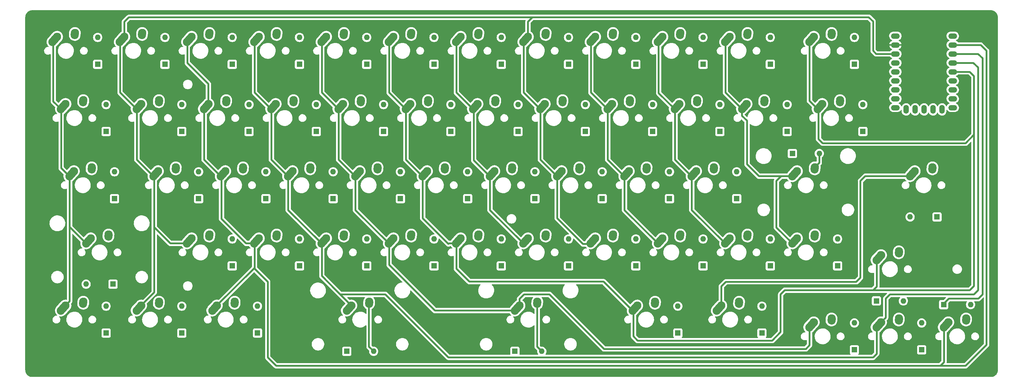
<source format=gbr>
%TF.GenerationSoftware,KiCad,Pcbnew,7.0.9*%
%TF.CreationDate,2024-03-10T13:20:19+01:00*%
%TF.ProjectId,65petit,36357065-7469-4742-9e6b-696361645f70,rev?*%
%TF.SameCoordinates,Original*%
%TF.FileFunction,Copper,L2,Bot*%
%TF.FilePolarity,Positive*%
%FSLAX46Y46*%
G04 Gerber Fmt 4.6, Leading zero omitted, Abs format (unit mm)*
G04 Created by KiCad (PCBNEW 7.0.9) date 2024-03-10 13:20:19*
%MOMM*%
%LPD*%
G01*
G04 APERTURE LIST*
G04 Aperture macros list*
%AMHorizOval*
0 Thick line with rounded ends*
0 $1 width*
0 $2 $3 position (X,Y) of the first rounded end (center of the circle)*
0 $4 $5 position (X,Y) of the second rounded end (center of the circle)*
0 Add line between two ends*
20,1,$1,$2,$3,$4,$5,0*
0 Add two circle primitives to create the rounded ends*
1,1,$1,$2,$3*
1,1,$1,$4,$5*%
G04 Aperture macros list end*
%TA.AperFunction,ComponentPad*%
%ADD10HorizOval,2.300000X0.655008X0.729993X-0.655008X-0.729993X0*%
%TD*%
%TA.AperFunction,ComponentPad*%
%ADD11C,2.300000*%
%TD*%
%TA.AperFunction,ComponentPad*%
%ADD12HorizOval,2.300000X0.020004X0.290000X-0.020004X-0.290000X0*%
%TD*%
%TA.AperFunction,ComponentPad*%
%ADD13R,1.600000X1.600000*%
%TD*%
%TA.AperFunction,ComponentPad*%
%ADD14O,1.600000X1.600000*%
%TD*%
%TA.AperFunction,ComponentPad*%
%ADD15O,2.500000X1.500000*%
%TD*%
%TA.AperFunction,ComponentPad*%
%ADD16O,1.500000X2.500000*%
%TD*%
%TA.AperFunction,Conductor*%
%ADD17C,0.500000*%
%TD*%
G04 APERTURE END LIST*
D10*
%TO.P,MX38,1,COL*%
%TO.N,COL3*%
X103995008Y-103880007D03*
D11*
X104650000Y-103150000D03*
D12*
%TO.P,MX38,2,ROW*%
%TO.N,Net-(D38-A)*%
X109670004Y-102360000D03*
D11*
X109690000Y-102070000D03*
%TD*%
D13*
%TO.P,D22,1,K*%
%TO.N,ROW3*%
X235212500Y-72860000D03*
D14*
%TO.P,D22,2,A*%
%TO.N,Net-(D22-A)*%
X235212500Y-65240000D03*
%TD*%
D10*
%TO.P,MX17,1,COL*%
%TO.N,COL5*%
X127807508Y-65780007D03*
D11*
X128462500Y-65050000D03*
D12*
%TO.P,MX17,2,ROW*%
%TO.N,Net-(D17-A)*%
X133482504Y-64260000D03*
D11*
X133502500Y-63970000D03*
%TD*%
D10*
%TO.P,MX59,1,COL*%
%TO.N,COL7*%
X234963758Y-122930007D03*
D11*
X235618750Y-122200000D03*
D12*
%TO.P,MX59,2,ROW*%
%TO.N,Net-(D59-A)*%
X240638754Y-121410000D03*
D11*
X240658750Y-121120000D03*
%TD*%
D10*
%TO.P,MX32,1,COL*%
%TO.N,COL2*%
X189720008Y-84830007D03*
D11*
X190375000Y-84100000D03*
D12*
%TO.P,MX32,2,ROW*%
%TO.N,Net-(D32-A)*%
X195395004Y-83310000D03*
D11*
X195415000Y-83020000D03*
%TD*%
D13*
%TO.P,D43,1,K*%
%TO.N,ROW7*%
X211400000Y-110960000D03*
D14*
%TO.P,D43,2,A*%
%TO.N,Net-(D43-A)*%
X211400000Y-103340000D03*
%TD*%
D13*
%TO.P,D45,1,K*%
%TO.N,ROW7*%
X249500000Y-110960000D03*
D14*
%TO.P,D45,2,A*%
%TO.N,Net-(D45-A)*%
X249500000Y-103340000D03*
%TD*%
%TO.P,D54,2,A*%
%TO.N,Net-(D54-A)*%
X82812500Y-122390000D03*
D13*
%TO.P,D54,1,K*%
%TO.N,ROW8*%
X82812500Y-130010000D03*
%TD*%
%TO.P,D21,1,K*%
%TO.N,ROW3*%
X216162500Y-72860000D03*
D14*
%TO.P,D21,2,A*%
%TO.N,Net-(D21-A)*%
X216162500Y-65240000D03*
%TD*%
D13*
%TO.P,D23,1,K*%
%TO.N,ROW3*%
X254262500Y-72860000D03*
D14*
%TO.P,D23,2,A*%
%TO.N,Net-(D23-A)*%
X254262500Y-65240000D03*
%TD*%
D10*
%TO.P,MX47,1,COL*%
%TO.N,COL5*%
X261157508Y-127692507D03*
D11*
X261812500Y-126962500D03*
D12*
%TO.P,MX47,2,ROW*%
%TO.N,Net-(D47-A)*%
X266832504Y-126172500D03*
D11*
X266852500Y-125882500D03*
%TD*%
D13*
%TO.P,D30,1,K*%
%TO.N,ROW4*%
X163775000Y-91910000D03*
D14*
%TO.P,D30,2,A*%
%TO.N,Net-(D30-A)*%
X163775000Y-84290000D03*
%TD*%
D10*
%TO.P,MX30,1,COL*%
%TO.N,COL6*%
X151620008Y-84830007D03*
D11*
X152275000Y-84100000D03*
D12*
%TO.P,MX30,2,ROW*%
%TO.N,Net-(D30-A)*%
X157295004Y-83310000D03*
D11*
X157315000Y-83020000D03*
%TD*%
D10*
%TO.P,MX58,1,COL*%
%TO.N,COL6*%
X211151258Y-122930007D03*
D11*
X211806250Y-122200000D03*
D12*
%TO.P,MX58,2,ROW*%
%TO.N,Net-(D58-A)*%
X216826254Y-121410000D03*
D11*
X216846250Y-121120000D03*
%TD*%
D10*
%TO.P,MX45,1,COL*%
%TO.N,COL4*%
X237345008Y-103880007D03*
D11*
X238000000Y-103150000D03*
D12*
%TO.P,MX45,2,ROW*%
%TO.N,Net-(D45-A)*%
X243020004Y-102360000D03*
D11*
X243040000Y-102070000D03*
%TD*%
D13*
%TO.P,D50,1,K*%
%TO.N,ROW9*%
X298602500Y-121962500D03*
D14*
%TO.P,D50,2,A*%
%TO.N,Net-(D50-A)*%
X306222500Y-121962500D03*
%TD*%
D10*
%TO.P,MX5,1,COL*%
%TO.N,COL5*%
X123045008Y-46730007D03*
D11*
X123700000Y-46000000D03*
D12*
%TO.P,MX5,2,ROW*%
%TO.N,Net-(D5-A)*%
X128720004Y-45210000D03*
D11*
X128740000Y-44920000D03*
%TD*%
D10*
%TO.P,MX13,1,COL*%
%TO.N,COL1*%
X49226258Y-65780007D03*
D11*
X49881250Y-65050000D03*
D12*
%TO.P,MX13,2,ROW*%
%TO.N,Net-(D13-A)*%
X54901254Y-64260000D03*
D11*
X54921250Y-63970000D03*
%TD*%
D10*
%TO.P,MX46,1,COL*%
%TO.N,COL5*%
X256395008Y-103880007D03*
D11*
X257050000Y-103150000D03*
D12*
%TO.P,MX46,2,ROW*%
%TO.N,Net-(D46-A)*%
X262070004Y-102360000D03*
D11*
X262090000Y-102070000D03*
%TD*%
D10*
%TO.P,MX19,1,COL*%
%TO.N,COL1*%
X165907508Y-65780007D03*
D11*
X166562500Y-65050000D03*
D12*
%TO.P,MX19,2,ROW*%
%TO.N,Net-(D19-A)*%
X171582504Y-64260000D03*
D11*
X171602500Y-63970000D03*
%TD*%
D10*
%TO.P,MX40,1,COL*%
%TO.N,COL5*%
X142095008Y-103880007D03*
D11*
X142750000Y-103150000D03*
D12*
%TO.P,MX40,2,ROW*%
%TO.N,Net-(D40-A)*%
X147770004Y-102360000D03*
D11*
X147790000Y-102070000D03*
%TD*%
D10*
%TO.P,MX12,1,COL*%
%TO.N,COL6*%
X261157508Y-46730007D03*
D11*
X261812500Y-46000000D03*
D12*
%TO.P,MX12,2,ROW*%
%TO.N,Net-(D12-A)*%
X266832504Y-45210000D03*
D11*
X266852500Y-44920000D03*
%TD*%
D10*
%TO.P,MX49,1,COL*%
%TO.N,COL6*%
X280207508Y-108642507D03*
D11*
X280862500Y-107912500D03*
D12*
%TO.P,MX49,2,ROW*%
%TO.N,Net-(D49-A)*%
X285882504Y-107122500D03*
D11*
X285902500Y-106832500D03*
%TD*%
D13*
%TO.P,D10,1,K*%
%TO.N,ROW1*%
X230450000Y-53810000D03*
D14*
%TO.P,D10,2,A*%
%TO.N,Net-(D10-A)*%
X230450000Y-46190000D03*
%TD*%
D13*
%TO.P,D51,1,K*%
%TO.N,ROW9*%
X296697500Y-97100000D03*
D14*
%TO.P,D51,2,A*%
%TO.N,Net-(D51-A)*%
X289077500Y-97100000D03*
%TD*%
%TO.P,D53,2,A*%
%TO.N,Net-(D53-A)*%
X61381250Y-122390000D03*
D13*
%TO.P,D53,1,K*%
%TO.N,ROW8*%
X61381250Y-130010000D03*
%TD*%
D10*
%TO.P,MX14,1,COL*%
%TO.N,COL2*%
X70657508Y-65780007D03*
D11*
X71312500Y-65050000D03*
D12*
%TO.P,MX14,2,ROW*%
%TO.N,Net-(D14-A)*%
X76332504Y-64260000D03*
D11*
X76352500Y-63970000D03*
%TD*%
D13*
%TO.P,D40,1,K*%
%TO.N,ROW6*%
X154250000Y-110960000D03*
D14*
%TO.P,D40,2,A*%
%TO.N,Net-(D40-A)*%
X154250000Y-103340000D03*
%TD*%
D10*
%TO.P,MX42,1,COL*%
%TO.N,COL1*%
X180195008Y-103880007D03*
D11*
X180850000Y-103150000D03*
D12*
%TO.P,MX42,2,ROW*%
%TO.N,Net-(D42-A)*%
X185870004Y-102360000D03*
D11*
X185890000Y-102070000D03*
%TD*%
D13*
%TO.P,D16,1,K*%
%TO.N,ROW2*%
X120912500Y-72860000D03*
D14*
%TO.P,D16,2,A*%
%TO.N,Net-(D16-A)*%
X120912500Y-65240000D03*
%TD*%
D10*
%TO.P,MX54,1,COL*%
%TO.N,COL2*%
X70657508Y-122930007D03*
D11*
X71312500Y-122200000D03*
D12*
%TO.P,MX54,2,ROW*%
%TO.N,Net-(D54-A)*%
X76332504Y-121410000D03*
D11*
X76352500Y-121120000D03*
%TD*%
D13*
%TO.P,D19,1,K*%
%TO.N,ROW3*%
X178062500Y-72860000D03*
D14*
%TO.P,D19,2,A*%
%TO.N,Net-(D19-A)*%
X178062500Y-65240000D03*
%TD*%
D10*
%TO.P,MX48,1,COL*%
%TO.N,COL4*%
X280207508Y-127692507D03*
D11*
X280862500Y-126962500D03*
D12*
%TO.P,MX48,2,ROW*%
%TO.N,Net-(D48-A)*%
X285882504Y-126172500D03*
D11*
X285902500Y-125882500D03*
%TD*%
D10*
%TO.P,MX7,1,COL*%
%TO.N,COL1*%
X161145008Y-46730007D03*
D11*
X161800000Y-46000000D03*
D12*
%TO.P,MX7,2,ROW*%
%TO.N,Net-(D7-A)*%
X166820004Y-45210000D03*
D11*
X166840000Y-44920000D03*
%TD*%
D10*
%TO.P,MX34,1,COL*%
%TO.N,COL4*%
X227820008Y-84830007D03*
D11*
X228475000Y-84100000D03*
D12*
%TO.P,MX34,2,ROW*%
%TO.N,Net-(D34-A)*%
X233495004Y-83310000D03*
D11*
X233515000Y-83020000D03*
%TD*%
D10*
%TO.P,MX3,1,COL*%
%TO.N,COL3*%
X84945008Y-46730007D03*
D11*
X85600000Y-46000000D03*
D12*
%TO.P,MX3,2,ROW*%
%TO.N,Net-(D3-A)*%
X90620004Y-45210000D03*
D11*
X90640000Y-44920000D03*
%TD*%
D15*
%TO.P,U1,1,0*%
%TO.N,unconnected-(U1-0-Pad1)*%
X301151250Y-45793125D03*
%TO.P,U1,2,1*%
%TO.N,COL3*%
X301151250Y-48333125D03*
%TO.P,U1,3,2*%
%TO.N,ROW9*%
X301151250Y-50873125D03*
%TO.P,U1,4,3*%
%TO.N,COL4*%
X301151250Y-53413125D03*
%TO.P,U1,5,4*%
%TO.N,COL6*%
X301151250Y-55953125D03*
%TO.P,U1,6,5*%
%TO.N,COL7*%
X301151250Y-58493125D03*
%TO.P,U1,7,6*%
%TO.N,ROW8*%
X301151250Y-61033125D03*
%TO.P,U1,8,7*%
%TO.N,unconnected-(U1-7-Pad8)*%
X301151250Y-63573125D03*
%TO.P,U1,9,8*%
%TO.N,unconnected-(U1-8-Pad9)*%
X301151250Y-66113125D03*
D16*
%TO.P,U1,10,9*%
%TO.N,ROW6*%
X298111250Y-66613125D03*
%TO.P,U1,11,10*%
%TO.N,unconnected-(U1-10-Pad11)*%
X295571250Y-66613125D03*
%TO.P,U1,12,11*%
%TO.N,ROW7*%
X293031250Y-66613125D03*
%TO.P,U1,13,12*%
%TO.N,unconnected-(U1-12-Pad13)*%
X290491250Y-66613125D03*
%TO.P,U1,14,13*%
%TO.N,ROW4*%
X287951250Y-66613125D03*
D15*
%TO.P,U1,15,14*%
%TO.N,ROW5*%
X284911250Y-66113125D03*
%TO.P,U1,16,15*%
%TO.N,ROW3*%
X284911250Y-63573125D03*
%TO.P,U1,17,26*%
%TO.N,ROW2*%
X284911250Y-61033125D03*
%TO.P,U1,18,27*%
%TO.N,COL5*%
X284911250Y-58493125D03*
%TO.P,U1,19,28*%
%TO.N,ROW0*%
X284911250Y-55953125D03*
%TO.P,U1,20,29*%
%TO.N,ROW1*%
X284911250Y-53413125D03*
%TO.P,U1,21,3V3*%
%TO.N,COL2*%
X284911250Y-50873125D03*
%TO.P,U1,22,GND*%
%TO.N,GND*%
X284911250Y-48333125D03*
%TO.P,U1,23,5V*%
%TO.N,COL1*%
X284911250Y-45793125D03*
%TD*%
D13*
%TO.P,D33,1,K*%
%TO.N,ROW5*%
X220925000Y-91910000D03*
D14*
%TO.P,D33,2,A*%
%TO.N,Net-(D33-A)*%
X220925000Y-84290000D03*
%TD*%
D13*
%TO.P,D37,1,K*%
%TO.N,ROW6*%
X97100000Y-110960000D03*
D14*
%TO.P,D37,2,A*%
%TO.N,Net-(D37-A)*%
X97100000Y-103340000D03*
%TD*%
D10*
%TO.P,MX8,1,COL*%
%TO.N,COL2*%
X180195008Y-46730007D03*
D11*
X180850000Y-46000000D03*
D12*
%TO.P,MX8,2,ROW*%
%TO.N,Net-(D8-A)*%
X185870004Y-45210000D03*
D11*
X185890000Y-44920000D03*
%TD*%
D13*
%TO.P,D48,1,K*%
%TO.N,ROW9*%
X292362500Y-134772500D03*
D14*
%TO.P,D48,2,A*%
%TO.N,Net-(D48-A)*%
X292362500Y-127152500D03*
%TD*%
D13*
%TO.P,D8,1,K*%
%TO.N,ROW1*%
X192350000Y-53810000D03*
D14*
%TO.P,D8,2,A*%
%TO.N,Net-(D8-A)*%
X192350000Y-46190000D03*
%TD*%
D10*
%TO.P,MX16,1,COL*%
%TO.N,COL4*%
X108757508Y-65780007D03*
D11*
X109412500Y-65050000D03*
D12*
%TO.P,MX16,2,ROW*%
%TO.N,Net-(D16-A)*%
X114432504Y-64260000D03*
D11*
X114452500Y-63970000D03*
%TD*%
D13*
%TO.P,D41,1,K*%
%TO.N,ROW6*%
X173300000Y-110960000D03*
D14*
%TO.P,D41,2,A*%
%TO.N,Net-(D41-A)*%
X173300000Y-103340000D03*
%TD*%
D13*
%TO.P,D3,1,K*%
%TO.N,ROW0*%
X97100000Y-53810000D03*
D14*
%TO.P,D3,2,A*%
%TO.N,Net-(D3-A)*%
X97100000Y-46190000D03*
%TD*%
D10*
%TO.P,MX31,1,COL*%
%TO.N,COL1*%
X170670008Y-84830007D03*
D11*
X171325000Y-84100000D03*
D12*
%TO.P,MX31,2,ROW*%
%TO.N,Net-(D31-A)*%
X176345004Y-83310000D03*
D11*
X176365000Y-83020000D03*
%TD*%
D13*
%TO.P,D42,1,K*%
%TO.N,ROW7*%
X192350000Y-110960000D03*
D14*
%TO.P,D42,2,A*%
%TO.N,Net-(D42-A)*%
X192350000Y-103340000D03*
%TD*%
D13*
%TO.P,D39,1,K*%
%TO.N,ROW6*%
X135200000Y-110960000D03*
D14*
%TO.P,D39,2,A*%
%TO.N,Net-(D39-A)*%
X135200000Y-103340000D03*
%TD*%
D10*
%TO.P,MX15,1,COL*%
%TO.N,COL3*%
X89707508Y-65780007D03*
D11*
X90362500Y-65050000D03*
D12*
%TO.P,MX15,2,ROW*%
%TO.N,Net-(D15-A)*%
X95382504Y-64260000D03*
D11*
X95402500Y-63970000D03*
%TD*%
D13*
%TO.P,D11,1,K*%
%TO.N,ROW1*%
X249500000Y-53810000D03*
D14*
%TO.P,D11,2,A*%
%TO.N,Net-(D11-A)*%
X249500000Y-46190000D03*
%TD*%
D13*
%TO.P,D57,1,K*%
%TO.N,ROW8*%
X177158750Y-135200000D03*
D14*
%TO.P,D57,2,A*%
%TO.N,Net-(D57-A)*%
X184778750Y-135200000D03*
%TD*%
D13*
%TO.P,D38,1,K*%
%TO.N,ROW6*%
X116150000Y-110960000D03*
D14*
%TO.P,D38,2,A*%
%TO.N,Net-(D38-A)*%
X116150000Y-103340000D03*
%TD*%
D10*
%TO.P,MX4,1,COL*%
%TO.N,COL4*%
X103995008Y-46730007D03*
D11*
X104650000Y-46000000D03*
D12*
%TO.P,MX4,2,ROW*%
%TO.N,Net-(D4-A)*%
X109670004Y-45210000D03*
D11*
X109690000Y-44920000D03*
%TD*%
D13*
%TO.P,D36,1,K*%
%TO.N,ROW6*%
X63335000Y-116150000D03*
D14*
%TO.P,D36,2,A*%
%TO.N,Net-(D36-A)*%
X55715000Y-116150000D03*
%TD*%
D13*
%TO.P,D32,1,K*%
%TO.N,ROW5*%
X201875000Y-91910000D03*
D14*
%TO.P,D32,2,A*%
%TO.N,Net-(D32-A)*%
X201875000Y-84290000D03*
%TD*%
D10*
%TO.P,MX23,1,COL*%
%TO.N,COL5*%
X242107508Y-65780007D03*
D11*
X242762500Y-65050000D03*
D12*
%TO.P,MX23,2,ROW*%
%TO.N,Net-(D23-A)*%
X247782504Y-64260000D03*
D11*
X247802500Y-63970000D03*
%TD*%
D13*
%TO.P,D9,1,K*%
%TO.N,ROW1*%
X211400000Y-53810000D03*
D14*
%TO.P,D9,2,A*%
%TO.N,Net-(D9-A)*%
X211400000Y-46190000D03*
%TD*%
D13*
%TO.P,D47,1,K*%
%TO.N,ROW9*%
X273312500Y-134772500D03*
D14*
%TO.P,D47,2,A*%
%TO.N,Net-(D47-A)*%
X273312500Y-127152500D03*
%TD*%
D13*
%TO.P,D18,1,K*%
%TO.N,ROW2*%
X159012500Y-72860000D03*
D14*
%TO.P,D18,2,A*%
%TO.N,Net-(D18-A)*%
X159012500Y-65240000D03*
%TD*%
D13*
%TO.P,D25,1,K*%
%TO.N,ROW4*%
X63762500Y-91910000D03*
D14*
%TO.P,D25,2,A*%
%TO.N,Net-(D25-A)*%
X63762500Y-84290000D03*
%TD*%
D10*
%TO.P,MX29,1,COL*%
%TO.N,COL5*%
X132570008Y-84830007D03*
D11*
X133225000Y-84100000D03*
D12*
%TO.P,MX29,2,ROW*%
%TO.N,Net-(D29-A)*%
X138245004Y-83310000D03*
D11*
X138265000Y-83020000D03*
%TD*%
D13*
%TO.P,D5,1,K*%
%TO.N,ROW0*%
X135200000Y-53810000D03*
D14*
%TO.P,D5,2,A*%
%TO.N,Net-(D5-A)*%
X135200000Y-46190000D03*
%TD*%
D13*
%TO.P,D4,1,K*%
%TO.N,ROW0*%
X116150000Y-53810000D03*
D14*
%TO.P,D4,2,A*%
%TO.N,Net-(D4-A)*%
X116150000Y-46190000D03*
%TD*%
D10*
%TO.P,MX53,1,COL*%
%TO.N,COL1*%
X49226258Y-122930007D03*
D11*
X49881250Y-122200000D03*
D12*
%TO.P,MX53,2,ROW*%
%TO.N,Net-(D53-A)*%
X54901254Y-121410000D03*
D11*
X54921250Y-121120000D03*
%TD*%
D10*
%TO.P,MX11,1,COL*%
%TO.N,COL5*%
X237345008Y-46730007D03*
D11*
X238000000Y-46000000D03*
D12*
%TO.P,MX11,2,ROW*%
%TO.N,Net-(D11-A)*%
X243020004Y-45210000D03*
D11*
X243040000Y-44920000D03*
%TD*%
D13*
%TO.P,D31,1,K*%
%TO.N,ROW5*%
X182825000Y-91910000D03*
D14*
%TO.P,D31,2,A*%
%TO.N,Net-(D31-A)*%
X182825000Y-84290000D03*
%TD*%
D13*
%TO.P,D26,1,K*%
%TO.N,ROW4*%
X87575000Y-91910000D03*
D14*
%TO.P,D26,2,A*%
%TO.N,Net-(D26-A)*%
X87575000Y-84290000D03*
%TD*%
D10*
%TO.P,MX55,1,COL*%
%TO.N,COL3*%
X92088758Y-122930007D03*
D11*
X92743750Y-122200000D03*
D12*
%TO.P,MX55,2,ROW*%
%TO.N,Net-(D55-A)*%
X97763754Y-121410000D03*
D11*
X97783750Y-121120000D03*
%TD*%
D10*
%TO.P,MX26,1,COL*%
%TO.N,COL2*%
X75420008Y-84830007D03*
D11*
X76075000Y-84100000D03*
D12*
%TO.P,MX26,2,ROW*%
%TO.N,Net-(D26-A)*%
X81095004Y-83310000D03*
D11*
X81115000Y-83020000D03*
%TD*%
D13*
%TO.P,D49,1,K*%
%TO.N,ROW9*%
X279552500Y-120912500D03*
D14*
%TO.P,D49,2,A*%
%TO.N,Net-(D49-A)*%
X287172500Y-120912500D03*
%TD*%
D10*
%TO.P,MX10,1,COL*%
%TO.N,COL4*%
X218295008Y-46730007D03*
D11*
X218950000Y-46000000D03*
D12*
%TO.P,MX10,2,ROW*%
%TO.N,Net-(D10-A)*%
X223970004Y-45210000D03*
D11*
X223990000Y-44920000D03*
%TD*%
D10*
%TO.P,MX20,1,COL*%
%TO.N,COL2*%
X184957508Y-65780007D03*
D11*
X185612500Y-65050000D03*
D12*
%TO.P,MX20,2,ROW*%
%TO.N,Net-(D20-A)*%
X190632504Y-64260000D03*
D11*
X190652500Y-63970000D03*
%TD*%
D13*
%TO.P,D6,1,K*%
%TO.N,ROW0*%
X154250000Y-53810000D03*
D14*
%TO.P,D6,2,A*%
%TO.N,Net-(D6-A)*%
X154250000Y-46190000D03*
%TD*%
D10*
%TO.P,MX18,1,COL*%
%TO.N,COL6*%
X146857508Y-65780007D03*
D11*
X147512500Y-65050000D03*
D12*
%TO.P,MX18,2,ROW*%
%TO.N,Net-(D18-A)*%
X152532504Y-64260000D03*
D11*
X152552500Y-63970000D03*
%TD*%
D13*
%TO.P,D13,1,K*%
%TO.N,ROW2*%
X61381250Y-72860000D03*
D14*
%TO.P,D13,2,A*%
%TO.N,Net-(D13-A)*%
X61381250Y-65240000D03*
%TD*%
D13*
%TO.P,D27,1,K*%
%TO.N,ROW4*%
X106625000Y-91910000D03*
D14*
%TO.P,D27,2,A*%
%TO.N,Net-(D27-A)*%
X106625000Y-84290000D03*
%TD*%
D13*
%TO.P,D29,1,K*%
%TO.N,ROW4*%
X144725000Y-91910000D03*
D14*
%TO.P,D29,2,A*%
%TO.N,Net-(D29-A)*%
X144725000Y-84290000D03*
%TD*%
%TO.P,D55,2,A*%
%TO.N,Net-(D55-A)*%
X104243750Y-122390000D03*
D13*
%TO.P,D55,1,K*%
%TO.N,ROW8*%
X104243750Y-130010000D03*
%TD*%
D10*
%TO.P,MX43,1,COL*%
%TO.N,COL2*%
X199245008Y-103880007D03*
D11*
X199900000Y-103150000D03*
D12*
%TO.P,MX43,2,ROW*%
%TO.N,Net-(D43-A)*%
X204920004Y-102360000D03*
D11*
X204940000Y-102070000D03*
%TD*%
D13*
%TO.P,D59,1,K*%
%TO.N,ROW8*%
X247118750Y-130010000D03*
D14*
%TO.P,D59,2,A*%
%TO.N,Net-(D59-A)*%
X247118750Y-122390000D03*
%TD*%
D10*
%TO.P,MX56,1,COL*%
%TO.N,COL4*%
X130188758Y-122930007D03*
D11*
X130843750Y-122200000D03*
D12*
%TO.P,MX56,2,ROW*%
%TO.N,Net-(D56-A)*%
X135863754Y-121410000D03*
D11*
X135883750Y-121120000D03*
%TD*%
D13*
%TO.P,D12,1,K*%
%TO.N,ROW1*%
X273312500Y-53810000D03*
D14*
%TO.P,D12,2,A*%
%TO.N,Net-(D12-A)*%
X273312500Y-46190000D03*
%TD*%
D10*
%TO.P,MX21,1,COL*%
%TO.N,COL3*%
X204007508Y-65780007D03*
D11*
X204662500Y-65050000D03*
D12*
%TO.P,MX21,2,ROW*%
%TO.N,Net-(D21-A)*%
X209682504Y-64260000D03*
D11*
X209702500Y-63970000D03*
%TD*%
D13*
%TO.P,D7,1,K*%
%TO.N,ROW1*%
X173300000Y-53810000D03*
D14*
%TO.P,D7,2,A*%
%TO.N,Net-(D7-A)*%
X173300000Y-46190000D03*
%TD*%
D10*
%TO.P,MX41,1,COL*%
%TO.N,COL6*%
X161145008Y-103880007D03*
D11*
X161800000Y-103150000D03*
D12*
%TO.P,MX41,2,ROW*%
%TO.N,Net-(D41-A)*%
X166820004Y-102360000D03*
D11*
X166840000Y-102070000D03*
%TD*%
D13*
%TO.P,D1,1,K*%
%TO.N,ROW0*%
X59000000Y-53810000D03*
D14*
%TO.P,D1,2,A*%
%TO.N,Net-(D1-A)*%
X59000000Y-46190000D03*
%TD*%
D10*
%TO.P,MX39,1,COL*%
%TO.N,COL4*%
X123045008Y-103880007D03*
D11*
X123700000Y-103150000D03*
D12*
%TO.P,MX39,2,ROW*%
%TO.N,Net-(D39-A)*%
X128720004Y-102360000D03*
D11*
X128740000Y-102070000D03*
%TD*%
D13*
%TO.P,D44,1,K*%
%TO.N,ROW7*%
X230450000Y-110960000D03*
D14*
%TO.P,D44,2,A*%
%TO.N,Net-(D44-A)*%
X230450000Y-103340000D03*
%TD*%
D10*
%TO.P,MX35,1,COL*%
%TO.N,COL5*%
X256395008Y-84830007D03*
D11*
X257050000Y-84100000D03*
D12*
%TO.P,MX35,2,ROW*%
%TO.N,Net-(D35-A)*%
X262070004Y-83310000D03*
D11*
X262090000Y-83020000D03*
%TD*%
D10*
%TO.P,MX37,1,COL*%
%TO.N,COL2*%
X84945008Y-103880007D03*
D11*
X85600000Y-103150000D03*
D12*
%TO.P,MX37,2,ROW*%
%TO.N,Net-(D37-A)*%
X90620004Y-102360000D03*
D11*
X90640000Y-102070000D03*
%TD*%
D10*
%TO.P,MX24,1,COL*%
%TO.N,COL6*%
X263538758Y-65780007D03*
D11*
X264193750Y-65050000D03*
D12*
%TO.P,MX24,2,ROW*%
%TO.N,Net-(D24-A)*%
X269213754Y-64260000D03*
D11*
X269233750Y-63970000D03*
%TD*%
D10*
%TO.P,MX9,1,COL*%
%TO.N,COL3*%
X199245008Y-46730007D03*
D11*
X199900000Y-46000000D03*
D12*
%TO.P,MX9,2,ROW*%
%TO.N,Net-(D9-A)*%
X204920004Y-45210000D03*
D11*
X204940000Y-44920000D03*
%TD*%
D13*
%TO.P,D2,1,K*%
%TO.N,ROW0*%
X78050000Y-53810000D03*
D14*
%TO.P,D2,2,A*%
%TO.N,Net-(D2-A)*%
X78050000Y-46190000D03*
%TD*%
D13*
%TO.P,D20,1,K*%
%TO.N,ROW3*%
X197112500Y-72860000D03*
D14*
%TO.P,D20,2,A*%
%TO.N,Net-(D20-A)*%
X197112500Y-65240000D03*
%TD*%
D10*
%TO.P,MX2,1,COL*%
%TO.N,COL2*%
X65895008Y-46730007D03*
D11*
X66550000Y-46000000D03*
D12*
%TO.P,MX2,2,ROW*%
%TO.N,Net-(D2-A)*%
X71570004Y-45210000D03*
D11*
X71590000Y-44920000D03*
%TD*%
D10*
%TO.P,MX44,1,COL*%
%TO.N,COL3*%
X218295008Y-103880007D03*
D11*
X218950000Y-103150000D03*
D12*
%TO.P,MX44,2,ROW*%
%TO.N,Net-(D44-A)*%
X223970004Y-102360000D03*
D11*
X223990000Y-102070000D03*
%TD*%
D10*
%TO.P,MX1,1,COL*%
%TO.N,COL1*%
X46845008Y-46730007D03*
D11*
X47500000Y-46000000D03*
D12*
%TO.P,MX1,2,ROW*%
%TO.N,Net-(D1-A)*%
X52520004Y-45210000D03*
D11*
X52540000Y-44920000D03*
%TD*%
D10*
%TO.P,MX22,1,COL*%
%TO.N,COL4*%
X223057508Y-65780007D03*
D11*
X223712500Y-65050000D03*
D12*
%TO.P,MX22,2,ROW*%
%TO.N,Net-(D22-A)*%
X228732504Y-64260000D03*
D11*
X228752500Y-63970000D03*
%TD*%
D10*
%TO.P,MX33,1,COL*%
%TO.N,COL3*%
X208770008Y-84830007D03*
D11*
X209425000Y-84100000D03*
D12*
%TO.P,MX33,2,ROW*%
%TO.N,Net-(D33-A)*%
X214445004Y-83310000D03*
D11*
X214465000Y-83020000D03*
%TD*%
D13*
%TO.P,D34,1,K*%
%TO.N,ROW5*%
X239975000Y-91910000D03*
D14*
%TO.P,D34,2,A*%
%TO.N,Net-(D34-A)*%
X239975000Y-84290000D03*
%TD*%
D13*
%TO.P,D28,1,K*%
%TO.N,ROW4*%
X125675000Y-91910000D03*
D14*
%TO.P,D28,2,A*%
%TO.N,Net-(D28-A)*%
X125675000Y-84290000D03*
%TD*%
D13*
%TO.P,D56,1,K*%
%TO.N,ROW8*%
X129533750Y-135200000D03*
D14*
%TO.P,D56,2,A*%
%TO.N,Net-(D56-A)*%
X137153750Y-135200000D03*
%TD*%
D10*
%TO.P,MX51,1,COL*%
%TO.N,COL7*%
X289732508Y-84830007D03*
D11*
X290387500Y-84100000D03*
D12*
%TO.P,MX51,2,ROW*%
%TO.N,Net-(D51-A)*%
X295407504Y-83310000D03*
D11*
X295427500Y-83020000D03*
%TD*%
D10*
%TO.P,MX25,1,COL*%
%TO.N,COL1*%
X51607508Y-84830007D03*
D11*
X52262500Y-84100000D03*
D12*
%TO.P,MX25,2,ROW*%
%TO.N,Net-(D25-A)*%
X57282504Y-83310000D03*
D11*
X57302500Y-83020000D03*
%TD*%
D10*
%TO.P,MX6,1,COL*%
%TO.N,COL6*%
X142095008Y-46730007D03*
D11*
X142750000Y-46000000D03*
D12*
%TO.P,MX6,2,ROW*%
%TO.N,Net-(D6-A)*%
X147770004Y-45210000D03*
D11*
X147790000Y-44920000D03*
%TD*%
D10*
%TO.P,MX57,1,COL*%
%TO.N,COL5*%
X177813758Y-122930007D03*
D11*
X178468750Y-122200000D03*
D12*
%TO.P,MX57,2,ROW*%
%TO.N,Net-(D57-A)*%
X183488754Y-121410000D03*
D11*
X183508750Y-121120000D03*
%TD*%
D13*
%TO.P,D24,1,K*%
%TO.N,ROW3*%
X275693750Y-72860000D03*
D14*
%TO.P,D24,2,A*%
%TO.N,Net-(D24-A)*%
X275693750Y-65240000D03*
%TD*%
D13*
%TO.P,D15,1,K*%
%TO.N,ROW2*%
X101862500Y-72860000D03*
D14*
%TO.P,D15,2,A*%
%TO.N,Net-(D15-A)*%
X101862500Y-65240000D03*
%TD*%
D13*
%TO.P,D58,1,K*%
%TO.N,ROW8*%
X223306250Y-130010000D03*
D14*
%TO.P,D58,2,A*%
%TO.N,Net-(D58-A)*%
X223306250Y-122390000D03*
%TD*%
D10*
%TO.P,MX27,1,COL*%
%TO.N,COL3*%
X94470008Y-84830007D03*
D11*
X95125000Y-84100000D03*
D12*
%TO.P,MX27,2,ROW*%
%TO.N,Net-(D27-A)*%
X100145004Y-83310000D03*
D11*
X100165000Y-83020000D03*
%TD*%
D10*
%TO.P,MX36,1,COL*%
%TO.N,COL1*%
X56370008Y-103880007D03*
D11*
X57025000Y-103150000D03*
D12*
%TO.P,MX36,2,ROW*%
%TO.N,Net-(D36-A)*%
X62045004Y-102360000D03*
D11*
X62065000Y-102070000D03*
%TD*%
D10*
%TO.P,MX28,1,COL*%
%TO.N,COL4*%
X113520008Y-84830007D03*
D11*
X114175000Y-84100000D03*
D12*
%TO.P,MX28,2,ROW*%
%TO.N,Net-(D28-A)*%
X119195004Y-83310000D03*
D11*
X119215000Y-83020000D03*
%TD*%
D13*
%TO.P,D35,1,K*%
%TO.N,ROW5*%
X255740000Y-79100000D03*
D14*
%TO.P,D35,2,A*%
%TO.N,Net-(D35-A)*%
X263360000Y-79100000D03*
%TD*%
D10*
%TO.P,MX50,1,COL*%
%TO.N,COL3*%
X299257508Y-127692507D03*
D11*
X299912500Y-126962500D03*
D12*
%TO.P,MX50,2,ROW*%
%TO.N,Net-(D50-A)*%
X304932504Y-126172500D03*
D11*
X304952500Y-125882500D03*
%TD*%
D13*
%TO.P,D14,1,K*%
%TO.N,ROW2*%
X82812500Y-72860000D03*
D14*
%TO.P,D14,2,A*%
%TO.N,Net-(D14-A)*%
X82812500Y-65240000D03*
%TD*%
D13*
%TO.P,D17,1,K*%
%TO.N,ROW2*%
X139962500Y-72860000D03*
D14*
%TO.P,D17,2,A*%
%TO.N,Net-(D17-A)*%
X139962500Y-65240000D03*
%TD*%
D13*
%TO.P,D46,1,K*%
%TO.N,ROW7*%
X268550000Y-110960000D03*
D14*
%TO.P,D46,2,A*%
%TO.N,Net-(D46-A)*%
X268550000Y-103340000D03*
%TD*%
D17*
%TO.N,COL3*%
X103420900Y-111755275D02*
X107150000Y-115484375D01*
X103420900Y-109531250D02*
X103420900Y-111755275D01*
X107150000Y-136915625D02*
X107150000Y-115484375D01*
X109531250Y-139296875D02*
X295268750Y-139296875D01*
X109531250Y-139296875D02*
X107150000Y-136915625D01*
X103420900Y-109531250D02*
X103420900Y-104690900D01*
X103420900Y-111522850D02*
X103420900Y-109531250D01*
%TO.N,Net-(D35-A)*%
X263360000Y-79100000D02*
X263360000Y-81750000D01*
X263360000Y-81750000D02*
X262090000Y-83020000D01*
%TO.N,ROW9*%
X309597334Y-119056250D02*
X309597334Y-52104834D01*
X309597334Y-52104834D02*
X308365625Y-50873125D01*
X298602500Y-121675625D02*
X300031250Y-120246875D01*
X298602500Y-121962500D02*
X298602500Y-121675625D01*
X308365625Y-50873125D02*
X300651250Y-50873125D01*
X308406709Y-120246875D02*
X309597334Y-119056250D01*
X300031250Y-120246875D02*
X308406709Y-120246875D01*
%TO.N,Net-(D56-A)*%
X135843750Y-121700000D02*
X135843750Y-133890000D01*
X135843750Y-133890000D02*
X137153750Y-135200000D01*
%TO.N,Net-(D57-A)*%
X183468750Y-121700000D02*
X183468750Y-133890000D01*
X183468750Y-133890000D02*
X184778750Y-135200000D01*
%TO.N,COL1*%
X160570900Y-61828400D02*
X160570900Y-47540900D01*
X51033400Y-85640900D02*
X51033400Y-88100000D01*
X160570900Y-47540900D02*
X160490000Y-47460000D01*
X165490625Y-66748125D02*
X165490625Y-81035625D01*
X51033400Y-121047850D02*
X51033400Y-88100000D01*
X51033400Y-99928401D02*
X55715000Y-104610000D01*
X48652150Y-66590900D02*
X48652150Y-83259650D01*
X165252500Y-66510000D02*
X160570900Y-61828400D01*
X46428125Y-64366875D02*
X48571250Y-66510000D01*
X51033400Y-88100000D02*
X51033400Y-99928401D01*
X46428125Y-47698125D02*
X46428125Y-64366875D01*
X46190000Y-47460000D02*
X46428125Y-47698125D01*
X165252500Y-66510000D02*
X165490625Y-66748125D01*
X48652150Y-83259650D02*
X50952500Y-85560000D01*
X170095900Y-95165900D02*
X170095900Y-85640900D01*
X165490625Y-81035625D02*
X170015000Y-85560000D01*
X179540000Y-104610000D02*
X170095900Y-95165900D01*
X170095900Y-85640900D02*
X170015000Y-85560000D01*
X49881250Y-122200000D02*
X51033400Y-121047850D01*
X50952500Y-85560000D02*
X51033400Y-85640900D01*
X48571250Y-66510000D02*
X48652150Y-66590900D01*
%TO.N,COL2*%
X71312500Y-122200000D02*
X75003125Y-118509375D01*
X75003125Y-95243750D02*
X75003125Y-85798125D01*
X75003125Y-118509375D02*
X75003125Y-95243750D01*
X75003125Y-85798125D02*
X74765000Y-85560000D01*
X84290000Y-104610000D02*
X79606875Y-104610000D01*
X279473125Y-50873125D02*
X278600000Y-50000000D01*
X180850000Y-46000000D02*
X180850000Y-41784375D01*
X79606875Y-104610000D02*
X75003125Y-100006250D01*
X198590000Y-104610000D02*
X198431250Y-104768750D01*
X189145900Y-85640900D02*
X189065000Y-85560000D01*
X182159375Y-40475000D02*
X277409375Y-40475000D01*
X65320900Y-47540900D02*
X65320900Y-61828400D01*
X67859375Y-40475000D02*
X182159375Y-40475000D01*
X70083400Y-80878400D02*
X74765000Y-85560000D01*
X184302500Y-66510000D02*
X179620900Y-61828400D01*
X278600000Y-41665625D02*
X278600000Y-50000000D01*
X70002500Y-66510000D02*
X70083400Y-66590900D01*
X75003125Y-100006250D02*
X75003125Y-95243750D01*
X189145900Y-97467775D02*
X189145900Y-85640900D01*
X65240000Y-47460000D02*
X65320900Y-47540900D01*
X179620900Y-47540900D02*
X179540000Y-47460000D01*
X279473125Y-50873125D02*
X285411250Y-50873125D01*
X184383400Y-66590900D02*
X184302500Y-66510000D01*
X198431250Y-104768750D02*
X196446875Y-104768750D01*
X66550000Y-46000000D02*
X66550000Y-41784375D01*
X70083400Y-66590900D02*
X70083400Y-80878400D01*
X65320900Y-61828400D02*
X70002500Y-66510000D01*
X184383400Y-80878400D02*
X184383400Y-66590900D01*
X196446875Y-104768750D02*
X189145900Y-97467775D01*
X180850000Y-41784375D02*
X182159375Y-40475000D01*
X66550000Y-41784375D02*
X67859375Y-40475000D01*
X179620900Y-61828400D02*
X179620900Y-47540900D01*
X277409375Y-40475000D02*
X278600000Y-41665625D01*
X189065000Y-85560000D02*
X184383400Y-80878400D01*
%TO.N,COL3*%
X89133400Y-66590900D02*
X89133400Y-80878400D01*
X92743750Y-122200000D02*
X103420900Y-111522850D01*
X300651250Y-48333125D02*
X309080000Y-48333125D01*
X298683400Y-138263475D02*
X297650000Y-139296875D01*
X298602500Y-128422500D02*
X298683400Y-128503400D01*
X203433400Y-66590900D02*
X203433400Y-80878400D01*
X94053125Y-97625000D02*
X94053125Y-85798125D01*
X101038125Y-104610000D02*
X94053125Y-97625000D01*
X103340000Y-104610000D02*
X101038125Y-104610000D01*
X295268750Y-139296875D02*
X297650000Y-139296875D01*
X298683400Y-128503400D02*
X298683400Y-138263475D01*
X203352500Y-66510000D02*
X203433400Y-66590900D01*
X208195900Y-95165900D02*
X217640000Y-104610000D01*
X90362500Y-65050000D02*
X90362500Y-59406250D01*
X103420900Y-104690900D02*
X103340000Y-104610000D01*
X310746875Y-133343750D02*
X304793750Y-139296875D01*
X84370900Y-53414650D02*
X84370900Y-47540900D01*
X208115000Y-85560000D02*
X208195900Y-85640900D01*
X90362500Y-59406250D02*
X84370900Y-53414650D01*
X89052500Y-66510000D02*
X89133400Y-66590900D01*
X89133400Y-80878400D02*
X93815000Y-85560000D01*
X198590000Y-47460000D02*
X198670900Y-47540900D01*
X94053125Y-85798125D02*
X93815000Y-85560000D01*
X208195900Y-85640900D02*
X208195900Y-95165900D01*
X304793750Y-139296875D02*
X295268750Y-139296875D01*
X310746875Y-50000000D02*
X310746875Y-133343750D01*
X84370900Y-47540900D02*
X84290000Y-47460000D01*
X203433400Y-80878400D02*
X208115000Y-85560000D01*
X309080000Y-48333125D02*
X310746875Y-50000000D01*
X198670900Y-61828400D02*
X203352500Y-66510000D01*
X198670900Y-47540900D02*
X198670900Y-61828400D01*
%TO.N,COL4*%
X282171875Y-120246875D02*
X283362500Y-119056250D01*
X227165000Y-85560000D02*
X227245900Y-85640900D01*
X308365625Y-117865625D02*
X308365625Y-54762500D01*
X108183400Y-80878400D02*
X112865000Y-85560000D01*
X112945900Y-85640900D02*
X112865000Y-85560000D01*
X122470900Y-104690900D02*
X122390000Y-104610000D01*
X127700001Y-119056250D02*
X140487500Y-119056250D01*
X222402500Y-66510000D02*
X222483400Y-66590900D01*
X103420900Y-61828400D02*
X108102500Y-66510000D01*
X108183400Y-66590900D02*
X108183400Y-80878400D01*
X307175000Y-119056250D02*
X308365625Y-117865625D01*
X222483400Y-80878400D02*
X227165000Y-85560000D01*
X126354688Y-117710937D02*
X127700001Y-119056250D01*
X227245900Y-95165900D02*
X236690000Y-104610000D01*
X283362500Y-119056250D02*
X307175000Y-119056250D01*
X279633400Y-135882225D02*
X278600000Y-136915625D01*
X112945900Y-95165900D02*
X112945900Y-85640900D01*
X279633400Y-128503400D02*
X279633400Y-135882225D01*
X103420900Y-47540900D02*
X103420900Y-61828400D01*
X217878125Y-61985625D02*
X222402500Y-66510000D01*
X122390000Y-104610000D02*
X112945900Y-95165900D01*
X282171875Y-125653125D02*
X282171875Y-120246875D01*
X140487500Y-119056250D02*
X158346875Y-136915625D01*
X126354688Y-117710937D02*
X122470900Y-113827150D01*
X308365625Y-54762500D02*
X307016250Y-53413125D01*
X227245900Y-85640900D02*
X227245900Y-95165900D01*
X307016250Y-53413125D02*
X300651250Y-53413125D01*
X108102500Y-66510000D02*
X108183400Y-66590900D01*
X279633400Y-128503400D02*
X279552500Y-128422500D01*
X222483400Y-66590900D02*
X222483400Y-80878400D01*
X280862500Y-126962500D02*
X282171875Y-125653125D01*
X217640000Y-47460000D02*
X217878125Y-47698125D01*
X217878125Y-47698125D02*
X217878125Y-61985625D01*
X103340000Y-47460000D02*
X103420900Y-47540900D01*
X158346875Y-136915625D02*
X278600000Y-136915625D01*
X130843750Y-122200000D02*
X126354688Y-117710937D01*
X122470900Y-113827150D02*
X122470900Y-104690900D01*
%TO.N,COL5*%
X236690000Y-47460000D02*
X236770900Y-47540900D01*
X255740000Y-85560000D02*
X254787500Y-85560000D01*
X122470900Y-61828400D02*
X122470900Y-47540900D01*
X177158750Y-123660000D02*
X154523657Y-123660000D01*
X251215625Y-86909375D02*
X251215625Y-100085625D01*
X241452500Y-68409539D02*
X242881250Y-69838289D01*
X154523657Y-123660000D02*
X141520900Y-110657244D01*
X131995900Y-95165900D02*
X131995900Y-85640900D01*
X127233400Y-80878400D02*
X127233400Y-66590900D01*
X127152500Y-66510000D02*
X122470900Y-61828400D01*
X236770900Y-47540900D02*
X236770900Y-61828401D01*
X251215625Y-100085625D02*
X255740000Y-104610000D01*
X131995900Y-85640900D02*
X131915000Y-85560000D01*
X141440000Y-104610000D02*
X131995900Y-95165900D01*
X260583400Y-133500975D02*
X260583400Y-128503400D01*
X202400000Y-134534375D02*
X259550000Y-134534375D01*
X127233400Y-66590900D02*
X127152500Y-66510000D01*
X178468750Y-122200000D02*
X178468750Y-120365625D01*
X131915000Y-85560000D02*
X127233400Y-80878400D01*
X260583400Y-128503400D02*
X260502500Y-128422500D01*
X259550000Y-134534375D02*
X260583400Y-133500975D01*
X141520900Y-104690900D02*
X141440000Y-104610000D01*
X186921875Y-119056250D02*
X202400000Y-134534375D01*
X122470900Y-47540900D02*
X122390000Y-47460000D01*
X178468750Y-120365625D02*
X179778125Y-119056250D01*
X242881250Y-82146875D02*
X246294375Y-85560000D01*
X236770900Y-61828401D02*
X241452500Y-66510000D01*
X246294375Y-85560000D02*
X254787500Y-85560000D01*
X242881250Y-69838289D02*
X242881250Y-82146875D01*
X141520900Y-110657244D02*
X141520900Y-104690900D01*
X252565000Y-85560000D02*
X251215625Y-86909375D01*
X254787500Y-85560000D02*
X252565000Y-85560000D01*
X179778125Y-119056250D02*
X186921875Y-119056250D01*
X241452500Y-66510000D02*
X241452500Y-68409539D01*
%TO.N,COL6*%
X158505625Y-104610000D02*
X158346875Y-104768750D01*
X151045900Y-85640900D02*
X150965000Y-85560000D01*
X253596875Y-117865625D02*
X252406250Y-119056250D01*
X263121875Y-66748125D02*
X262883750Y-66510000D01*
X151045900Y-97467775D02*
X151045900Y-85640900D01*
X210734375Y-130962500D02*
X211925000Y-132153125D01*
X202287350Y-115451100D02*
X210496250Y-123660000D01*
X262883750Y-66510000D02*
X262964650Y-66590900D01*
X279633400Y-116832225D02*
X278600000Y-117865625D01*
X305984375Y-55953125D02*
X307175000Y-57143750D01*
X252406250Y-129771875D02*
X252406250Y-119056250D01*
X304793750Y-76193750D02*
X264312500Y-76193750D01*
X260583400Y-47540900D02*
X260583400Y-64209650D01*
X307175000Y-73812500D02*
X307175000Y-57143750D01*
X260583400Y-64209650D02*
X262883750Y-66510000D01*
X141520900Y-61828400D02*
X141520900Y-47540900D01*
X260502500Y-47460000D02*
X260583400Y-47540900D01*
X146202500Y-66510000D02*
X141520900Y-61828400D01*
X263121875Y-75003125D02*
X263121875Y-66748125D01*
X160570900Y-104690900D02*
X160570900Y-111755275D01*
X307175000Y-116675000D02*
X305984375Y-117865625D01*
X211925000Y-132153125D02*
X250025000Y-132153125D01*
X210734375Y-123898125D02*
X210734375Y-130962500D01*
X160570900Y-111755275D02*
X164266725Y-115451100D01*
X300651250Y-55953125D02*
X305984375Y-55953125D01*
X307175000Y-73812500D02*
X304793750Y-76193750D01*
X146283400Y-66590900D02*
X146202500Y-66510000D01*
X279633400Y-109453400D02*
X279633400Y-116832225D01*
X278600000Y-117865625D02*
X253596875Y-117865625D01*
X164266725Y-115451100D02*
X202287350Y-115451100D01*
X150965000Y-85560000D02*
X146283400Y-80878400D01*
X307175000Y-73812500D02*
X307175000Y-116675000D01*
X158346875Y-104768750D02*
X151045900Y-97467775D01*
X146283400Y-80878400D02*
X146283400Y-66590900D01*
X264312500Y-76193750D02*
X263121875Y-75003125D01*
X160490000Y-104610000D02*
X160570900Y-104690900D01*
X279552500Y-109372500D02*
X279633400Y-109453400D01*
X278600000Y-117865625D02*
X305984375Y-117865625D01*
X141520900Y-47540900D02*
X141440000Y-47460000D01*
X250025000Y-132153125D02*
X252406250Y-129771875D01*
X210496250Y-123660000D02*
X210734375Y-123898125D01*
X160490000Y-104610000D02*
X158505625Y-104610000D01*
%TO.N,COL7*%
X289077500Y-85560000D02*
X276377500Y-85560000D01*
X235618750Y-122200000D02*
X235618750Y-122350000D01*
X236928125Y-115484375D02*
X273837500Y-115484375D01*
X275028125Y-86909375D02*
X275028125Y-114293750D01*
X273837500Y-115484375D02*
X275028125Y-114293750D01*
X276377500Y-85560000D02*
X275028125Y-86909375D01*
X235618750Y-122350000D02*
X234308750Y-123660000D01*
X235618750Y-122200000D02*
X235618750Y-116793750D01*
X235618750Y-116793750D02*
X236928125Y-115484375D01*
%TD*%
%TA.AperFunction,Conductor*%
%TO.N,GND*%
G36*
X311939519Y-38475633D02*
G01*
X311974698Y-38477938D01*
X312021208Y-38480986D01*
X312202959Y-38493985D01*
X312210600Y-38495015D01*
X312304238Y-38513641D01*
X312326920Y-38518153D01*
X312352523Y-38523722D01*
X312471166Y-38549531D01*
X312477883Y-38551395D01*
X312596937Y-38591809D01*
X312694171Y-38628076D01*
X312729241Y-38641157D01*
X312734999Y-38643643D01*
X312850452Y-38700578D01*
X312972406Y-38767170D01*
X312977134Y-38770032D01*
X313034071Y-38808076D01*
X313084149Y-38841537D01*
X313086858Y-38843454D01*
X313196152Y-38925271D01*
X313199845Y-38928265D01*
X313297002Y-39013469D01*
X313299948Y-39016228D01*
X313396269Y-39112549D01*
X313399026Y-39115492D01*
X313484229Y-39212648D01*
X313487232Y-39216353D01*
X313539064Y-39285592D01*
X313569043Y-39325639D01*
X313570961Y-39328349D01*
X313642462Y-39435357D01*
X313645328Y-39440091D01*
X313711921Y-39562047D01*
X313768855Y-39677499D01*
X313771341Y-39683257D01*
X313807712Y-39780768D01*
X313820696Y-39815578D01*
X313846997Y-39893059D01*
X313861097Y-39934596D01*
X313862972Y-39941351D01*
X313894346Y-40085575D01*
X313903617Y-40132181D01*
X313906000Y-40156373D01*
X313906000Y-140806126D01*
X313903617Y-140830317D01*
X313894348Y-140876915D01*
X313862972Y-141021147D01*
X313861097Y-141027902D01*
X313828773Y-141123125D01*
X313820708Y-141146888D01*
X313820695Y-141146925D01*
X313771341Y-141279241D01*
X313768855Y-141284999D01*
X313711921Y-141400452D01*
X313645328Y-141522407D01*
X313642461Y-141527141D01*
X313570961Y-141634149D01*
X313569043Y-141636859D01*
X313487244Y-141746131D01*
X313484223Y-141749857D01*
X313399029Y-141847002D01*
X313396255Y-141849964D01*
X313299964Y-141946255D01*
X313297002Y-141949029D01*
X313199857Y-142034223D01*
X313196131Y-142037244D01*
X313086859Y-142119043D01*
X313084149Y-142120961D01*
X312977141Y-142192461D01*
X312972407Y-142195328D01*
X312850452Y-142261921D01*
X312734999Y-142318855D01*
X312729241Y-142321341D01*
X312608456Y-142366393D01*
X312596918Y-142370697D01*
X312477902Y-142411097D01*
X312471147Y-142412972D01*
X312326915Y-142444348D01*
X312280317Y-142453617D01*
X312256126Y-142456000D01*
X40156374Y-142456000D01*
X40132183Y-142453617D01*
X40085584Y-142444348D01*
X39941351Y-142412972D01*
X39934596Y-142411097D01*
X39902881Y-142400331D01*
X39815578Y-142370696D01*
X39780768Y-142357712D01*
X39683257Y-142321341D01*
X39677499Y-142318855D01*
X39562047Y-142261921D01*
X39440091Y-142195328D01*
X39435357Y-142192462D01*
X39328349Y-142120961D01*
X39325639Y-142119043D01*
X39285592Y-142089064D01*
X39216353Y-142037232D01*
X39212648Y-142034229D01*
X39115492Y-141949026D01*
X39112549Y-141946269D01*
X39016228Y-141849948D01*
X39013469Y-141847002D01*
X38980450Y-141809351D01*
X38928265Y-141749845D01*
X38925271Y-141746152D01*
X38843454Y-141636858D01*
X38841537Y-141634149D01*
X38770036Y-141527141D01*
X38767170Y-141522406D01*
X38700578Y-141400452D01*
X38643643Y-141284999D01*
X38641157Y-141279241D01*
X38628076Y-141244171D01*
X38591805Y-141146925D01*
X38551395Y-141027883D01*
X38549531Y-141021166D01*
X38518152Y-140876915D01*
X38508883Y-140830317D01*
X38495015Y-140760600D01*
X38493985Y-140752959D01*
X38480986Y-140571208D01*
X38477938Y-140524698D01*
X38475633Y-140489519D01*
X38475500Y-140485464D01*
X38475500Y-130857870D01*
X60080750Y-130857870D01*
X60080751Y-130857876D01*
X60087158Y-130917483D01*
X60137452Y-131052328D01*
X60137456Y-131052335D01*
X60223702Y-131167544D01*
X60223705Y-131167547D01*
X60338914Y-131253793D01*
X60338921Y-131253797D01*
X60473767Y-131304091D01*
X60473766Y-131304091D01*
X60480694Y-131304835D01*
X60533377Y-131310500D01*
X62229122Y-131310499D01*
X62288733Y-131304091D01*
X62423581Y-131253796D01*
X62538796Y-131167546D01*
X62625046Y-131052331D01*
X62675341Y-130917483D01*
X62681750Y-130857873D01*
X62681750Y-130857870D01*
X81512000Y-130857870D01*
X81512001Y-130857876D01*
X81518408Y-130917483D01*
X81568702Y-131052328D01*
X81568706Y-131052335D01*
X81654952Y-131167544D01*
X81654955Y-131167547D01*
X81770164Y-131253793D01*
X81770171Y-131253797D01*
X81905017Y-131304091D01*
X81905016Y-131304091D01*
X81911944Y-131304835D01*
X81964627Y-131310500D01*
X83660372Y-131310499D01*
X83719983Y-131304091D01*
X83854831Y-131253796D01*
X83970046Y-131167546D01*
X84056296Y-131052331D01*
X84106591Y-130917483D01*
X84113000Y-130857873D01*
X84113000Y-130857870D01*
X102943250Y-130857870D01*
X102943251Y-130857876D01*
X102949658Y-130917483D01*
X102999952Y-131052328D01*
X102999956Y-131052335D01*
X103086202Y-131167544D01*
X103086205Y-131167547D01*
X103201414Y-131253793D01*
X103201421Y-131253797D01*
X103336267Y-131304091D01*
X103336266Y-131304091D01*
X103343194Y-131304835D01*
X103395877Y-131310500D01*
X105091622Y-131310499D01*
X105151233Y-131304091D01*
X105286081Y-131253796D01*
X105401296Y-131167546D01*
X105487546Y-131052331D01*
X105537841Y-130917483D01*
X105544250Y-130857873D01*
X105544249Y-129162128D01*
X105538429Y-129107983D01*
X105537841Y-129102516D01*
X105487547Y-128967671D01*
X105487543Y-128967664D01*
X105401297Y-128852455D01*
X105401294Y-128852452D01*
X105286085Y-128766206D01*
X105286078Y-128766202D01*
X105151232Y-128715908D01*
X105151233Y-128715908D01*
X105091633Y-128709501D01*
X105091631Y-128709500D01*
X105091623Y-128709500D01*
X105091614Y-128709500D01*
X103395879Y-128709500D01*
X103395873Y-128709501D01*
X103336266Y-128715908D01*
X103201421Y-128766202D01*
X103201414Y-128766206D01*
X103086205Y-128852452D01*
X103086202Y-128852455D01*
X102999956Y-128967664D01*
X102999952Y-128967671D01*
X102949658Y-129102517D01*
X102943251Y-129162116D01*
X102943251Y-129162123D01*
X102943250Y-129162135D01*
X102943250Y-130857870D01*
X84113000Y-130857870D01*
X84112999Y-129162128D01*
X84107179Y-129107983D01*
X84106591Y-129102516D01*
X84056297Y-128967671D01*
X84056293Y-128967664D01*
X83970047Y-128852455D01*
X83970044Y-128852452D01*
X83854835Y-128766206D01*
X83854828Y-128766202D01*
X83719982Y-128715908D01*
X83719983Y-128715908D01*
X83660383Y-128709501D01*
X83660381Y-128709500D01*
X83660373Y-128709500D01*
X83660364Y-128709500D01*
X81964629Y-128709500D01*
X81964623Y-128709501D01*
X81905016Y-128715908D01*
X81770171Y-128766202D01*
X81770164Y-128766206D01*
X81654955Y-128852452D01*
X81654952Y-128852455D01*
X81568706Y-128967664D01*
X81568702Y-128967671D01*
X81518408Y-129102517D01*
X81512001Y-129162116D01*
X81512001Y-129162123D01*
X81512000Y-129162135D01*
X81512000Y-130857870D01*
X62681750Y-130857870D01*
X62681749Y-129162128D01*
X62675929Y-129107983D01*
X62675341Y-129102516D01*
X62625047Y-128967671D01*
X62625043Y-128967664D01*
X62538797Y-128852455D01*
X62538794Y-128852452D01*
X62423585Y-128766206D01*
X62423578Y-128766202D01*
X62288732Y-128715908D01*
X62288733Y-128715908D01*
X62229133Y-128709501D01*
X62229131Y-128709500D01*
X62229123Y-128709500D01*
X62229114Y-128709500D01*
X60533379Y-128709500D01*
X60533373Y-128709501D01*
X60473766Y-128715908D01*
X60338921Y-128766202D01*
X60338914Y-128766206D01*
X60223705Y-128852452D01*
X60223702Y-128852455D01*
X60137456Y-128967664D01*
X60137452Y-128967671D01*
X60087158Y-129102517D01*
X60080751Y-129162116D01*
X60080751Y-129162123D01*
X60080750Y-129162135D01*
X60080750Y-130857870D01*
X38475500Y-130857870D01*
X38475500Y-114267987D01*
X45812500Y-114267987D01*
X45852137Y-114530966D01*
X45852139Y-114530972D01*
X45930534Y-114785119D01*
X46045924Y-115024729D01*
X46045925Y-115024731D01*
X46045927Y-115024734D01*
X46045929Y-115024738D01*
X46137122Y-115158493D01*
X46195750Y-115244485D01*
X46376644Y-115439444D01*
X46376648Y-115439447D01*
X46376649Y-115439448D01*
X46584585Y-115605272D01*
X46814914Y-115738252D01*
X47062490Y-115835419D01*
X47321783Y-115894601D01*
X47371487Y-115898325D01*
X47520593Y-115909500D01*
X47520599Y-115909500D01*
X47653407Y-115909500D01*
X47785945Y-115899567D01*
X47852217Y-115894601D01*
X48111510Y-115835419D01*
X48359086Y-115738252D01*
X48589415Y-115605272D01*
X48797351Y-115439448D01*
X48832936Y-115401097D01*
X48837862Y-115395786D01*
X48978250Y-115244485D01*
X49128071Y-115024738D01*
X49243467Y-114785116D01*
X49321861Y-114530971D01*
X49346606Y-114366800D01*
X49361499Y-114267987D01*
X49361500Y-114267978D01*
X49361500Y-114002021D01*
X49361499Y-114002012D01*
X49321862Y-113739033D01*
X49321860Y-113739027D01*
X49302988Y-113677846D01*
X49243467Y-113484884D01*
X49128818Y-113246813D01*
X49128075Y-113245270D01*
X49128074Y-113245268D01*
X49128073Y-113245267D01*
X49128071Y-113245262D01*
X48978250Y-113025515D01*
X48948570Y-112993527D01*
X48797355Y-112830555D01*
X48659927Y-112720960D01*
X48589415Y-112664728D01*
X48359086Y-112531748D01*
X48111510Y-112434581D01*
X48111501Y-112434579D01*
X48111498Y-112434578D01*
X47852214Y-112375398D01*
X47653407Y-112360500D01*
X47653401Y-112360500D01*
X47520599Y-112360500D01*
X47520593Y-112360500D01*
X47321785Y-112375398D01*
X47062501Y-112434578D01*
X47062493Y-112434580D01*
X47062490Y-112434581D01*
X47062487Y-112434581D01*
X47062484Y-112434583D01*
X46814913Y-112531748D01*
X46584585Y-112664728D01*
X46376644Y-112830555D01*
X46195750Y-113025514D01*
X46045925Y-113245268D01*
X46045924Y-113245270D01*
X45930534Y-113484880D01*
X45852139Y-113739027D01*
X45852137Y-113739033D01*
X45812500Y-114002012D01*
X45812500Y-114267987D01*
X38475500Y-114267987D01*
X38475500Y-98970167D01*
X45338833Y-98970167D01*
X45368910Y-99269142D01*
X45368911Y-99269149D01*
X45438568Y-99561441D01*
X45438571Y-99561453D01*
X45546566Y-99841853D01*
X45546573Y-99841868D01*
X45690979Y-100105375D01*
X45690983Y-100105381D01*
X45782296Y-100229312D01*
X45869223Y-100347290D01*
X46050147Y-100534364D01*
X46078120Y-100563288D01*
X46078127Y-100563294D01*
X46081335Y-100565827D01*
X46313946Y-100749518D01*
X46572487Y-100902652D01*
X46849133Y-101019960D01*
X46849136Y-101019960D01*
X46849139Y-101019962D01*
X46927372Y-101041392D01*
X47138946Y-101099348D01*
X47436755Y-101139400D01*
X47436760Y-101139400D01*
X47662041Y-101139400D01*
X47825513Y-101128456D01*
X47886819Y-101124352D01*
X48181287Y-101064499D01*
X48465151Y-100965931D01*
X48733343Y-100830407D01*
X48981080Y-100660346D01*
X49203939Y-100458782D01*
X49397943Y-100229312D01*
X49559631Y-99976032D01*
X49686118Y-99703460D01*
X49775146Y-99416462D01*
X49825126Y-99120158D01*
X49835167Y-98819836D01*
X49805089Y-98520855D01*
X49735430Y-98228551D01*
X49627431Y-97948140D01*
X49483021Y-97684625D01*
X49465223Y-97660470D01*
X49391702Y-97560686D01*
X49304777Y-97442710D01*
X49095879Y-97226711D01*
X49095872Y-97226705D01*
X48860055Y-97040483D01*
X48860056Y-97040483D01*
X48860054Y-97040482D01*
X48601513Y-96887348D01*
X48324867Y-96770040D01*
X48324860Y-96770037D01*
X48035059Y-96690653D01*
X48035056Y-96690652D01*
X48035054Y-96690652D01*
X47737245Y-96650600D01*
X47511967Y-96650600D01*
X47511959Y-96650600D01*
X47287183Y-96665647D01*
X47287174Y-96665649D01*
X46992710Y-96725501D01*
X46708847Y-96824069D01*
X46708844Y-96824071D01*
X46440662Y-96959589D01*
X46192918Y-97129655D01*
X45970062Y-97331216D01*
X45776058Y-97560686D01*
X45776056Y-97560688D01*
X45614366Y-97813972D01*
X45524568Y-98007483D01*
X45487882Y-98086540D01*
X45454771Y-98193276D01*
X45398854Y-98373535D01*
X45349945Y-98663494D01*
X45348874Y-98669842D01*
X45341216Y-98898905D01*
X45338833Y-98970167D01*
X38475500Y-98970167D01*
X38475500Y-49947355D01*
X43814843Y-49947355D01*
X43824852Y-50157459D01*
X43874442Y-50361871D01*
X43923209Y-50468656D01*
X43961820Y-50553204D01*
X43961824Y-50553210D01*
X44083826Y-50724539D01*
X44083831Y-50724544D01*
X44236063Y-50869697D01*
X44413014Y-50983416D01*
X44608288Y-51061593D01*
X44737084Y-51086416D01*
X44814828Y-51101400D01*
X44814829Y-51101400D01*
X44972461Y-51101400D01*
X44972468Y-51101400D01*
X45129389Y-51086416D01*
X45331211Y-51027156D01*
X45331213Y-51027155D01*
X45496805Y-50941786D01*
X45565411Y-50928562D01*
X45630276Y-50954530D01*
X45670805Y-51011444D01*
X45677625Y-51052001D01*
X45677625Y-64303169D01*
X45676316Y-64321138D01*
X45672835Y-64344900D01*
X45677389Y-64396939D01*
X45677625Y-64402345D01*
X45677625Y-64410584D01*
X45681431Y-64443149D01*
X45688125Y-64519666D01*
X45689586Y-64526742D01*
X45689528Y-64526753D01*
X45691159Y-64534112D01*
X45691217Y-64534099D01*
X45692882Y-64541125D01*
X45719150Y-64613299D01*
X45743310Y-64686206D01*
X45746361Y-64692749D01*
X45746307Y-64692773D01*
X45749595Y-64699563D01*
X45749646Y-64699538D01*
X45752886Y-64705988D01*
X45752887Y-64705989D01*
X45752888Y-64705992D01*
X45780923Y-64748618D01*
X45795090Y-64770158D01*
X45835412Y-64835530D01*
X45839891Y-64841194D01*
X45839844Y-64841231D01*
X45844607Y-64847077D01*
X45844653Y-64847039D01*
X45849298Y-64852575D01*
X45905143Y-64905261D01*
X46945489Y-65945607D01*
X46978974Y-66006930D01*
X46974770Y-66074469D01*
X46971324Y-66084255D01*
X46971319Y-66084274D01*
X46924419Y-66339781D01*
X46924418Y-66339791D01*
X46918067Y-66599504D01*
X46952420Y-66857005D01*
X46952421Y-66857014D01*
X47026638Y-67105986D01*
X47138885Y-67340274D01*
X47138891Y-67340285D01*
X47286405Y-67554126D01*
X47286407Y-67554129D01*
X47462537Y-67739089D01*
X47494512Y-67801212D01*
X47487826Y-67870761D01*
X47444599Y-67925654D01*
X47378558Y-67948463D01*
X47372738Y-67948600D01*
X47248782Y-67948600D01*
X47091861Y-67963584D01*
X47091857Y-67963585D01*
X46890041Y-68022843D01*
X46890039Y-68022843D01*
X46890039Y-68022844D01*
X46878769Y-68028654D01*
X46703081Y-68119228D01*
X46537740Y-68249252D01*
X46537739Y-68249253D01*
X46399999Y-68408214D01*
X46399990Y-68408225D01*
X46294824Y-68590379D01*
X46226029Y-68789148D01*
X46226028Y-68789153D01*
X46226028Y-68789154D01*
X46196093Y-68997355D01*
X46206102Y-69207459D01*
X46255692Y-69411871D01*
X46283267Y-69472251D01*
X46343070Y-69603204D01*
X46343074Y-69603210D01*
X46465076Y-69774539D01*
X46465081Y-69774544D01*
X46617313Y-69919697D01*
X46794264Y-70033416D01*
X46989538Y-70111593D01*
X47118334Y-70136416D01*
X47196078Y-70151400D01*
X47196079Y-70151400D01*
X47353711Y-70151400D01*
X47353718Y-70151400D01*
X47510639Y-70136416D01*
X47712461Y-70077156D01*
X47720828Y-70072842D01*
X47789430Y-70059617D01*
X47854297Y-70085581D01*
X47894828Y-70142493D01*
X47901650Y-70183056D01*
X47901650Y-83195944D01*
X47900341Y-83213913D01*
X47896860Y-83237675D01*
X47901414Y-83289714D01*
X47901650Y-83295120D01*
X47901650Y-83303359D01*
X47905456Y-83335924D01*
X47912150Y-83412441D01*
X47913611Y-83419517D01*
X47913553Y-83419528D01*
X47915184Y-83426887D01*
X47915242Y-83426874D01*
X47916907Y-83433900D01*
X47943175Y-83506074D01*
X47967335Y-83578981D01*
X47970386Y-83585524D01*
X47970332Y-83585548D01*
X47973620Y-83592338D01*
X47973671Y-83592313D01*
X47976911Y-83598763D01*
X47976912Y-83598764D01*
X47976913Y-83598767D01*
X48019115Y-83662933D01*
X48059437Y-83728305D01*
X48063916Y-83733969D01*
X48063869Y-83734006D01*
X48068632Y-83739852D01*
X48068678Y-83739814D01*
X48073323Y-83745350D01*
X48129168Y-83798036D01*
X49326739Y-84995606D01*
X49360224Y-85056929D01*
X49356019Y-85124472D01*
X49352572Y-85134258D01*
X49352570Y-85134265D01*
X49305669Y-85389781D01*
X49305668Y-85389791D01*
X49299317Y-85649504D01*
X49333670Y-85907005D01*
X49333671Y-85907014D01*
X49407888Y-86155986D01*
X49520135Y-86390274D01*
X49520141Y-86390285D01*
X49667655Y-86604126D01*
X49667657Y-86604129D01*
X49843787Y-86789089D01*
X49875762Y-86851212D01*
X49869076Y-86920761D01*
X49825849Y-86975654D01*
X49759808Y-86998463D01*
X49753988Y-86998600D01*
X49630032Y-86998600D01*
X49473111Y-87013584D01*
X49473107Y-87013585D01*
X49271291Y-87072843D01*
X49271289Y-87072843D01*
X49271289Y-87072844D01*
X49260019Y-87078654D01*
X49084331Y-87169228D01*
X48918990Y-87299252D01*
X48918989Y-87299253D01*
X48781249Y-87458214D01*
X48781240Y-87458225D01*
X48676074Y-87640379D01*
X48607279Y-87839148D01*
X48607278Y-87839153D01*
X48607278Y-87839154D01*
X48577343Y-88047355D01*
X48587352Y-88257459D01*
X48636942Y-88461871D01*
X48681582Y-88559619D01*
X48724320Y-88653204D01*
X48724324Y-88653210D01*
X48846326Y-88824539D01*
X48846331Y-88824544D01*
X48998563Y-88969697D01*
X49175514Y-89083416D01*
X49370788Y-89161593D01*
X49499584Y-89186416D01*
X49577328Y-89201400D01*
X49577329Y-89201400D01*
X49734961Y-89201400D01*
X49734968Y-89201400D01*
X49891889Y-89186416D01*
X50093711Y-89127156D01*
X50102078Y-89122842D01*
X50170680Y-89109617D01*
X50235547Y-89135581D01*
X50276078Y-89192493D01*
X50282900Y-89233056D01*
X50282900Y-99864695D01*
X50281591Y-99882664D01*
X50278110Y-99906426D01*
X50282664Y-99958465D01*
X50282900Y-99963871D01*
X50282900Y-120442188D01*
X50263215Y-120509227D01*
X50210411Y-120554982D01*
X50145160Y-120564364D01*
X50145098Y-120565161D01*
X50141557Y-120564882D01*
X50141253Y-120564926D01*
X50140315Y-120564784D01*
X50098637Y-120561503D01*
X50092308Y-120560675D01*
X50051474Y-120553181D01*
X50051482Y-120553181D01*
X49968154Y-120551144D01*
X49964805Y-120550971D01*
X49892652Y-120545293D01*
X49881250Y-120544396D01*
X49881249Y-120544396D01*
X49881248Y-120544396D01*
X49839614Y-120547671D01*
X49833234Y-120547844D01*
X49791762Y-120546830D01*
X49709208Y-120557844D01*
X49705874Y-120558197D01*
X49622263Y-120564778D01*
X49622254Y-120564779D01*
X49581626Y-120574532D01*
X49575352Y-120575700D01*
X49534259Y-120581183D01*
X49534251Y-120581185D01*
X49454470Y-120604966D01*
X49451234Y-120605836D01*
X49369643Y-120625426D01*
X49369633Y-120625429D01*
X49331016Y-120641424D01*
X49324999Y-120643561D01*
X49285287Y-120655398D01*
X49210236Y-120691355D01*
X49207176Y-120692721D01*
X49129625Y-120724844D01*
X49129616Y-120724849D01*
X49093964Y-120746696D01*
X49088356Y-120749747D01*
X49050988Y-120767649D01*
X48982495Y-120814897D01*
X48979686Y-120816725D01*
X48908107Y-120860589D01*
X48876297Y-120887757D01*
X48871236Y-120891648D01*
X48837135Y-120915172D01*
X48776909Y-120972522D01*
X48774421Y-120974766D01*
X48710562Y-121029309D01*
X48685610Y-121058524D01*
X48638716Y-121113429D01*
X47348485Y-122551366D01*
X47299465Y-122605998D01*
X47299466Y-122605998D01*
X47274161Y-122639092D01*
X47181188Y-122760691D01*
X47057617Y-122989223D01*
X46971322Y-123234260D01*
X46971319Y-123234273D01*
X46924419Y-123489780D01*
X46924418Y-123489791D01*
X46918067Y-123749504D01*
X46952420Y-124007005D01*
X46952421Y-124007014D01*
X47026638Y-124255986D01*
X47138885Y-124490274D01*
X47138891Y-124490285D01*
X47286405Y-124704126D01*
X47286407Y-124704129D01*
X47396268Y-124819498D01*
X47438349Y-124863689D01*
X47462537Y-124889089D01*
X47494512Y-124951212D01*
X47487826Y-125020761D01*
X47444599Y-125075654D01*
X47378558Y-125098463D01*
X47372738Y-125098600D01*
X47248782Y-125098600D01*
X47091861Y-125113584D01*
X47091857Y-125113585D01*
X46890041Y-125172843D01*
X46703081Y-125269228D01*
X46537740Y-125399252D01*
X46537739Y-125399253D01*
X46399999Y-125558214D01*
X46399990Y-125558225D01*
X46294824Y-125740379D01*
X46226029Y-125939148D01*
X46226028Y-125939153D01*
X46226028Y-125939154D01*
X46196093Y-126147355D01*
X46206102Y-126357459D01*
X46255692Y-126561871D01*
X46291732Y-126640788D01*
X46343070Y-126753204D01*
X46343074Y-126753210D01*
X46465076Y-126924539D01*
X46465081Y-126924544D01*
X46617313Y-127069697D01*
X46794264Y-127183416D01*
X46989538Y-127261593D01*
X47118334Y-127286416D01*
X47196078Y-127301400D01*
X47196079Y-127301400D01*
X47353711Y-127301400D01*
X47353718Y-127301400D01*
X47510639Y-127286416D01*
X47712461Y-127227156D01*
X47899420Y-127130771D01*
X48064760Y-127000747D01*
X48202505Y-126841781D01*
X48307676Y-126659619D01*
X48376472Y-126460846D01*
X48403169Y-126275167D01*
X50133083Y-126275167D01*
X50163160Y-126574142D01*
X50163161Y-126574149D01*
X50232818Y-126866441D01*
X50232821Y-126866453D01*
X50340816Y-127146853D01*
X50340823Y-127146868D01*
X50485229Y-127410375D01*
X50485233Y-127410381D01*
X50576546Y-127534312D01*
X50663473Y-127652290D01*
X50811387Y-127805232D01*
X50872370Y-127868288D01*
X50872377Y-127868294D01*
X50957656Y-127935638D01*
X51108196Y-128054518D01*
X51366737Y-128207652D01*
X51643383Y-128324960D01*
X51643386Y-128324960D01*
X51643389Y-128324962D01*
X51788289Y-128364654D01*
X51933196Y-128404348D01*
X52231005Y-128444400D01*
X52231010Y-128444400D01*
X52456291Y-128444400D01*
X52619763Y-128433456D01*
X52681069Y-128429352D01*
X52975537Y-128369499D01*
X53259401Y-128270931D01*
X53527593Y-128135407D01*
X53775330Y-127965346D01*
X53998189Y-127763782D01*
X54192193Y-127534312D01*
X54353881Y-127281032D01*
X54480368Y-127008460D01*
X54569396Y-126721462D01*
X54619376Y-126425158D01*
X54628664Y-126147355D01*
X56356093Y-126147355D01*
X56366102Y-126357459D01*
X56415692Y-126561871D01*
X56451732Y-126640788D01*
X56503070Y-126753204D01*
X56503074Y-126753210D01*
X56625076Y-126924539D01*
X56625081Y-126924544D01*
X56777313Y-127069697D01*
X56954264Y-127183416D01*
X57149538Y-127261593D01*
X57278334Y-127286416D01*
X57356078Y-127301400D01*
X57356079Y-127301400D01*
X57513711Y-127301400D01*
X57513718Y-127301400D01*
X57670639Y-127286416D01*
X57872461Y-127227156D01*
X58059420Y-127130771D01*
X58224760Y-127000747D01*
X58362505Y-126841781D01*
X58467676Y-126659619D01*
X58536472Y-126460846D01*
X58566407Y-126252645D01*
X58556398Y-126042541D01*
X58506808Y-125838129D01*
X58419429Y-125646795D01*
X58402548Y-125623089D01*
X58297423Y-125475460D01*
X58297417Y-125475454D01*
X58159222Y-125343685D01*
X58145187Y-125330303D01*
X57968236Y-125216584D01*
X57938332Y-125204612D01*
X57772971Y-125138410D01*
X57772964Y-125138407D01*
X57772962Y-125138407D01*
X57772959Y-125138406D01*
X57772958Y-125138406D01*
X57566422Y-125098600D01*
X57566421Y-125098600D01*
X57408782Y-125098600D01*
X57251861Y-125113584D01*
X57251857Y-125113585D01*
X57050041Y-125172843D01*
X56863081Y-125269228D01*
X56697740Y-125399252D01*
X56697739Y-125399253D01*
X56559999Y-125558214D01*
X56559990Y-125558225D01*
X56454824Y-125740379D01*
X56386029Y-125939148D01*
X56386028Y-125939153D01*
X56386028Y-125939154D01*
X56356093Y-126147355D01*
X54628664Y-126147355D01*
X54629417Y-126124836D01*
X54599339Y-125825855D01*
X54596885Y-125815559D01*
X54568499Y-125696444D01*
X54529680Y-125533551D01*
X54421681Y-125253140D01*
X54277271Y-124989625D01*
X54272485Y-124983130D01*
X54232757Y-124929210D01*
X54099027Y-124747710D01*
X53890129Y-124531711D01*
X53890122Y-124531705D01*
X53714211Y-124392790D01*
X53654304Y-124345482D01*
X53395763Y-124192348D01*
X53119117Y-124075040D01*
X53119110Y-124075037D01*
X52829309Y-123995653D01*
X52829306Y-123995652D01*
X52829304Y-123995652D01*
X52531495Y-123955600D01*
X52306217Y-123955600D01*
X52306209Y-123955600D01*
X52081433Y-123970647D01*
X52081424Y-123970649D01*
X51786960Y-124030501D01*
X51503097Y-124129069D01*
X51503094Y-124129071D01*
X51234912Y-124264589D01*
X50987168Y-124434655D01*
X50764312Y-124636216D01*
X50570308Y-124865686D01*
X50570306Y-124865688D01*
X50408616Y-125118972D01*
X50283592Y-125388394D01*
X50282132Y-125391540D01*
X50257361Y-125471395D01*
X50193104Y-125678535D01*
X50157300Y-125890798D01*
X50143124Y-125974842D01*
X50136605Y-126169838D01*
X50133083Y-126275167D01*
X48403169Y-126275167D01*
X48406407Y-126252645D01*
X48396398Y-126042541D01*
X48346808Y-125838129D01*
X48259429Y-125646795D01*
X48137419Y-125475456D01*
X48137417Y-125475454D01*
X48137030Y-125474910D01*
X48114178Y-125408883D01*
X48130651Y-125340983D01*
X48181218Y-125292767D01*
X48249825Y-125279544D01*
X48260425Y-125281021D01*
X48401031Y-125306830D01*
X48401034Y-125306830D01*
X48401038Y-125306831D01*
X48660755Y-125313183D01*
X48918267Y-125278828D01*
X49167236Y-125204612D01*
X49401528Y-125092363D01*
X49615377Y-124944844D01*
X49756405Y-124810549D01*
X51033888Y-123386820D01*
X51039763Y-123381087D01*
X51051939Y-123370689D01*
X51068176Y-123351678D01*
X51122642Y-123287907D01*
X51153047Y-123254021D01*
X51153044Y-123254025D01*
X51155770Y-123250458D01*
X51164550Y-123238973D01*
X51166602Y-123236434D01*
X51220662Y-123173140D01*
X51242308Y-123137814D01*
X51245909Y-123132564D01*
X51271329Y-123099319D01*
X51311285Y-123025423D01*
X51312920Y-123022585D01*
X51356404Y-122951628D01*
X51372264Y-122913337D01*
X51374997Y-122907596D01*
X51394897Y-122870794D01*
X51422796Y-122791571D01*
X51423964Y-122788519D01*
X51455823Y-122711610D01*
X51465498Y-122671306D01*
X51467300Y-122665203D01*
X51481195Y-122625752D01*
X51496349Y-122543184D01*
X51497036Y-122539939D01*
X51516471Y-122458994D01*
X51519722Y-122417673D01*
X51520547Y-122411357D01*
X51528098Y-122370226D01*
X51530149Y-122286322D01*
X51530321Y-122283004D01*
X51536854Y-122200000D01*
X51533966Y-122163308D01*
X51533600Y-122158656D01*
X51533427Y-122152270D01*
X51533746Y-122139238D01*
X51534449Y-122110509D01*
X51523360Y-122027395D01*
X51523008Y-122024065D01*
X51516471Y-121941007D01*
X51506783Y-121900651D01*
X51505613Y-121894371D01*
X51503468Y-121878289D01*
X51500094Y-121852997D01*
X51476139Y-121772638D01*
X51475285Y-121769458D01*
X51471724Y-121754623D01*
X51475216Y-121684841D01*
X51496382Y-121651117D01*
X53230200Y-121651117D01*
X53232082Y-121845851D01*
X53262360Y-122025735D01*
X53269817Y-122070044D01*
X53275203Y-122102040D01*
X53275203Y-122102043D01*
X53357869Y-122348333D01*
X53357870Y-122348335D01*
X53478040Y-122578651D01*
X53478044Y-122578656D01*
X53478046Y-122578660D01*
X53632774Y-122787352D01*
X53811389Y-122962545D01*
X53818246Y-122969271D01*
X54029883Y-123119929D01*
X54029886Y-123119930D01*
X54029890Y-123119933D01*
X54147030Y-123178199D01*
X54262490Y-123235630D01*
X54262492Y-123235630D01*
X54262497Y-123235633D01*
X54510341Y-123313522D01*
X54510342Y-123313522D01*
X54510345Y-123313523D01*
X54638829Y-123332600D01*
X54767318Y-123351679D01*
X55027101Y-123349167D01*
X55283292Y-123306047D01*
X55529582Y-123223381D01*
X55698796Y-123135091D01*
X55759901Y-123103209D01*
X55759902Y-123103207D01*
X55759910Y-123103204D01*
X55968602Y-122948476D01*
X56150519Y-122763006D01*
X56200740Y-122692457D01*
X56301179Y-122551366D01*
X56301179Y-122551365D01*
X56301183Y-122551360D01*
X56381444Y-122390001D01*
X60075782Y-122390001D01*
X60095614Y-122616686D01*
X60095616Y-122616697D01*
X60154508Y-122836488D01*
X60154511Y-122836497D01*
X60250681Y-123042732D01*
X60250682Y-123042734D01*
X60381204Y-123229141D01*
X60542108Y-123390045D01*
X60542111Y-123390047D01*
X60728516Y-123520568D01*
X60934754Y-123616739D01*
X61154558Y-123675635D01*
X61316480Y-123689801D01*
X61381248Y-123695468D01*
X61381250Y-123695468D01*
X61381252Y-123695468D01*
X61437923Y-123690509D01*
X61607942Y-123675635D01*
X61827746Y-123616739D01*
X62033984Y-123520568D01*
X62220389Y-123390047D01*
X62381297Y-123229139D01*
X62511818Y-123042734D01*
X62607989Y-122836496D01*
X62666885Y-122616692D01*
X62686718Y-122390000D01*
X62666885Y-122163308D01*
X62607989Y-121943504D01*
X62511818Y-121737266D01*
X62381297Y-121550861D01*
X62381295Y-121550858D01*
X62220391Y-121389954D01*
X62033984Y-121259432D01*
X62033982Y-121259431D01*
X61827747Y-121163261D01*
X61827738Y-121163258D01*
X61607947Y-121104366D01*
X61607943Y-121104365D01*
X61607942Y-121104365D01*
X61607941Y-121104364D01*
X61607936Y-121104364D01*
X61381252Y-121084532D01*
X61381248Y-121084532D01*
X61154563Y-121104364D01*
X61154552Y-121104366D01*
X60934761Y-121163258D01*
X60934752Y-121163261D01*
X60728517Y-121259431D01*
X60728515Y-121259432D01*
X60542108Y-121389954D01*
X60381204Y-121550858D01*
X60250682Y-121737265D01*
X60250681Y-121737267D01*
X60154511Y-121943502D01*
X60154508Y-121943511D01*
X60095616Y-122163302D01*
X60095614Y-122163313D01*
X60075782Y-122389998D01*
X60075782Y-122390001D01*
X56381444Y-122390001D01*
X56416883Y-122318753D01*
X56494772Y-122070909D01*
X56494900Y-122070046D01*
X56523373Y-121878289D01*
X56523373Y-121878288D01*
X56523868Y-121871121D01*
X56567347Y-121240789D01*
X56576854Y-121120000D01*
X56571298Y-121049417D01*
X56571111Y-121045190D01*
X56570425Y-120974149D01*
X56561393Y-120920491D01*
X56560725Y-120915067D01*
X56556471Y-120861011D01*
X56556471Y-120861006D01*
X56539942Y-120792160D01*
X56539092Y-120787998D01*
X56527305Y-120717959D01*
X56509995Y-120666385D01*
X56508485Y-120661129D01*
X56499974Y-120625681D01*
X56495823Y-120608390D01*
X56495816Y-120608374D01*
X56470672Y-120547671D01*
X56468730Y-120542982D01*
X56467234Y-120538984D01*
X56444639Y-120471668D01*
X56429257Y-120442188D01*
X56419472Y-120423433D01*
X56417165Y-120418494D01*
X56399788Y-120376541D01*
X56396409Y-120368382D01*
X56396404Y-120368373D01*
X56396404Y-120368372D01*
X56381822Y-120344576D01*
X56359410Y-120308001D01*
X56357306Y-120304287D01*
X56338705Y-120268638D01*
X56324462Y-120241340D01*
X56292060Y-120197638D01*
X56289008Y-120193117D01*
X56268196Y-120159154D01*
X56260662Y-120146860D01*
X56214678Y-120093019D01*
X56212023Y-120089686D01*
X56169734Y-120032648D01*
X56130896Y-119994553D01*
X56127168Y-119990559D01*
X56125359Y-119988441D01*
X56091939Y-119949311D01*
X56038084Y-119903314D01*
X56034943Y-119900439D01*
X56013329Y-119879239D01*
X55984263Y-119850729D01*
X55957225Y-119831483D01*
X55939955Y-119819189D01*
X55935655Y-119815832D01*
X55925391Y-119807066D01*
X55894390Y-119780588D01*
X55833977Y-119743567D01*
X55830431Y-119741222D01*
X55796117Y-119716795D01*
X55772625Y-119700071D01*
X55772615Y-119700065D01*
X55738378Y-119683036D01*
X55723937Y-119675853D01*
X55719159Y-119673207D01*
X55672882Y-119644848D01*
X55672879Y-119644847D01*
X55672878Y-119644846D01*
X55607410Y-119617728D01*
X55603544Y-119615968D01*
X55564637Y-119596616D01*
X55540014Y-119584368D01*
X55540004Y-119584364D01*
X55488152Y-119568068D01*
X55483021Y-119566204D01*
X55457227Y-119555520D01*
X55432866Y-119545429D01*
X55432861Y-119545427D01*
X55432860Y-119545427D01*
X55418120Y-119541888D01*
X55363930Y-119528877D01*
X55359817Y-119527738D01*
X55292180Y-119506482D01*
X55292170Y-119506480D01*
X55292167Y-119506479D01*
X55260894Y-119501835D01*
X55238419Y-119498497D01*
X55233052Y-119497456D01*
X55180254Y-119484781D01*
X55180244Y-119484779D01*
X55109561Y-119479215D01*
X55105319Y-119478734D01*
X55035194Y-119468321D01*
X55035190Y-119468321D01*
X54980860Y-119468845D01*
X54975407Y-119468657D01*
X54927799Y-119464911D01*
X54921250Y-119464396D01*
X54921249Y-119464396D01*
X54850555Y-119469958D01*
X54846299Y-119470146D01*
X54830970Y-119470295D01*
X54775405Y-119470832D01*
X54721856Y-119479846D01*
X54716428Y-119480515D01*
X54690983Y-119482518D01*
X54662256Y-119484779D01*
X54662252Y-119484779D01*
X54662250Y-119484780D01*
X54662248Y-119484780D01*
X54593288Y-119501336D01*
X54589106Y-119502188D01*
X54519213Y-119513953D01*
X54467752Y-119531226D01*
X54462499Y-119532735D01*
X54409638Y-119545427D01*
X54344108Y-119572570D01*
X54340110Y-119574067D01*
X54272931Y-119596616D01*
X54224794Y-119621731D01*
X54219841Y-119624044D01*
X54169619Y-119644847D01*
X54169612Y-119644850D01*
X54109107Y-119681926D01*
X54105394Y-119684029D01*
X54042598Y-119716795D01*
X54042597Y-119716796D01*
X53998998Y-119749120D01*
X53994467Y-119752179D01*
X53948114Y-119780585D01*
X53948103Y-119780593D01*
X53894141Y-119826680D01*
X53890803Y-119829337D01*
X53833901Y-119871528D01*
X53833900Y-119871530D01*
X53795907Y-119910263D01*
X53791911Y-119913992D01*
X53750560Y-119949310D01*
X53704455Y-120003291D01*
X53701574Y-120006438D01*
X53651985Y-120056998D01*
X53651983Y-120057001D01*
X53620525Y-120101189D01*
X53617162Y-120105498D01*
X53581842Y-120146853D01*
X53581829Y-120146871D01*
X53544740Y-120207397D01*
X53542386Y-120210957D01*
X53501325Y-120268638D01*
X53501323Y-120268643D01*
X53477166Y-120317206D01*
X53474518Y-120321988D01*
X53446095Y-120368373D01*
X53446093Y-120368376D01*
X53425338Y-120418485D01*
X53423285Y-120423442D01*
X53418923Y-120433972D01*
X53417155Y-120437857D01*
X53385624Y-120501249D01*
X53369366Y-120552978D01*
X53367499Y-120558115D01*
X53346682Y-120608374D01*
X53346677Y-120608390D01*
X53330095Y-120677452D01*
X53328956Y-120681565D01*
X53307736Y-120749087D01*
X53307735Y-120749094D01*
X53299770Y-120802730D01*
X53298730Y-120808098D01*
X53293377Y-120830397D01*
X53286130Y-120860588D01*
X53286030Y-120861003D01*
X53286029Y-120861004D01*
X53280454Y-120931819D01*
X53279975Y-120936049D01*
X53279134Y-120941720D01*
X53279133Y-120941725D01*
X53275283Y-120997545D01*
X53265646Y-121120000D01*
X53265646Y-121124868D01*
X53265591Y-121124868D01*
X53265650Y-121137191D01*
X53230200Y-121651117D01*
X51496382Y-121651117D01*
X51504615Y-121638000D01*
X51519038Y-121623577D01*
X51532667Y-121611800D01*
X51551930Y-121597460D01*
X51551932Y-121597456D01*
X51551934Y-121597456D01*
X51578972Y-121565232D01*
X51585513Y-121557435D01*
X51589167Y-121553449D01*
X51591756Y-121550861D01*
X51594990Y-121547627D01*
X51610123Y-121528487D01*
X51615328Y-121521904D01*
X51627349Y-121507578D01*
X51664702Y-121463064D01*
X51664704Y-121463059D01*
X51668672Y-121457029D01*
X51668723Y-121457062D01*
X51672769Y-121450710D01*
X51672717Y-121450678D01*
X51676509Y-121444529D01*
X51676511Y-121444527D01*
X51708969Y-121374919D01*
X51743440Y-121306283D01*
X51743443Y-121306267D01*
X51745910Y-121299494D01*
X51745968Y-121299515D01*
X51748443Y-121292396D01*
X51748385Y-121292377D01*
X51750656Y-121285522D01*
X51762769Y-121226859D01*
X51766184Y-121210317D01*
X51783900Y-121135571D01*
X51783900Y-121135570D01*
X51784739Y-121128398D01*
X51784797Y-121128404D01*
X51785564Y-121120906D01*
X51785504Y-121120901D01*
X51786133Y-121113710D01*
X51784857Y-121069864D01*
X51783900Y-121036952D01*
X51783900Y-116150001D01*
X54409532Y-116150001D01*
X54429364Y-116376686D01*
X54429366Y-116376697D01*
X54488258Y-116596488D01*
X54488261Y-116596497D01*
X54584431Y-116802732D01*
X54584432Y-116802734D01*
X54714954Y-116989141D01*
X54875858Y-117150045D01*
X54875861Y-117150047D01*
X55062266Y-117280568D01*
X55268504Y-117376739D01*
X55488308Y-117435635D01*
X55650230Y-117449801D01*
X55714998Y-117455468D01*
X55715000Y-117455468D01*
X55715002Y-117455468D01*
X55771807Y-117450498D01*
X55941692Y-117435635D01*
X56161496Y-117376739D01*
X56367734Y-117280568D01*
X56554139Y-117150047D01*
X56706316Y-116997870D01*
X62034500Y-116997870D01*
X62034501Y-116997876D01*
X62040908Y-117057483D01*
X62091202Y-117192328D01*
X62091206Y-117192335D01*
X62177452Y-117307544D01*
X62177455Y-117307547D01*
X62292664Y-117393793D01*
X62292671Y-117393797D01*
X62427517Y-117444091D01*
X62427516Y-117444091D01*
X62434444Y-117444835D01*
X62487127Y-117450500D01*
X64182872Y-117450499D01*
X64242483Y-117444091D01*
X64377331Y-117393796D01*
X64492546Y-117307546D01*
X64578796Y-117192331D01*
X64629091Y-117057483D01*
X64635500Y-116997873D01*
X64635499Y-115302128D01*
X64629091Y-115242517D01*
X64600194Y-115165041D01*
X64578797Y-115107671D01*
X64578793Y-115107664D01*
X64492547Y-114992455D01*
X64492544Y-114992452D01*
X64377335Y-114906206D01*
X64377328Y-114906202D01*
X64242482Y-114855908D01*
X64242483Y-114855908D01*
X64182883Y-114849501D01*
X64182881Y-114849500D01*
X64182873Y-114849500D01*
X64182864Y-114849500D01*
X62487129Y-114849500D01*
X62487123Y-114849501D01*
X62427516Y-114855908D01*
X62292671Y-114906202D01*
X62292664Y-114906206D01*
X62177455Y-114992452D01*
X62177452Y-114992455D01*
X62091206Y-115107664D01*
X62091202Y-115107671D01*
X62040908Y-115242517D01*
X62034501Y-115302116D01*
X62034501Y-115302123D01*
X62034500Y-115302135D01*
X62034500Y-116997870D01*
X56706316Y-116997870D01*
X56715047Y-116989139D01*
X56845568Y-116802734D01*
X56941739Y-116596496D01*
X57000635Y-116376692D01*
X57018862Y-116168357D01*
X57020468Y-116150001D01*
X57020468Y-116149998D01*
X57008184Y-116009593D01*
X57000635Y-115923308D01*
X56941739Y-115703504D01*
X56845568Y-115497266D01*
X56722208Y-115321088D01*
X56715045Y-115310858D01*
X56554141Y-115149954D01*
X56367734Y-115019432D01*
X56367732Y-115019431D01*
X56161497Y-114923261D01*
X56161488Y-114923258D01*
X55941697Y-114864366D01*
X55941693Y-114864365D01*
X55941692Y-114864365D01*
X55941691Y-114864364D01*
X55941686Y-114864364D01*
X55715002Y-114844532D01*
X55714998Y-114844532D01*
X55488313Y-114864364D01*
X55488302Y-114864366D01*
X55268511Y-114923258D01*
X55268502Y-114923261D01*
X55062267Y-115019431D01*
X55062265Y-115019432D01*
X54875858Y-115149954D01*
X54714954Y-115310858D01*
X54584432Y-115497265D01*
X54584431Y-115497267D01*
X54488261Y-115703502D01*
X54488258Y-115703511D01*
X54429366Y-115923302D01*
X54429364Y-115923313D01*
X54409532Y-116149998D01*
X54409532Y-116150001D01*
X51783900Y-116150001D01*
X51783900Y-114267987D01*
X69688500Y-114267987D01*
X69728137Y-114530966D01*
X69728139Y-114530972D01*
X69806534Y-114785119D01*
X69921924Y-115024729D01*
X69921925Y-115024731D01*
X69921927Y-115024734D01*
X69921929Y-115024738D01*
X70013122Y-115158493D01*
X70071750Y-115244485D01*
X70252644Y-115439444D01*
X70252648Y-115439447D01*
X70252649Y-115439448D01*
X70460585Y-115605272D01*
X70690914Y-115738252D01*
X70938490Y-115835419D01*
X71197783Y-115894601D01*
X71247487Y-115898325D01*
X71396593Y-115909500D01*
X71396599Y-115909500D01*
X71529407Y-115909500D01*
X71661945Y-115899567D01*
X71728217Y-115894601D01*
X71987510Y-115835419D01*
X72235086Y-115738252D01*
X72465415Y-115605272D01*
X72673351Y-115439448D01*
X72708936Y-115401097D01*
X72713862Y-115395786D01*
X72854250Y-115244485D01*
X73004071Y-115024738D01*
X73119467Y-114785116D01*
X73197861Y-114530971D01*
X73222606Y-114366800D01*
X73237499Y-114267987D01*
X73237500Y-114267978D01*
X73237500Y-114002021D01*
X73237499Y-114002012D01*
X73197862Y-113739033D01*
X73197860Y-113739027D01*
X73178988Y-113677846D01*
X73119467Y-113484884D01*
X73004818Y-113246813D01*
X73004075Y-113245270D01*
X73004074Y-113245268D01*
X73004073Y-113245267D01*
X73004071Y-113245262D01*
X72854250Y-113025515D01*
X72824570Y-112993527D01*
X72673355Y-112830555D01*
X72535927Y-112720960D01*
X72465415Y-112664728D01*
X72235086Y-112531748D01*
X71987510Y-112434581D01*
X71987501Y-112434579D01*
X71987498Y-112434578D01*
X71728214Y-112375398D01*
X71529407Y-112360500D01*
X71529401Y-112360500D01*
X71396599Y-112360500D01*
X71396593Y-112360500D01*
X71197785Y-112375398D01*
X70938501Y-112434578D01*
X70938493Y-112434580D01*
X70938490Y-112434581D01*
X70938487Y-112434581D01*
X70938484Y-112434583D01*
X70690913Y-112531748D01*
X70460585Y-112664728D01*
X70252644Y-112830555D01*
X70071750Y-113025514D01*
X69921925Y-113245268D01*
X69921924Y-113245270D01*
X69806534Y-113484880D01*
X69728139Y-113739027D01*
X69728137Y-113739033D01*
X69688500Y-114002012D01*
X69688500Y-114267987D01*
X51783900Y-114267987D01*
X51783900Y-102039629D01*
X51803585Y-101972590D01*
X51856389Y-101926835D01*
X51925547Y-101916891D01*
X51989103Y-101945916D01*
X51995567Y-101951935D01*
X53017698Y-102974065D01*
X54089239Y-104045606D01*
X54122724Y-104106929D01*
X54118519Y-104174472D01*
X54115072Y-104184258D01*
X54115070Y-104184265D01*
X54068169Y-104439781D01*
X54068168Y-104439791D01*
X54061817Y-104699504D01*
X54096170Y-104957005D01*
X54096171Y-104957014D01*
X54170388Y-105205986D01*
X54282635Y-105440274D01*
X54282641Y-105440285D01*
X54430155Y-105654126D01*
X54430157Y-105654129D01*
X54540018Y-105769498D01*
X54582099Y-105813689D01*
X54606287Y-105839089D01*
X54638262Y-105901212D01*
X54631576Y-105970761D01*
X54588349Y-106025654D01*
X54522308Y-106048463D01*
X54516488Y-106048600D01*
X54392532Y-106048600D01*
X54235611Y-106063584D01*
X54235607Y-106063585D01*
X54033791Y-106122843D01*
X54033789Y-106122843D01*
X54033789Y-106122844D01*
X54022519Y-106128654D01*
X53846831Y-106219228D01*
X53681490Y-106349252D01*
X53681489Y-106349253D01*
X53543749Y-106508214D01*
X53543740Y-106508225D01*
X53438574Y-106690379D01*
X53369779Y-106889148D01*
X53369778Y-106889153D01*
X53369778Y-106889154D01*
X53339843Y-107097355D01*
X53349852Y-107307459D01*
X53399442Y-107511871D01*
X53435482Y-107590788D01*
X53486820Y-107703204D01*
X53486824Y-107703210D01*
X53608826Y-107874539D01*
X53608831Y-107874544D01*
X53761063Y-108019697D01*
X53938014Y-108133416D01*
X54133288Y-108211593D01*
X54262084Y-108236416D01*
X54339828Y-108251400D01*
X54339829Y-108251400D01*
X54497461Y-108251400D01*
X54497468Y-108251400D01*
X54654389Y-108236416D01*
X54856211Y-108177156D01*
X55043170Y-108080771D01*
X55208510Y-107950747D01*
X55346255Y-107791781D01*
X55451426Y-107609619D01*
X55520222Y-107410846D01*
X55546919Y-107225167D01*
X57276833Y-107225167D01*
X57306910Y-107524142D01*
X57306911Y-107524149D01*
X57376568Y-107816441D01*
X57376571Y-107816453D01*
X57484566Y-108096853D01*
X57484573Y-108096868D01*
X57628979Y-108360375D01*
X57628983Y-108360381D01*
X57720296Y-108484312D01*
X57807223Y-108602290D01*
X58008769Y-108810687D01*
X58016120Y-108818288D01*
X58016127Y-108818294D01*
X58056681Y-108850319D01*
X58251946Y-109004518D01*
X58510487Y-109157652D01*
X58787133Y-109274960D01*
X58787136Y-109274960D01*
X58787139Y-109274962D01*
X58932039Y-109314654D01*
X59076946Y-109354348D01*
X59374755Y-109394400D01*
X59374760Y-109394400D01*
X59600041Y-109394400D01*
X59763513Y-109383456D01*
X59824819Y-109379352D01*
X60119287Y-109319499D01*
X60403151Y-109220931D01*
X60671343Y-109085407D01*
X60919080Y-108915346D01*
X61141939Y-108713782D01*
X61335943Y-108484312D01*
X61497631Y-108231032D01*
X61624118Y-107958460D01*
X61713146Y-107671462D01*
X61763126Y-107375158D01*
X61772414Y-107097355D01*
X63499843Y-107097355D01*
X63509852Y-107307459D01*
X63559442Y-107511871D01*
X63595482Y-107590788D01*
X63646820Y-107703204D01*
X63646824Y-107703210D01*
X63768826Y-107874539D01*
X63768831Y-107874544D01*
X63921063Y-108019697D01*
X64098014Y-108133416D01*
X64293288Y-108211593D01*
X64422084Y-108236416D01*
X64499828Y-108251400D01*
X64499829Y-108251400D01*
X64657461Y-108251400D01*
X64657468Y-108251400D01*
X64814389Y-108236416D01*
X65016211Y-108177156D01*
X65203170Y-108080771D01*
X65368510Y-107950747D01*
X65506255Y-107791781D01*
X65611426Y-107609619D01*
X65680222Y-107410846D01*
X65710157Y-107202645D01*
X65700148Y-106992541D01*
X65650558Y-106788129D01*
X65563179Y-106596795D01*
X65546298Y-106573089D01*
X65441173Y-106425460D01*
X65441167Y-106425454D01*
X65302972Y-106293685D01*
X65288937Y-106280303D01*
X65111986Y-106166584D01*
X65082082Y-106154612D01*
X64916721Y-106088410D01*
X64916714Y-106088407D01*
X64916712Y-106088407D01*
X64916709Y-106088406D01*
X64916708Y-106088406D01*
X64710172Y-106048600D01*
X64710171Y-106048600D01*
X64552532Y-106048600D01*
X64395611Y-106063584D01*
X64395607Y-106063585D01*
X64193791Y-106122843D01*
X64193789Y-106122843D01*
X64193789Y-106122844D01*
X64182519Y-106128654D01*
X64006831Y-106219228D01*
X63841490Y-106349252D01*
X63841489Y-106349253D01*
X63703749Y-106508214D01*
X63703740Y-106508225D01*
X63598574Y-106690379D01*
X63529779Y-106889148D01*
X63529778Y-106889153D01*
X63529778Y-106889154D01*
X63499843Y-107097355D01*
X61772414Y-107097355D01*
X61773167Y-107074836D01*
X61743089Y-106775855D01*
X61739262Y-106759798D01*
X61712249Y-106646444D01*
X61673430Y-106483551D01*
X61565431Y-106203140D01*
X61421021Y-105939625D01*
X61399304Y-105910151D01*
X61376507Y-105879210D01*
X61242777Y-105697710D01*
X61033879Y-105481711D01*
X61033872Y-105481705D01*
X60857962Y-105342791D01*
X60798054Y-105295482D01*
X60539513Y-105142348D01*
X60262867Y-105025040D01*
X60262860Y-105025037D01*
X59973059Y-104945653D01*
X59973056Y-104945652D01*
X59973054Y-104945652D01*
X59675245Y-104905600D01*
X59449967Y-104905600D01*
X59449959Y-104905600D01*
X59225183Y-104920647D01*
X59225174Y-104920649D01*
X58930710Y-104980501D01*
X58646847Y-105079069D01*
X58646844Y-105079071D01*
X58378662Y-105214589D01*
X58130918Y-105384655D01*
X57908062Y-105586216D01*
X57714058Y-105815686D01*
X57714056Y-105815688D01*
X57552366Y-106068972D01*
X57425886Y-106341531D01*
X57425882Y-106341540D01*
X57401111Y-106421395D01*
X57336854Y-106628535D01*
X57299550Y-106849691D01*
X57286874Y-106924842D01*
X57280355Y-107119838D01*
X57276833Y-107225167D01*
X55546919Y-107225167D01*
X55550157Y-107202645D01*
X55540148Y-106992541D01*
X55490558Y-106788129D01*
X55403179Y-106596795D01*
X55281169Y-106425456D01*
X55281167Y-106425454D01*
X55280780Y-106424910D01*
X55257928Y-106358883D01*
X55274401Y-106290983D01*
X55324968Y-106242767D01*
X55393575Y-106229544D01*
X55404175Y-106231021D01*
X55544781Y-106256830D01*
X55544784Y-106256830D01*
X55544788Y-106256831D01*
X55804505Y-106263183D01*
X56062017Y-106228828D01*
X56310986Y-106154612D01*
X56545278Y-106042363D01*
X56759127Y-105894844D01*
X56900155Y-105760549D01*
X58177638Y-104336820D01*
X58183513Y-104331087D01*
X58195689Y-104320689D01*
X58211926Y-104301678D01*
X58266392Y-104237907D01*
X58296797Y-104204021D01*
X58296794Y-104204025D01*
X58299520Y-104200458D01*
X58308300Y-104188973D01*
X58310352Y-104186434D01*
X58364412Y-104123140D01*
X58386058Y-104087814D01*
X58389659Y-104082564D01*
X58415079Y-104049319D01*
X58455035Y-103975423D01*
X58456670Y-103972585D01*
X58500154Y-103901628D01*
X58516014Y-103863337D01*
X58518747Y-103857596D01*
X58538647Y-103820794D01*
X58566546Y-103741571D01*
X58567714Y-103738519D01*
X58599573Y-103661610D01*
X58609248Y-103621306D01*
X58611050Y-103615203D01*
X58624945Y-103575752D01*
X58640099Y-103493184D01*
X58640786Y-103489939D01*
X58660221Y-103408994D01*
X58663472Y-103367673D01*
X58664297Y-103361357D01*
X58671848Y-103320226D01*
X58673899Y-103236322D01*
X58674071Y-103233004D01*
X58674679Y-103225279D01*
X58680604Y-103150000D01*
X58677716Y-103113308D01*
X58677350Y-103108656D01*
X58677177Y-103102270D01*
X58678199Y-103060509D01*
X58667110Y-102977395D01*
X58666758Y-102974065D01*
X58660221Y-102891007D01*
X58650533Y-102850651D01*
X58649363Y-102844371D01*
X58643845Y-102803003D01*
X58643844Y-102803001D01*
X58643844Y-102802997D01*
X58619902Y-102722681D01*
X58619035Y-102719457D01*
X58599576Y-102638401D01*
X58599574Y-102638397D01*
X58599573Y-102638390D01*
X58584133Y-102601117D01*
X60373950Y-102601117D01*
X60375832Y-102795851D01*
X60418953Y-103052040D01*
X60418953Y-103052043D01*
X60501619Y-103298333D01*
X60501620Y-103298335D01*
X60621790Y-103528651D01*
X60621794Y-103528656D01*
X60621796Y-103528660D01*
X60776524Y-103737352D01*
X60955395Y-103912797D01*
X60961996Y-103919271D01*
X61173633Y-104069929D01*
X61173636Y-104069930D01*
X61173640Y-104069933D01*
X61330870Y-104148140D01*
X61406240Y-104185630D01*
X61406242Y-104185630D01*
X61406247Y-104185633D01*
X61654091Y-104263522D01*
X61654092Y-104263522D01*
X61654095Y-104263523D01*
X61782579Y-104282600D01*
X61911068Y-104301679D01*
X62170851Y-104299167D01*
X62427042Y-104256047D01*
X62673332Y-104173381D01*
X62842546Y-104085091D01*
X62903651Y-104053209D01*
X62903652Y-104053207D01*
X62903660Y-104053204D01*
X63112352Y-103898476D01*
X63294269Y-103713006D01*
X63344490Y-103642457D01*
X63444929Y-103501366D01*
X63444929Y-103501365D01*
X63444933Y-103501360D01*
X63560633Y-103268753D01*
X63638522Y-103020909D01*
X63643956Y-102984314D01*
X63667123Y-102828289D01*
X63667123Y-102828288D01*
X63667618Y-102821121D01*
X63711097Y-102190789D01*
X63720604Y-102070000D01*
X63715048Y-101999417D01*
X63714861Y-101995190D01*
X63714175Y-101924149D01*
X63705143Y-101870491D01*
X63704475Y-101865067D01*
X63701153Y-101822851D01*
X63700221Y-101811006D01*
X63683692Y-101742160D01*
X63682842Y-101737998D01*
X63671055Y-101667959D01*
X63653745Y-101616385D01*
X63652235Y-101611129D01*
X63647504Y-101591424D01*
X63639573Y-101558390D01*
X63639566Y-101558374D01*
X63614422Y-101497671D01*
X63612480Y-101492982D01*
X63610984Y-101488984D01*
X63588389Y-101421668D01*
X63563222Y-101373433D01*
X63560915Y-101368494D01*
X63553051Y-101349508D01*
X63540159Y-101318382D01*
X63540154Y-101318373D01*
X63540154Y-101318372D01*
X63525572Y-101294576D01*
X63503160Y-101258001D01*
X63501056Y-101254287D01*
X63468211Y-101191339D01*
X63468209Y-101191336D01*
X63445685Y-101160957D01*
X63435810Y-101147638D01*
X63432758Y-101143117D01*
X63419903Y-101122140D01*
X63404412Y-101096860D01*
X63358428Y-101043019D01*
X63355773Y-101039686D01*
X63341148Y-101019960D01*
X63313484Y-100982648D01*
X63274646Y-100944553D01*
X63270918Y-100940559D01*
X63235689Y-100899311D01*
X63181834Y-100853314D01*
X63178693Y-100850439D01*
X63157917Y-100830061D01*
X63128013Y-100800729D01*
X63101029Y-100781521D01*
X63083705Y-100769189D01*
X63079405Y-100765832D01*
X63038140Y-100730588D01*
X62986788Y-100699120D01*
X62977727Y-100693567D01*
X62974181Y-100691222D01*
X62939867Y-100666795D01*
X62916375Y-100650071D01*
X62916365Y-100650065D01*
X62879896Y-100631926D01*
X62867687Y-100625853D01*
X62862909Y-100623207D01*
X62816632Y-100594848D01*
X62816629Y-100594847D01*
X62816628Y-100594846D01*
X62751160Y-100567728D01*
X62747294Y-100565968D01*
X62708387Y-100546616D01*
X62683764Y-100534368D01*
X62683754Y-100534364D01*
X62631902Y-100518068D01*
X62626771Y-100516204D01*
X62603448Y-100506543D01*
X62576616Y-100495429D01*
X62576611Y-100495427D01*
X62576610Y-100495427D01*
X62576606Y-100495426D01*
X62507680Y-100478877D01*
X62503567Y-100477738D01*
X62435930Y-100456482D01*
X62435920Y-100456480D01*
X62435917Y-100456479D01*
X62404644Y-100451835D01*
X62382169Y-100448497D01*
X62376802Y-100447456D01*
X62324004Y-100434781D01*
X62323994Y-100434779D01*
X62253311Y-100429215D01*
X62249069Y-100428734D01*
X62178944Y-100418321D01*
X62178940Y-100418321D01*
X62124610Y-100418845D01*
X62119157Y-100418657D01*
X62071549Y-100414911D01*
X62065000Y-100414396D01*
X62064999Y-100414396D01*
X61994305Y-100419958D01*
X61990049Y-100420146D01*
X61974720Y-100420295D01*
X61919155Y-100420832D01*
X61865606Y-100429846D01*
X61860178Y-100430515D01*
X61834733Y-100432518D01*
X61806006Y-100434779D01*
X61806002Y-100434779D01*
X61806000Y-100434780D01*
X61805998Y-100434780D01*
X61737038Y-100451336D01*
X61732856Y-100452188D01*
X61662963Y-100463953D01*
X61611502Y-100481226D01*
X61606249Y-100482735D01*
X61553388Y-100495427D01*
X61487858Y-100522570D01*
X61483860Y-100524067D01*
X61416681Y-100546616D01*
X61368544Y-100571731D01*
X61363591Y-100574044D01*
X61313369Y-100594847D01*
X61313362Y-100594850D01*
X61252857Y-100631926D01*
X61249144Y-100634029D01*
X61186348Y-100666795D01*
X61186347Y-100666796D01*
X61142748Y-100699120D01*
X61138217Y-100702179D01*
X61091864Y-100730585D01*
X61091853Y-100730593D01*
X61037891Y-100776680D01*
X61034553Y-100779337D01*
X60977651Y-100821528D01*
X60977650Y-100821530D01*
X60939657Y-100860263D01*
X60935661Y-100863992D01*
X60894310Y-100899310D01*
X60848205Y-100953291D01*
X60845324Y-100956438D01*
X60795735Y-101006998D01*
X60795733Y-101007001D01*
X60764275Y-101051189D01*
X60760912Y-101055498D01*
X60725592Y-101096853D01*
X60725579Y-101096871D01*
X60688490Y-101157397D01*
X60686136Y-101160957D01*
X60645075Y-101218638D01*
X60645073Y-101218643D01*
X60620916Y-101267206D01*
X60618268Y-101271988D01*
X60589845Y-101318373D01*
X60589843Y-101318376D01*
X60569088Y-101368485D01*
X60567035Y-101373442D01*
X60562673Y-101383972D01*
X60560905Y-101387857D01*
X60529374Y-101451249D01*
X60513116Y-101502978D01*
X60511249Y-101508115D01*
X60490432Y-101558374D01*
X60490427Y-101558390D01*
X60473845Y-101627452D01*
X60472706Y-101631565D01*
X60451486Y-101699087D01*
X60451485Y-101699094D01*
X60443520Y-101752730D01*
X60442480Y-101758098D01*
X60435970Y-101785217D01*
X60429880Y-101810588D01*
X60429780Y-101811003D01*
X60429779Y-101811004D01*
X60424204Y-101881819D01*
X60423725Y-101886049D01*
X60422884Y-101891720D01*
X60422883Y-101891725D01*
X60419033Y-101947545D01*
X60409396Y-102070000D01*
X60409396Y-102074868D01*
X60409341Y-102074868D01*
X60409400Y-102087191D01*
X60373950Y-102601117D01*
X58584133Y-102601117D01*
X58583680Y-102600024D01*
X58581548Y-102594016D01*
X58569628Y-102554029D01*
X58569628Y-102554028D01*
X58533435Y-102478486D01*
X58532069Y-102475424D01*
X58500154Y-102398372D01*
X58478447Y-102362948D01*
X58475394Y-102357338D01*
X58457377Y-102319731D01*
X58437375Y-102290737D01*
X58409835Y-102250815D01*
X58408024Y-102248029D01*
X58372948Y-102190790D01*
X58364412Y-102176860D01*
X58360671Y-102172480D01*
X58337409Y-102145242D01*
X58333518Y-102140181D01*
X58309860Y-102105887D01*
X58309857Y-102105883D01*
X58252191Y-102045327D01*
X58249944Y-102042836D01*
X58195694Y-101979316D01*
X58195688Y-101979310D01*
X58164046Y-101952285D01*
X58159410Y-101947893D01*
X58130699Y-101917743D01*
X58064312Y-101866984D01*
X58061704Y-101864876D01*
X57998148Y-101810594D01*
X57998137Y-101810586D01*
X57962635Y-101788830D01*
X57957369Y-101785217D01*
X57924324Y-101759952D01*
X57850860Y-101720228D01*
X57847956Y-101718554D01*
X57804797Y-101692108D01*
X57776628Y-101674846D01*
X57759939Y-101667933D01*
X57738121Y-101658895D01*
X57732356Y-101656151D01*
X57695794Y-101636382D01*
X57695795Y-101636382D01*
X57617083Y-101608662D01*
X57613952Y-101607463D01*
X57536611Y-101575427D01*
X57496049Y-101565688D01*
X57489927Y-101563880D01*
X57464614Y-101554966D01*
X57450754Y-101550085D01*
X57450748Y-101550083D01*
X57450741Y-101550082D01*
X57368736Y-101535030D01*
X57365456Y-101534335D01*
X57284002Y-101514780D01*
X57283986Y-101514778D01*
X57242387Y-101511503D01*
X57236058Y-101510675D01*
X57195224Y-101503181D01*
X57195232Y-101503181D01*
X57111904Y-101501144D01*
X57108555Y-101500971D01*
X57036402Y-101495293D01*
X57025000Y-101494396D01*
X57024999Y-101494396D01*
X57024998Y-101494396D01*
X56983364Y-101497671D01*
X56976984Y-101497844D01*
X56935512Y-101496830D01*
X56852958Y-101507844D01*
X56849624Y-101508197D01*
X56766013Y-101514778D01*
X56766004Y-101514779D01*
X56725376Y-101524532D01*
X56719102Y-101525700D01*
X56678009Y-101531183D01*
X56678001Y-101531185D01*
X56598220Y-101554966D01*
X56594984Y-101555836D01*
X56513393Y-101575426D01*
X56513383Y-101575429D01*
X56474766Y-101591424D01*
X56468749Y-101593561D01*
X56429037Y-101605398D01*
X56353986Y-101641355D01*
X56350926Y-101642721D01*
X56273375Y-101674844D01*
X56273366Y-101674849D01*
X56237714Y-101696696D01*
X56232106Y-101699747D01*
X56194738Y-101717649D01*
X56126245Y-101764897D01*
X56123436Y-101766725D01*
X56051857Y-101810589D01*
X56020047Y-101837757D01*
X56014986Y-101841648D01*
X55980885Y-101865172D01*
X55920659Y-101922522D01*
X55918171Y-101924766D01*
X55854312Y-101979309D01*
X55782466Y-102063429D01*
X55135579Y-102784370D01*
X55076156Y-102821121D01*
X55006297Y-102819912D01*
X54955605Y-102789238D01*
X51820219Y-99653852D01*
X51786734Y-99592529D01*
X51783900Y-99566171D01*
X51783900Y-98970167D01*
X69214833Y-98970167D01*
X69244910Y-99269142D01*
X69244911Y-99269149D01*
X69314568Y-99561441D01*
X69314571Y-99561453D01*
X69422566Y-99841853D01*
X69422573Y-99841868D01*
X69566979Y-100105375D01*
X69566983Y-100105381D01*
X69658296Y-100229312D01*
X69745223Y-100347290D01*
X69926147Y-100534364D01*
X69954120Y-100563288D01*
X69954127Y-100563294D01*
X69957335Y-100565827D01*
X70189946Y-100749518D01*
X70448487Y-100902652D01*
X70725133Y-101019960D01*
X70725136Y-101019960D01*
X70725139Y-101019962D01*
X70803372Y-101041392D01*
X71014946Y-101099348D01*
X71312755Y-101139400D01*
X71312760Y-101139400D01*
X71538041Y-101139400D01*
X71701513Y-101128456D01*
X71762819Y-101124352D01*
X72057287Y-101064499D01*
X72341151Y-100965931D01*
X72609343Y-100830407D01*
X72857080Y-100660346D01*
X73079939Y-100458782D01*
X73273943Y-100229312D01*
X73435631Y-99976032D01*
X73562118Y-99703460D01*
X73651146Y-99416462D01*
X73701126Y-99120158D01*
X73711167Y-98819836D01*
X73681089Y-98520855D01*
X73611430Y-98228551D01*
X73503431Y-97948140D01*
X73359021Y-97684625D01*
X73341223Y-97660470D01*
X73267702Y-97560686D01*
X73180777Y-97442710D01*
X72971879Y-97226711D01*
X72971872Y-97226705D01*
X72736055Y-97040483D01*
X72736056Y-97040483D01*
X72736054Y-97040482D01*
X72477513Y-96887348D01*
X72200867Y-96770040D01*
X72200860Y-96770037D01*
X71911059Y-96690653D01*
X71911056Y-96690652D01*
X71911054Y-96690652D01*
X71613245Y-96650600D01*
X71387967Y-96650600D01*
X71387959Y-96650600D01*
X71163183Y-96665647D01*
X71163174Y-96665649D01*
X70868710Y-96725501D01*
X70584847Y-96824069D01*
X70584844Y-96824071D01*
X70316662Y-96959589D01*
X70068918Y-97129655D01*
X69846062Y-97331216D01*
X69652058Y-97560686D01*
X69652056Y-97560688D01*
X69490366Y-97813972D01*
X69400568Y-98007483D01*
X69363882Y-98086540D01*
X69330771Y-98193276D01*
X69274854Y-98373535D01*
X69225945Y-98663494D01*
X69224874Y-98669842D01*
X69217216Y-98898905D01*
X69214833Y-98970167D01*
X51783900Y-98970167D01*
X51783900Y-92757870D01*
X62462000Y-92757870D01*
X62462001Y-92757876D01*
X62468408Y-92817483D01*
X62518702Y-92952328D01*
X62518706Y-92952335D01*
X62604952Y-93067544D01*
X62604955Y-93067547D01*
X62720164Y-93153793D01*
X62720171Y-93153797D01*
X62855017Y-93204091D01*
X62855016Y-93204091D01*
X62861944Y-93204835D01*
X62914627Y-93210500D01*
X64610372Y-93210499D01*
X64669983Y-93204091D01*
X64804831Y-93153796D01*
X64920046Y-93067546D01*
X65006296Y-92952331D01*
X65056591Y-92817483D01*
X65063000Y-92757873D01*
X65062999Y-91062128D01*
X65056591Y-91002517D01*
X65006296Y-90867669D01*
X65006295Y-90867668D01*
X65006293Y-90867664D01*
X64920047Y-90752455D01*
X64920044Y-90752452D01*
X64804835Y-90666206D01*
X64804828Y-90666202D01*
X64669982Y-90615908D01*
X64669983Y-90615908D01*
X64610383Y-90609501D01*
X64610381Y-90609500D01*
X64610373Y-90609500D01*
X64610364Y-90609500D01*
X62914629Y-90609500D01*
X62914623Y-90609501D01*
X62855016Y-90615908D01*
X62720171Y-90666202D01*
X62720164Y-90666206D01*
X62604955Y-90752452D01*
X62604952Y-90752455D01*
X62518706Y-90867664D01*
X62518702Y-90867671D01*
X62468408Y-91002517D01*
X62462001Y-91062116D01*
X62462001Y-91062123D01*
X62462000Y-91062135D01*
X62462000Y-92757870D01*
X51783900Y-92757870D01*
X51783900Y-88175167D01*
X52514333Y-88175167D01*
X52544410Y-88474142D01*
X52544411Y-88474149D01*
X52614068Y-88766441D01*
X52614071Y-88766453D01*
X52722066Y-89046853D01*
X52722073Y-89046868D01*
X52866479Y-89310375D01*
X52866483Y-89310381D01*
X52957796Y-89434312D01*
X53044723Y-89552290D01*
X53253621Y-89768289D01*
X53489446Y-89954518D01*
X53747987Y-90107652D01*
X54024633Y-90224960D01*
X54024636Y-90224960D01*
X54024639Y-90224962D01*
X54169539Y-90264654D01*
X54314446Y-90304348D01*
X54612255Y-90344400D01*
X54612260Y-90344400D01*
X54837541Y-90344400D01*
X55001013Y-90333456D01*
X55062319Y-90329352D01*
X55356787Y-90269499D01*
X55640651Y-90170931D01*
X55908843Y-90035407D01*
X56156580Y-89865346D01*
X56379439Y-89663782D01*
X56573443Y-89434312D01*
X56735131Y-89181032D01*
X56861618Y-88908460D01*
X56950646Y-88621462D01*
X57000626Y-88325158D01*
X57009914Y-88047355D01*
X58737343Y-88047355D01*
X58747352Y-88257459D01*
X58796942Y-88461871D01*
X58841582Y-88559619D01*
X58884320Y-88653204D01*
X58884324Y-88653210D01*
X59006326Y-88824539D01*
X59006331Y-88824544D01*
X59158563Y-88969697D01*
X59335514Y-89083416D01*
X59530788Y-89161593D01*
X59659584Y-89186416D01*
X59737328Y-89201400D01*
X59737329Y-89201400D01*
X59894961Y-89201400D01*
X59894968Y-89201400D01*
X60051889Y-89186416D01*
X60253711Y-89127156D01*
X60440670Y-89030771D01*
X60606010Y-88900747D01*
X60743755Y-88741781D01*
X60848926Y-88559619D01*
X60917722Y-88360846D01*
X60947657Y-88152645D01*
X60937648Y-87942541D01*
X60888058Y-87738129D01*
X60800679Y-87546795D01*
X60737609Y-87458225D01*
X60678673Y-87375460D01*
X60678667Y-87375454D01*
X60526439Y-87230305D01*
X60526437Y-87230303D01*
X60349486Y-87116584D01*
X60319582Y-87104612D01*
X60154221Y-87038410D01*
X60154214Y-87038407D01*
X60154212Y-87038407D01*
X60154209Y-87038406D01*
X60154208Y-87038406D01*
X59947672Y-86998600D01*
X59947671Y-86998600D01*
X59790032Y-86998600D01*
X59633111Y-87013584D01*
X59633107Y-87013585D01*
X59431291Y-87072843D01*
X59431289Y-87072843D01*
X59431289Y-87072844D01*
X59420019Y-87078654D01*
X59244331Y-87169228D01*
X59078990Y-87299252D01*
X59078989Y-87299253D01*
X58941249Y-87458214D01*
X58941240Y-87458225D01*
X58836074Y-87640379D01*
X58767279Y-87839148D01*
X58767278Y-87839153D01*
X58767278Y-87839154D01*
X58737343Y-88047355D01*
X57009914Y-88047355D01*
X57010667Y-88024836D01*
X56980589Y-87725855D01*
X56910930Y-87433551D01*
X56802931Y-87153140D01*
X56658521Y-86889625D01*
X56653735Y-86883130D01*
X56492887Y-86664825D01*
X56480277Y-86647710D01*
X56271379Y-86431711D01*
X56271372Y-86431705D01*
X56075791Y-86277257D01*
X56035554Y-86245482D01*
X55777013Y-86092348D01*
X55500367Y-85975040D01*
X55500360Y-85975037D01*
X55210559Y-85895653D01*
X55210556Y-85895652D01*
X55210554Y-85895652D01*
X54912745Y-85855600D01*
X54687467Y-85855600D01*
X54687459Y-85855600D01*
X54462683Y-85870647D01*
X54462674Y-85870649D01*
X54168210Y-85930501D01*
X53884347Y-86029069D01*
X53884344Y-86029071D01*
X53616162Y-86164589D01*
X53368418Y-86334655D01*
X53145562Y-86536216D01*
X52951558Y-86765686D01*
X52951556Y-86765688D01*
X52789866Y-87018972D01*
X52691798Y-87230305D01*
X52663382Y-87291540D01*
X52637520Y-87374910D01*
X52574354Y-87578535D01*
X52524374Y-87874842D01*
X52514333Y-88175167D01*
X51783900Y-88175167D01*
X51783900Y-87056691D01*
X51803585Y-86989652D01*
X51837490Y-86954621D01*
X51844098Y-86950063D01*
X51992043Y-86848006D01*
X51996620Y-86844849D01*
X51996622Y-86844848D01*
X51996624Y-86844846D01*
X51996627Y-86844844D01*
X52137655Y-86710549D01*
X53415138Y-85286820D01*
X53421013Y-85281087D01*
X53433189Y-85270689D01*
X53449426Y-85251678D01*
X53503892Y-85187907D01*
X53534297Y-85154021D01*
X53534294Y-85154025D01*
X53537020Y-85150458D01*
X53545800Y-85138973D01*
X53547852Y-85136434D01*
X53601912Y-85073140D01*
X53623558Y-85037814D01*
X53627159Y-85032564D01*
X53652579Y-84999319D01*
X53692535Y-84925423D01*
X53694170Y-84922585D01*
X53737654Y-84851628D01*
X53737904Y-84851026D01*
X53748783Y-84824759D01*
X53753514Y-84813337D01*
X53756247Y-84807596D01*
X53776147Y-84770794D01*
X53804046Y-84691571D01*
X53805214Y-84688519D01*
X53837073Y-84611610D01*
X53846748Y-84571306D01*
X53848550Y-84565203D01*
X53862445Y-84525752D01*
X53877599Y-84443184D01*
X53878286Y-84439939D01*
X53897721Y-84358994D01*
X53900972Y-84317673D01*
X53901797Y-84311357D01*
X53909348Y-84270226D01*
X53911399Y-84186322D01*
X53911571Y-84183004D01*
X53918104Y-84100000D01*
X53915216Y-84063308D01*
X53914850Y-84058656D01*
X53914677Y-84052270D01*
X53915699Y-84010509D01*
X53904610Y-83927395D01*
X53904258Y-83924065D01*
X53897721Y-83841007D01*
X53888033Y-83800651D01*
X53886863Y-83794371D01*
X53881345Y-83753003D01*
X53881344Y-83753001D01*
X53881344Y-83752997D01*
X53857402Y-83672681D01*
X53856535Y-83669457D01*
X53837076Y-83588401D01*
X53837074Y-83588397D01*
X53837073Y-83588390D01*
X53821633Y-83551117D01*
X55611450Y-83551117D01*
X55613332Y-83745851D01*
X55656453Y-84002040D01*
X55656453Y-84002043D01*
X55739119Y-84248333D01*
X55739120Y-84248335D01*
X55859290Y-84478651D01*
X55859294Y-84478656D01*
X55859296Y-84478660D01*
X56014024Y-84687352D01*
X56192895Y-84862797D01*
X56199496Y-84869271D01*
X56411133Y-85019929D01*
X56411136Y-85019930D01*
X56411140Y-85019933D01*
X56568370Y-85098140D01*
X56643740Y-85135630D01*
X56643742Y-85135630D01*
X56643747Y-85135633D01*
X56891591Y-85213522D01*
X56891592Y-85213522D01*
X56891595Y-85213523D01*
X57020079Y-85232600D01*
X57148568Y-85251679D01*
X57408351Y-85249167D01*
X57664542Y-85206047D01*
X57910832Y-85123381D01*
X58074818Y-85037819D01*
X58141151Y-85003209D01*
X58141152Y-85003207D01*
X58141160Y-85003204D01*
X58349852Y-84848476D01*
X58531769Y-84663006D01*
X58581990Y-84592457D01*
X58682429Y-84451366D01*
X58682429Y-84451365D01*
X58682433Y-84451360D01*
X58762694Y-84290001D01*
X62457032Y-84290001D01*
X62476864Y-84516686D01*
X62476866Y-84516697D01*
X62535758Y-84736488D01*
X62535761Y-84736497D01*
X62631931Y-84942732D01*
X62631932Y-84942734D01*
X62762454Y-85129141D01*
X62923358Y-85290045D01*
X62923361Y-85290047D01*
X63109766Y-85420568D01*
X63316004Y-85516739D01*
X63535808Y-85575635D01*
X63697730Y-85589801D01*
X63762498Y-85595468D01*
X63762500Y-85595468D01*
X63762502Y-85595468D01*
X63819173Y-85590509D01*
X63989192Y-85575635D01*
X64208996Y-85516739D01*
X64415234Y-85420568D01*
X64601639Y-85290047D01*
X64762547Y-85129139D01*
X64893068Y-84942734D01*
X64989239Y-84736496D01*
X65048135Y-84516692D01*
X65067968Y-84290000D01*
X65048135Y-84063308D01*
X64989239Y-83843504D01*
X64893068Y-83637266D01*
X64762547Y-83450861D01*
X64762545Y-83450858D01*
X64601641Y-83289954D01*
X64415234Y-83159432D01*
X64415232Y-83159431D01*
X64208997Y-83063261D01*
X64208988Y-83063258D01*
X63989197Y-83004366D01*
X63989193Y-83004365D01*
X63989192Y-83004365D01*
X63989191Y-83004364D01*
X63989186Y-83004364D01*
X63762502Y-82984532D01*
X63762498Y-82984532D01*
X63535813Y-83004364D01*
X63535802Y-83004366D01*
X63316011Y-83063258D01*
X63316002Y-83063261D01*
X63109767Y-83159431D01*
X63109765Y-83159432D01*
X62923358Y-83289954D01*
X62762454Y-83450858D01*
X62631932Y-83637265D01*
X62631931Y-83637267D01*
X62535761Y-83843502D01*
X62535758Y-83843511D01*
X62476866Y-84063302D01*
X62476864Y-84063313D01*
X62457032Y-84289998D01*
X62457032Y-84290001D01*
X58762694Y-84290001D01*
X58798133Y-84218753D01*
X58876022Y-83970909D01*
X58876023Y-83970904D01*
X58904623Y-83778289D01*
X58904623Y-83778288D01*
X58905118Y-83771121D01*
X58948597Y-83140789D01*
X58958104Y-83020000D01*
X58952548Y-82949417D01*
X58952361Y-82945190D01*
X58951675Y-82874149D01*
X58942643Y-82820491D01*
X58941975Y-82815067D01*
X58937721Y-82761011D01*
X58937721Y-82761006D01*
X58921192Y-82692160D01*
X58920342Y-82687998D01*
X58908555Y-82617959D01*
X58891245Y-82566385D01*
X58889735Y-82561129D01*
X58885004Y-82541424D01*
X58877073Y-82508390D01*
X58877066Y-82508374D01*
X58851922Y-82447671D01*
X58849980Y-82442982D01*
X58848484Y-82438984D01*
X58825889Y-82371668D01*
X58800722Y-82323433D01*
X58798415Y-82318494D01*
X58790551Y-82299508D01*
X58777659Y-82268382D01*
X58777654Y-82268373D01*
X58777654Y-82268372D01*
X58750497Y-82224055D01*
X58740660Y-82208001D01*
X58738556Y-82204287D01*
X58719955Y-82168638D01*
X58705712Y-82141340D01*
X58673310Y-82097638D01*
X58670258Y-82093117D01*
X58657403Y-82072140D01*
X58641912Y-82046860D01*
X58595928Y-81993019D01*
X58593273Y-81989686D01*
X58578648Y-81969960D01*
X58550984Y-81932648D01*
X58512146Y-81894553D01*
X58508418Y-81890559D01*
X58473189Y-81849311D01*
X58419334Y-81803314D01*
X58416193Y-81800439D01*
X58395417Y-81780061D01*
X58365513Y-81750729D01*
X58338529Y-81731521D01*
X58321205Y-81719189D01*
X58316905Y-81715832D01*
X58275640Y-81680588D01*
X58224288Y-81649120D01*
X58215227Y-81643567D01*
X58211681Y-81641222D01*
X58177367Y-81616795D01*
X58153875Y-81600071D01*
X58153865Y-81600065D01*
X58117396Y-81581926D01*
X58105187Y-81575853D01*
X58100409Y-81573207D01*
X58054132Y-81544848D01*
X58054129Y-81544847D01*
X58054128Y-81544846D01*
X57988660Y-81517728D01*
X57984794Y-81515968D01*
X57945887Y-81496616D01*
X57921264Y-81484368D01*
X57921254Y-81484364D01*
X57869402Y-81468068D01*
X57864271Y-81466204D01*
X57840948Y-81456543D01*
X57814116Y-81445429D01*
X57814111Y-81445427D01*
X57814110Y-81445427D01*
X57814106Y-81445426D01*
X57745180Y-81428877D01*
X57741067Y-81427738D01*
X57673430Y-81406482D01*
X57673420Y-81406480D01*
X57673417Y-81406479D01*
X57642144Y-81401835D01*
X57619669Y-81398497D01*
X57614302Y-81397456D01*
X57561504Y-81384781D01*
X57561494Y-81384779D01*
X57490811Y-81379215D01*
X57486569Y-81378734D01*
X57416444Y-81368321D01*
X57416440Y-81368321D01*
X57362110Y-81368845D01*
X57356657Y-81368657D01*
X57309049Y-81364911D01*
X57302500Y-81364396D01*
X57302499Y-81364396D01*
X57231805Y-81369958D01*
X57227549Y-81370146D01*
X57212220Y-81370295D01*
X57156655Y-81370832D01*
X57103106Y-81379846D01*
X57097678Y-81380515D01*
X57072233Y-81382518D01*
X57043506Y-81384779D01*
X57043502Y-81384779D01*
X57043500Y-81384780D01*
X57043498Y-81384780D01*
X56974538Y-81401336D01*
X56970356Y-81402188D01*
X56900463Y-81413953D01*
X56849002Y-81431226D01*
X56843749Y-81432735D01*
X56790888Y-81445427D01*
X56725358Y-81472570D01*
X56721360Y-81474067D01*
X56654181Y-81496616D01*
X56606044Y-81521731D01*
X56601091Y-81524044D01*
X56550869Y-81544847D01*
X56550862Y-81544850D01*
X56490357Y-81581926D01*
X56486644Y-81584029D01*
X56423848Y-81616795D01*
X56423847Y-81616796D01*
X56380248Y-81649120D01*
X56375717Y-81652179D01*
X56329364Y-81680585D01*
X56329353Y-81680593D01*
X56275391Y-81726680D01*
X56272053Y-81729337D01*
X56215151Y-81771528D01*
X56215150Y-81771530D01*
X56177157Y-81810263D01*
X56173161Y-81813992D01*
X56131810Y-81849310D01*
X56085705Y-81903291D01*
X56082824Y-81906438D01*
X56033235Y-81956998D01*
X56033233Y-81957001D01*
X56001775Y-82001189D01*
X55998412Y-82005498D01*
X55963092Y-82046853D01*
X55963079Y-82046871D01*
X55925990Y-82107397D01*
X55923636Y-82110957D01*
X55882575Y-82168638D01*
X55882573Y-82168643D01*
X55858416Y-82217206D01*
X55855768Y-82221988D01*
X55827345Y-82268373D01*
X55827343Y-82268376D01*
X55808399Y-82314112D01*
X55804535Y-82323442D01*
X55800173Y-82333972D01*
X55798405Y-82337857D01*
X55766874Y-82401249D01*
X55750616Y-82452978D01*
X55748749Y-82458115D01*
X55727932Y-82508374D01*
X55727927Y-82508390D01*
X55711345Y-82577452D01*
X55710206Y-82581565D01*
X55688986Y-82649087D01*
X55688985Y-82649094D01*
X55681020Y-82702730D01*
X55679980Y-82708098D01*
X55673470Y-82735217D01*
X55667380Y-82760588D01*
X55667280Y-82761003D01*
X55667279Y-82761004D01*
X55661704Y-82831819D01*
X55661225Y-82836049D01*
X55660384Y-82841720D01*
X55660383Y-82841725D01*
X55656533Y-82897545D01*
X55646896Y-83020000D01*
X55646896Y-83024868D01*
X55646841Y-83024868D01*
X55646900Y-83037191D01*
X55611450Y-83551117D01*
X53821633Y-83551117D01*
X53821180Y-83550024D01*
X53819048Y-83544016D01*
X53807738Y-83506074D01*
X53807128Y-83504028D01*
X53770935Y-83428486D01*
X53769569Y-83425424D01*
X53768538Y-83422936D01*
X53737654Y-83348372D01*
X53715947Y-83312948D01*
X53712894Y-83307338D01*
X53694877Y-83269731D01*
X53672761Y-83237673D01*
X53647335Y-83200815D01*
X53645524Y-83198029D01*
X53610448Y-83140790D01*
X53601912Y-83126860D01*
X53598171Y-83122480D01*
X53574909Y-83095242D01*
X53571018Y-83090181D01*
X53547360Y-83055887D01*
X53547357Y-83055883D01*
X53489691Y-82995327D01*
X53487444Y-82992836D01*
X53433194Y-82929316D01*
X53433188Y-82929310D01*
X53401546Y-82902285D01*
X53396910Y-82897893D01*
X53368199Y-82867743D01*
X53301812Y-82816984D01*
X53299204Y-82814876D01*
X53235648Y-82760594D01*
X53235637Y-82760586D01*
X53200135Y-82738830D01*
X53194869Y-82735217D01*
X53161824Y-82709952D01*
X53088360Y-82670228D01*
X53085456Y-82668554D01*
X53042297Y-82642108D01*
X53014128Y-82624846D01*
X52991638Y-82615530D01*
X52975621Y-82608895D01*
X52969856Y-82606151D01*
X52933294Y-82586382D01*
X52933295Y-82586382D01*
X52854583Y-82558662D01*
X52851452Y-82557463D01*
X52774111Y-82525427D01*
X52733549Y-82515688D01*
X52727427Y-82513880D01*
X52702114Y-82504966D01*
X52688254Y-82500085D01*
X52688248Y-82500083D01*
X52688241Y-82500082D01*
X52606236Y-82485030D01*
X52602956Y-82484335D01*
X52521502Y-82464780D01*
X52521486Y-82464778D01*
X52479887Y-82461503D01*
X52473558Y-82460675D01*
X52432724Y-82453181D01*
X52432732Y-82453181D01*
X52349404Y-82451144D01*
X52346055Y-82450971D01*
X52273902Y-82445293D01*
X52262500Y-82444396D01*
X52262499Y-82444396D01*
X52262498Y-82444396D01*
X52220864Y-82447671D01*
X52214484Y-82447844D01*
X52173012Y-82446830D01*
X52090458Y-82457844D01*
X52087124Y-82458197D01*
X52003513Y-82464778D01*
X52003504Y-82464779D01*
X51962876Y-82474532D01*
X51956602Y-82475700D01*
X51915509Y-82481183D01*
X51915501Y-82481185D01*
X51835720Y-82504966D01*
X51832484Y-82505836D01*
X51750893Y-82525426D01*
X51750883Y-82525429D01*
X51712266Y-82541424D01*
X51706249Y-82543561D01*
X51666537Y-82555398D01*
X51591486Y-82591355D01*
X51588426Y-82592721D01*
X51510875Y-82624844D01*
X51510866Y-82624849D01*
X51475214Y-82646696D01*
X51469606Y-82649747D01*
X51432238Y-82667649D01*
X51363745Y-82714897D01*
X51360936Y-82716725D01*
X51289357Y-82760589D01*
X51257547Y-82787757D01*
X51252486Y-82791648D01*
X51218385Y-82815172D01*
X51158159Y-82872522D01*
X51155671Y-82874766D01*
X51091812Y-82929309D01*
X51019966Y-83013429D01*
X50373080Y-83734370D01*
X50313657Y-83771121D01*
X50243798Y-83769912D01*
X50193106Y-83739238D01*
X49438969Y-82985101D01*
X49405484Y-82923778D01*
X49402650Y-82897420D01*
X49402650Y-73707870D01*
X60080750Y-73707870D01*
X60080751Y-73707876D01*
X60087158Y-73767483D01*
X60137452Y-73902328D01*
X60137456Y-73902335D01*
X60223702Y-74017544D01*
X60223705Y-74017547D01*
X60338914Y-74103793D01*
X60338921Y-74103797D01*
X60473767Y-74154091D01*
X60473766Y-74154091D01*
X60480694Y-74154835D01*
X60533377Y-74160500D01*
X62229122Y-74160499D01*
X62288733Y-74154091D01*
X62423581Y-74103796D01*
X62538796Y-74017546D01*
X62625046Y-73902331D01*
X62675341Y-73767483D01*
X62681750Y-73707873D01*
X62681749Y-72012128D01*
X62675341Y-71952517D01*
X62625046Y-71817669D01*
X62625045Y-71817668D01*
X62625043Y-71817664D01*
X62538797Y-71702455D01*
X62538794Y-71702452D01*
X62423585Y-71616206D01*
X62423578Y-71616202D01*
X62288732Y-71565908D01*
X62288733Y-71565908D01*
X62229133Y-71559501D01*
X62229131Y-71559500D01*
X62229123Y-71559500D01*
X62229114Y-71559500D01*
X60533379Y-71559500D01*
X60533373Y-71559501D01*
X60473766Y-71565908D01*
X60338921Y-71616202D01*
X60338914Y-71616206D01*
X60223705Y-71702452D01*
X60223702Y-71702455D01*
X60137456Y-71817664D01*
X60137452Y-71817671D01*
X60087158Y-71952517D01*
X60080751Y-72012116D01*
X60080751Y-72012123D01*
X60080750Y-72012135D01*
X60080750Y-73707870D01*
X49402650Y-73707870D01*
X49402650Y-69125167D01*
X50133083Y-69125167D01*
X50163160Y-69424142D01*
X50163161Y-69424149D01*
X50232818Y-69716441D01*
X50232821Y-69716453D01*
X50340816Y-69996853D01*
X50340823Y-69996868D01*
X50485229Y-70260375D01*
X50485233Y-70260381D01*
X50576546Y-70384312D01*
X50663473Y-70502290D01*
X50872371Y-70718289D01*
X51108196Y-70904518D01*
X51366737Y-71057652D01*
X51643383Y-71174960D01*
X51643386Y-71174960D01*
X51643389Y-71174962D01*
X51788289Y-71214654D01*
X51933196Y-71254348D01*
X52231005Y-71294400D01*
X52231010Y-71294400D01*
X52456291Y-71294400D01*
X52619763Y-71283456D01*
X52681069Y-71279352D01*
X52975537Y-71219499D01*
X53259401Y-71120931D01*
X53527593Y-70985407D01*
X53775330Y-70815346D01*
X53998189Y-70613782D01*
X54192193Y-70384312D01*
X54353881Y-70131032D01*
X54480368Y-69858460D01*
X54569396Y-69571462D01*
X54619376Y-69275158D01*
X54628664Y-68997355D01*
X56356093Y-68997355D01*
X56366102Y-69207459D01*
X56415692Y-69411871D01*
X56443267Y-69472251D01*
X56503070Y-69603204D01*
X56503074Y-69603210D01*
X56625076Y-69774539D01*
X56625081Y-69774544D01*
X56777313Y-69919697D01*
X56954264Y-70033416D01*
X57149538Y-70111593D01*
X57278334Y-70136416D01*
X57356078Y-70151400D01*
X57356079Y-70151400D01*
X57513711Y-70151400D01*
X57513718Y-70151400D01*
X57670639Y-70136416D01*
X57872461Y-70077156D01*
X58059420Y-69980771D01*
X58224760Y-69850747D01*
X58362505Y-69691781D01*
X58467676Y-69509619D01*
X58536472Y-69310846D01*
X58566407Y-69102645D01*
X58556398Y-68892541D01*
X58506808Y-68688129D01*
X58419429Y-68496795D01*
X58356359Y-68408225D01*
X58297423Y-68325460D01*
X58297417Y-68325454D01*
X58185521Y-68218761D01*
X58145187Y-68180303D01*
X57968236Y-68066584D01*
X57968234Y-68066583D01*
X57772971Y-67988410D01*
X57772964Y-67988407D01*
X57772962Y-67988407D01*
X57772959Y-67988406D01*
X57772958Y-67988406D01*
X57566422Y-67948600D01*
X57566421Y-67948600D01*
X57408782Y-67948600D01*
X57251861Y-67963584D01*
X57251857Y-67963585D01*
X57050041Y-68022843D01*
X57050039Y-68022843D01*
X57050039Y-68022844D01*
X57038769Y-68028654D01*
X56863081Y-68119228D01*
X56697740Y-68249252D01*
X56697739Y-68249253D01*
X56559999Y-68408214D01*
X56559990Y-68408225D01*
X56454824Y-68590379D01*
X56386029Y-68789148D01*
X56386028Y-68789153D01*
X56386028Y-68789154D01*
X56356093Y-68997355D01*
X54628664Y-68997355D01*
X54629417Y-68974836D01*
X54599339Y-68675855D01*
X54597771Y-68669277D01*
X54556667Y-68496795D01*
X54529680Y-68383551D01*
X54421681Y-68103140D01*
X54277271Y-67839625D01*
X54272485Y-67833130D01*
X54143367Y-67657889D01*
X54099027Y-67597710D01*
X53890129Y-67381711D01*
X53890122Y-67381705D01*
X53654305Y-67195483D01*
X53654306Y-67195483D01*
X53654304Y-67195482D01*
X53395763Y-67042348D01*
X53119117Y-66925040D01*
X53119110Y-66925037D01*
X52829309Y-66845653D01*
X52829306Y-66845652D01*
X52829304Y-66845652D01*
X52531495Y-66805600D01*
X52306217Y-66805600D01*
X52306209Y-66805600D01*
X52081433Y-66820647D01*
X52081424Y-66820649D01*
X51786960Y-66880501D01*
X51503097Y-66979069D01*
X51503094Y-66979071D01*
X51234912Y-67114589D01*
X50987168Y-67284655D01*
X50764312Y-67486216D01*
X50570308Y-67715686D01*
X50570306Y-67715688D01*
X50408616Y-67968972D01*
X50282136Y-68241531D01*
X50282132Y-68241540D01*
X50252458Y-68337200D01*
X50193104Y-68528535D01*
X50143124Y-68824842D01*
X50133083Y-69125167D01*
X49402650Y-69125167D01*
X49402650Y-68006691D01*
X49422335Y-67939652D01*
X49456240Y-67904621D01*
X49462848Y-67900063D01*
X49610793Y-67798006D01*
X49615370Y-67794849D01*
X49615372Y-67794848D01*
X49615374Y-67794846D01*
X49615377Y-67794844D01*
X49756405Y-67660549D01*
X51033888Y-66236820D01*
X51039763Y-66231087D01*
X51051939Y-66220689D01*
X51068176Y-66201678D01*
X51122642Y-66137907D01*
X51153047Y-66104021D01*
X51153044Y-66104025D01*
X51155770Y-66100458D01*
X51164550Y-66088973D01*
X51166602Y-66086434D01*
X51220662Y-66023140D01*
X51242308Y-65987814D01*
X51245909Y-65982564D01*
X51271329Y-65949319D01*
X51311285Y-65875423D01*
X51312920Y-65872585D01*
X51356404Y-65801628D01*
X51372264Y-65763337D01*
X51374997Y-65757596D01*
X51394897Y-65720794D01*
X51422796Y-65641571D01*
X51423964Y-65638519D01*
X51455823Y-65561610D01*
X51465498Y-65521306D01*
X51467300Y-65515203D01*
X51481195Y-65475752D01*
X51496349Y-65393184D01*
X51497036Y-65389939D01*
X51516471Y-65308994D01*
X51518198Y-65287052D01*
X51519722Y-65267675D01*
X51520547Y-65261357D01*
X51528098Y-65220226D01*
X51530149Y-65136322D01*
X51530321Y-65133004D01*
X51530440Y-65131493D01*
X51536854Y-65050000D01*
X51533966Y-65013308D01*
X51533600Y-65008656D01*
X51533427Y-65002270D01*
X51533925Y-64981910D01*
X51534449Y-64960509D01*
X51523360Y-64877395D01*
X51523008Y-64874065D01*
X51516471Y-64791007D01*
X51506783Y-64750651D01*
X51505613Y-64744371D01*
X51504332Y-64734770D01*
X51500094Y-64702997D01*
X51476152Y-64622681D01*
X51475285Y-64619457D01*
X51473806Y-64613298D01*
X51467557Y-64587265D01*
X51455826Y-64538401D01*
X51455824Y-64538397D01*
X51455823Y-64538390D01*
X51440383Y-64501117D01*
X53230200Y-64501117D01*
X53232082Y-64695851D01*
X53262360Y-64875735D01*
X53269645Y-64919022D01*
X53275203Y-64952040D01*
X53275203Y-64952043D01*
X53357869Y-65198333D01*
X53357870Y-65198335D01*
X53478040Y-65428651D01*
X53478044Y-65428656D01*
X53478046Y-65428660D01*
X53632774Y-65637352D01*
X53811645Y-65812797D01*
X53818246Y-65819271D01*
X54029883Y-65969929D01*
X54029886Y-65969930D01*
X54029890Y-65969933D01*
X54187120Y-66048140D01*
X54262490Y-66085630D01*
X54262492Y-66085630D01*
X54262497Y-66085633D01*
X54510341Y-66163522D01*
X54510342Y-66163522D01*
X54510345Y-66163523D01*
X54638829Y-66182600D01*
X54767318Y-66201679D01*
X55027101Y-66199167D01*
X55283292Y-66156047D01*
X55529582Y-66073381D01*
X55698796Y-65985091D01*
X55759901Y-65953209D01*
X55759902Y-65953207D01*
X55759910Y-65953204D01*
X55968602Y-65798476D01*
X56150519Y-65613006D01*
X56200740Y-65542457D01*
X56301179Y-65401366D01*
X56301179Y-65401365D01*
X56301183Y-65401360D01*
X56381444Y-65240001D01*
X60075782Y-65240001D01*
X60095614Y-65466686D01*
X60095616Y-65466697D01*
X60154508Y-65686488D01*
X60154511Y-65686497D01*
X60250681Y-65892732D01*
X60250682Y-65892734D01*
X60381204Y-66079141D01*
X60542108Y-66240045D01*
X60542111Y-66240047D01*
X60728516Y-66370568D01*
X60934754Y-66466739D01*
X61154558Y-66525635D01*
X61316480Y-66539801D01*
X61381248Y-66545468D01*
X61381250Y-66545468D01*
X61381252Y-66545468D01*
X61437923Y-66540509D01*
X61607942Y-66525635D01*
X61827746Y-66466739D01*
X62033984Y-66370568D01*
X62220389Y-66240047D01*
X62381297Y-66079139D01*
X62511818Y-65892734D01*
X62607989Y-65686496D01*
X62666885Y-65466692D01*
X62686718Y-65240000D01*
X62666885Y-65013308D01*
X62607989Y-64793504D01*
X62511818Y-64587266D01*
X62381297Y-64400861D01*
X62381295Y-64400858D01*
X62220391Y-64239954D01*
X62033984Y-64109432D01*
X62033982Y-64109431D01*
X61827747Y-64013261D01*
X61827738Y-64013258D01*
X61607947Y-63954366D01*
X61607943Y-63954365D01*
X61607942Y-63954365D01*
X61607941Y-63954364D01*
X61607936Y-63954364D01*
X61381252Y-63934532D01*
X61381248Y-63934532D01*
X61154563Y-63954364D01*
X61154552Y-63954366D01*
X60934761Y-64013258D01*
X60934752Y-64013261D01*
X60728517Y-64109431D01*
X60728515Y-64109432D01*
X60542108Y-64239954D01*
X60381204Y-64400858D01*
X60250682Y-64587265D01*
X60250681Y-64587267D01*
X60154511Y-64793502D01*
X60154508Y-64793511D01*
X60095616Y-65013302D01*
X60095614Y-65013313D01*
X60075782Y-65239998D01*
X60075782Y-65240001D01*
X56381444Y-65240001D01*
X56416883Y-65168753D01*
X56494772Y-64920909D01*
X56495052Y-64919022D01*
X56523373Y-64728289D01*
X56523373Y-64728288D01*
X56523868Y-64721121D01*
X56567347Y-64090789D01*
X56576854Y-63970000D01*
X56571298Y-63899417D01*
X56571111Y-63895190D01*
X56570425Y-63824149D01*
X56561393Y-63770491D01*
X56560725Y-63765067D01*
X56556471Y-63711011D01*
X56556471Y-63711006D01*
X56539942Y-63642160D01*
X56539092Y-63637998D01*
X56527305Y-63567959D01*
X56510134Y-63516799D01*
X56509995Y-63516385D01*
X56508485Y-63511129D01*
X56503754Y-63491424D01*
X56495823Y-63458390D01*
X56495816Y-63458374D01*
X56470672Y-63397671D01*
X56468730Y-63392982D01*
X56467234Y-63388984D01*
X56444639Y-63321668D01*
X56430064Y-63293734D01*
X56419472Y-63273433D01*
X56417165Y-63268494D01*
X56409301Y-63249508D01*
X56396409Y-63218382D01*
X56396404Y-63218373D01*
X56396404Y-63218372D01*
X56376033Y-63185129D01*
X56359410Y-63158001D01*
X56357306Y-63154287D01*
X56324461Y-63091339D01*
X56324459Y-63091336D01*
X56301935Y-63060957D01*
X56292060Y-63047638D01*
X56289008Y-63043117D01*
X56260663Y-62996862D01*
X56260662Y-62996860D01*
X56214678Y-62943019D01*
X56212023Y-62939686D01*
X56169734Y-62882648D01*
X56168506Y-62881444D01*
X56143012Y-62856438D01*
X56130896Y-62844553D01*
X56127168Y-62840559D01*
X56091939Y-62799311D01*
X56038084Y-62753314D01*
X56034943Y-62750439D01*
X56014167Y-62730061D01*
X55984263Y-62700729D01*
X55957279Y-62681521D01*
X55939955Y-62669189D01*
X55935655Y-62665832D01*
X55894390Y-62630588D01*
X55843038Y-62599120D01*
X55833977Y-62593567D01*
X55830431Y-62591222D01*
X55796117Y-62566795D01*
X55772625Y-62550071D01*
X55772615Y-62550065D01*
X55736146Y-62531926D01*
X55723937Y-62525853D01*
X55719159Y-62523207D01*
X55672882Y-62494848D01*
X55672879Y-62494847D01*
X55672878Y-62494846D01*
X55607410Y-62467728D01*
X55603544Y-62465968D01*
X55555176Y-62441910D01*
X55540014Y-62434368D01*
X55540004Y-62434364D01*
X55488152Y-62418068D01*
X55483021Y-62416204D01*
X55459698Y-62406543D01*
X55432866Y-62395429D01*
X55432861Y-62395427D01*
X55432860Y-62395427D01*
X55432856Y-62395426D01*
X55363930Y-62378877D01*
X55359817Y-62377738D01*
X55292180Y-62356482D01*
X55292170Y-62356480D01*
X55292167Y-62356479D01*
X55260894Y-62351835D01*
X55238419Y-62348497D01*
X55233052Y-62347456D01*
X55180254Y-62334781D01*
X55180244Y-62334779D01*
X55109561Y-62329215D01*
X55105319Y-62328734D01*
X55035194Y-62318321D01*
X55035190Y-62318321D01*
X54980860Y-62318845D01*
X54975407Y-62318657D01*
X54927799Y-62314911D01*
X54921250Y-62314396D01*
X54921249Y-62314396D01*
X54850555Y-62319958D01*
X54846299Y-62320146D01*
X54830970Y-62320295D01*
X54775405Y-62320832D01*
X54721856Y-62329846D01*
X54716428Y-62330515D01*
X54690983Y-62332518D01*
X54662256Y-62334779D01*
X54662252Y-62334779D01*
X54662250Y-62334780D01*
X54662248Y-62334780D01*
X54593288Y-62351336D01*
X54589106Y-62352188D01*
X54519213Y-62363953D01*
X54467752Y-62381226D01*
X54462499Y-62382735D01*
X54409638Y-62395427D01*
X54344108Y-62422570D01*
X54340110Y-62424067D01*
X54272931Y-62446616D01*
X54224794Y-62471731D01*
X54219841Y-62474044D01*
X54169619Y-62494847D01*
X54169612Y-62494850D01*
X54109107Y-62531926D01*
X54105394Y-62534029D01*
X54042598Y-62566795D01*
X54042597Y-62566796D01*
X53998998Y-62599120D01*
X53994467Y-62602179D01*
X53948114Y-62630585D01*
X53948103Y-62630593D01*
X53894141Y-62676680D01*
X53890803Y-62679337D01*
X53833901Y-62721528D01*
X53833900Y-62721530D01*
X53795907Y-62760263D01*
X53791911Y-62763992D01*
X53750560Y-62799310D01*
X53704455Y-62853291D01*
X53701574Y-62856438D01*
X53651985Y-62906998D01*
X53651983Y-62907001D01*
X53620525Y-62951189D01*
X53617162Y-62955498D01*
X53581842Y-62996853D01*
X53581829Y-62996871D01*
X53544740Y-63057397D01*
X53542386Y-63060957D01*
X53501325Y-63118638D01*
X53501323Y-63118643D01*
X53477166Y-63167206D01*
X53474518Y-63171988D01*
X53446095Y-63218373D01*
X53446093Y-63218376D01*
X53425338Y-63268485D01*
X53423285Y-63273442D01*
X53418923Y-63283972D01*
X53417155Y-63287857D01*
X53385624Y-63351249D01*
X53369366Y-63402978D01*
X53367499Y-63408115D01*
X53346682Y-63458374D01*
X53346677Y-63458390D01*
X53330095Y-63527452D01*
X53328956Y-63531565D01*
X53307736Y-63599087D01*
X53307735Y-63599094D01*
X53299770Y-63652730D01*
X53298730Y-63658098D01*
X53292220Y-63685217D01*
X53286130Y-63710588D01*
X53286030Y-63711003D01*
X53286029Y-63711004D01*
X53280454Y-63781819D01*
X53279975Y-63786049D01*
X53279134Y-63791720D01*
X53279133Y-63791725D01*
X53275283Y-63847545D01*
X53265646Y-63970000D01*
X53265646Y-63974868D01*
X53265591Y-63974868D01*
X53265650Y-63987191D01*
X53230200Y-64501117D01*
X51440383Y-64501117D01*
X51439930Y-64500024D01*
X51437798Y-64494016D01*
X51426488Y-64456074D01*
X51425878Y-64454028D01*
X51389685Y-64378486D01*
X51388319Y-64375424D01*
X51387288Y-64372936D01*
X51356404Y-64298372D01*
X51334697Y-64262948D01*
X51331644Y-64257338D01*
X51313627Y-64219731D01*
X51278004Y-64168093D01*
X51266085Y-64150815D01*
X51264274Y-64148029D01*
X51229198Y-64090790D01*
X51220662Y-64076860D01*
X51211890Y-64066589D01*
X51193659Y-64045242D01*
X51189768Y-64040181D01*
X51166110Y-64005887D01*
X51166107Y-64005883D01*
X51108441Y-63945327D01*
X51106194Y-63942836D01*
X51051944Y-63879316D01*
X51051938Y-63879310D01*
X51020296Y-63852285D01*
X51015660Y-63847893D01*
X50986949Y-63817743D01*
X50920562Y-63766984D01*
X50917954Y-63764876D01*
X50854398Y-63710594D01*
X50854387Y-63710586D01*
X50818885Y-63688830D01*
X50813619Y-63685217D01*
X50780574Y-63659952D01*
X50707110Y-63620228D01*
X50704206Y-63618554D01*
X50661047Y-63592108D01*
X50632878Y-63574846D01*
X50616189Y-63567933D01*
X50594371Y-63558895D01*
X50588606Y-63556151D01*
X50552044Y-63536382D01*
X50552045Y-63536382D01*
X50473333Y-63508662D01*
X50470202Y-63507463D01*
X50392861Y-63475427D01*
X50352299Y-63465688D01*
X50346177Y-63463880D01*
X50320864Y-63454966D01*
X50307004Y-63450085D01*
X50306998Y-63450083D01*
X50306991Y-63450082D01*
X50224986Y-63435030D01*
X50221706Y-63434335D01*
X50140252Y-63414780D01*
X50140236Y-63414778D01*
X50098637Y-63411503D01*
X50092308Y-63410675D01*
X50051474Y-63403181D01*
X50051482Y-63403181D01*
X49968154Y-63401144D01*
X49964805Y-63400971D01*
X49892652Y-63395293D01*
X49881250Y-63394396D01*
X49881249Y-63394396D01*
X49881248Y-63394396D01*
X49839614Y-63397671D01*
X49833234Y-63397844D01*
X49791762Y-63396830D01*
X49709208Y-63407844D01*
X49705874Y-63408197D01*
X49622263Y-63414778D01*
X49622254Y-63414779D01*
X49581626Y-63424532D01*
X49575352Y-63425700D01*
X49534259Y-63431183D01*
X49534251Y-63431185D01*
X49454470Y-63454966D01*
X49451234Y-63455836D01*
X49369643Y-63475426D01*
X49369633Y-63475429D01*
X49331016Y-63491424D01*
X49324999Y-63493561D01*
X49285287Y-63505398D01*
X49210236Y-63541355D01*
X49207176Y-63542721D01*
X49129625Y-63574844D01*
X49129616Y-63574849D01*
X49093964Y-63596696D01*
X49088356Y-63599747D01*
X49050988Y-63617649D01*
X48982495Y-63664897D01*
X48979686Y-63666725D01*
X48908107Y-63710589D01*
X48876297Y-63737757D01*
X48871239Y-63741645D01*
X48871208Y-63741667D01*
X48837135Y-63765172D01*
X48776909Y-63822522D01*
X48774421Y-63824766D01*
X48710562Y-63879309D01*
X48638716Y-63963429D01*
X47991830Y-64684370D01*
X47932407Y-64721121D01*
X47862548Y-64719912D01*
X47811856Y-64689238D01*
X47214944Y-64092326D01*
X47181459Y-64031003D01*
X47178625Y-64004645D01*
X47178625Y-54657870D01*
X57699500Y-54657870D01*
X57699501Y-54657876D01*
X57705908Y-54717483D01*
X57756202Y-54852328D01*
X57756206Y-54852335D01*
X57842452Y-54967544D01*
X57842455Y-54967547D01*
X57957664Y-55053793D01*
X57957671Y-55053797D01*
X58092517Y-55104091D01*
X58092516Y-55104091D01*
X58099444Y-55104835D01*
X58152127Y-55110500D01*
X59847872Y-55110499D01*
X59907483Y-55104091D01*
X60042331Y-55053796D01*
X60157546Y-54967546D01*
X60243796Y-54852331D01*
X60294091Y-54717483D01*
X60300500Y-54657873D01*
X60300499Y-52962128D01*
X60294091Y-52902517D01*
X60291136Y-52894595D01*
X60243797Y-52767671D01*
X60243793Y-52767664D01*
X60157547Y-52652455D01*
X60157544Y-52652452D01*
X60042335Y-52566206D01*
X60042328Y-52566202D01*
X59907482Y-52515908D01*
X59907483Y-52515908D01*
X59847883Y-52509501D01*
X59847881Y-52509500D01*
X59847873Y-52509500D01*
X59847864Y-52509500D01*
X58152129Y-52509500D01*
X58152123Y-52509501D01*
X58092516Y-52515908D01*
X57957671Y-52566202D01*
X57957664Y-52566206D01*
X57842455Y-52652452D01*
X57842452Y-52652455D01*
X57756206Y-52767664D01*
X57756202Y-52767671D01*
X57705908Y-52902517D01*
X57703911Y-52921097D01*
X57699501Y-52962123D01*
X57699500Y-52962135D01*
X57699500Y-54657870D01*
X47178625Y-54657870D01*
X47178625Y-50075167D01*
X47751833Y-50075167D01*
X47781910Y-50374142D01*
X47781911Y-50374149D01*
X47851568Y-50666441D01*
X47851571Y-50666453D01*
X47959566Y-50946853D01*
X47959573Y-50946868D01*
X48103979Y-51210375D01*
X48103983Y-51210381D01*
X48195296Y-51334312D01*
X48282223Y-51452290D01*
X48491121Y-51668289D01*
X48726946Y-51854518D01*
X48985487Y-52007652D01*
X49262133Y-52124960D01*
X49262136Y-52124960D01*
X49262139Y-52124962D01*
X49399632Y-52162625D01*
X49551946Y-52204348D01*
X49849755Y-52244400D01*
X49849760Y-52244400D01*
X50075041Y-52244400D01*
X50238513Y-52233456D01*
X50299819Y-52229352D01*
X50594287Y-52169499D01*
X50878151Y-52070931D01*
X51146343Y-51935407D01*
X51394080Y-51765346D01*
X51616939Y-51563782D01*
X51810943Y-51334312D01*
X51972631Y-51081032D01*
X52099118Y-50808460D01*
X52188146Y-50521462D01*
X52238126Y-50225158D01*
X52247414Y-49947355D01*
X53974843Y-49947355D01*
X53984852Y-50157459D01*
X54034442Y-50361871D01*
X54083209Y-50468656D01*
X54121820Y-50553204D01*
X54121824Y-50553210D01*
X54243826Y-50724539D01*
X54243831Y-50724544D01*
X54396063Y-50869697D01*
X54573014Y-50983416D01*
X54768288Y-51061593D01*
X54897084Y-51086416D01*
X54974828Y-51101400D01*
X54974829Y-51101400D01*
X55132461Y-51101400D01*
X55132468Y-51101400D01*
X55289389Y-51086416D01*
X55491211Y-51027156D01*
X55678170Y-50930771D01*
X55843510Y-50800747D01*
X55981255Y-50641781D01*
X56086426Y-50459619D01*
X56155222Y-50260846D01*
X56185157Y-50052645D01*
X56180141Y-49947355D01*
X62864843Y-49947355D01*
X62874852Y-50157459D01*
X62924442Y-50361871D01*
X62973209Y-50468656D01*
X63011820Y-50553204D01*
X63011824Y-50553210D01*
X63133826Y-50724539D01*
X63133831Y-50724544D01*
X63286063Y-50869697D01*
X63463014Y-50983416D01*
X63658288Y-51061593D01*
X63787084Y-51086416D01*
X63864828Y-51101400D01*
X63864829Y-51101400D01*
X64022461Y-51101400D01*
X64022468Y-51101400D01*
X64179389Y-51086416D01*
X64381211Y-51027156D01*
X64389578Y-51022842D01*
X64458180Y-51009617D01*
X64523047Y-51035581D01*
X64563578Y-51092493D01*
X64570400Y-51133056D01*
X64570400Y-61764694D01*
X64569091Y-61782663D01*
X64565610Y-61806425D01*
X64570164Y-61858464D01*
X64570400Y-61863870D01*
X64570400Y-61872109D01*
X64574206Y-61904674D01*
X64580900Y-61981191D01*
X64582361Y-61988267D01*
X64582303Y-61988278D01*
X64583934Y-61995637D01*
X64583992Y-61995624D01*
X64585657Y-62002650D01*
X64611925Y-62074824D01*
X64636085Y-62147731D01*
X64639136Y-62154274D01*
X64639082Y-62154298D01*
X64642370Y-62161088D01*
X64642421Y-62161063D01*
X64645661Y-62167513D01*
X64645662Y-62167514D01*
X64645663Y-62167517D01*
X64672695Y-62208618D01*
X64687865Y-62231683D01*
X64728187Y-62297055D01*
X64732666Y-62302719D01*
X64732619Y-62302756D01*
X64737382Y-62308602D01*
X64737428Y-62308564D01*
X64742073Y-62314100D01*
X64793712Y-62362818D01*
X64797918Y-62366786D01*
X66599225Y-64168093D01*
X68376739Y-65945606D01*
X68410224Y-66006929D01*
X68406019Y-66074472D01*
X68402572Y-66084258D01*
X68402570Y-66084265D01*
X68355669Y-66339781D01*
X68355668Y-66339791D01*
X68349317Y-66599504D01*
X68383670Y-66857005D01*
X68383671Y-66857014D01*
X68457888Y-67105986D01*
X68570135Y-67340274D01*
X68570141Y-67340285D01*
X68717655Y-67554126D01*
X68717657Y-67554129D01*
X68893787Y-67739089D01*
X68925762Y-67801212D01*
X68919076Y-67870761D01*
X68875849Y-67925654D01*
X68809808Y-67948463D01*
X68803988Y-67948600D01*
X68680032Y-67948600D01*
X68523111Y-67963584D01*
X68523107Y-67963585D01*
X68321291Y-68022843D01*
X68321289Y-68022843D01*
X68321289Y-68022844D01*
X68310019Y-68028654D01*
X68134331Y-68119228D01*
X67968990Y-68249252D01*
X67968989Y-68249253D01*
X67831249Y-68408214D01*
X67831240Y-68408225D01*
X67726074Y-68590379D01*
X67657279Y-68789148D01*
X67657278Y-68789153D01*
X67657278Y-68789154D01*
X67627343Y-68997355D01*
X67637352Y-69207459D01*
X67686942Y-69411871D01*
X67714517Y-69472251D01*
X67774320Y-69603204D01*
X67774324Y-69603210D01*
X67896326Y-69774539D01*
X67896331Y-69774544D01*
X68048563Y-69919697D01*
X68225514Y-70033416D01*
X68420788Y-70111593D01*
X68549584Y-70136416D01*
X68627328Y-70151400D01*
X68627329Y-70151400D01*
X68784961Y-70151400D01*
X68784968Y-70151400D01*
X68941889Y-70136416D01*
X69143711Y-70077156D01*
X69152078Y-70072842D01*
X69220680Y-70059617D01*
X69285547Y-70085581D01*
X69326078Y-70142493D01*
X69332900Y-70183056D01*
X69332900Y-80814694D01*
X69331591Y-80832663D01*
X69328110Y-80856425D01*
X69332664Y-80908464D01*
X69332900Y-80913870D01*
X69332900Y-80922109D01*
X69336706Y-80954674D01*
X69343400Y-81031191D01*
X69344861Y-81038267D01*
X69344803Y-81038278D01*
X69346434Y-81045637D01*
X69346492Y-81045624D01*
X69348157Y-81052650D01*
X69374425Y-81124824D01*
X69398585Y-81197731D01*
X69401636Y-81204274D01*
X69401582Y-81204298D01*
X69404870Y-81211088D01*
X69404921Y-81211063D01*
X69408161Y-81217513D01*
X69408162Y-81217514D01*
X69408163Y-81217517D01*
X69450365Y-81281683D01*
X69490687Y-81347055D01*
X69495166Y-81352719D01*
X69495119Y-81352756D01*
X69499882Y-81358602D01*
X69499928Y-81358564D01*
X69504573Y-81364100D01*
X69544042Y-81401336D01*
X69560418Y-81416786D01*
X71357545Y-83213913D01*
X73139239Y-84995606D01*
X73172724Y-85056929D01*
X73168519Y-85124472D01*
X73165072Y-85134258D01*
X73165070Y-85134265D01*
X73118169Y-85389781D01*
X73118168Y-85389791D01*
X73111817Y-85649504D01*
X73146170Y-85907005D01*
X73146171Y-85907014D01*
X73220388Y-86155986D01*
X73332635Y-86390274D01*
X73332641Y-86390285D01*
X73480155Y-86604126D01*
X73480157Y-86604129D01*
X73656287Y-86789089D01*
X73688262Y-86851212D01*
X73681576Y-86920761D01*
X73638349Y-86975654D01*
X73572308Y-86998463D01*
X73566488Y-86998600D01*
X73442532Y-86998600D01*
X73285611Y-87013584D01*
X73285607Y-87013585D01*
X73083791Y-87072843D01*
X73083789Y-87072843D01*
X73083789Y-87072844D01*
X73072519Y-87078654D01*
X72896831Y-87169228D01*
X72731490Y-87299252D01*
X72731489Y-87299253D01*
X72593749Y-87458214D01*
X72593740Y-87458225D01*
X72488574Y-87640379D01*
X72419779Y-87839148D01*
X72419778Y-87839153D01*
X72419778Y-87839154D01*
X72389843Y-88047355D01*
X72399852Y-88257459D01*
X72449442Y-88461871D01*
X72494082Y-88559619D01*
X72536820Y-88653204D01*
X72536824Y-88653210D01*
X72658826Y-88824539D01*
X72658831Y-88824544D01*
X72811063Y-88969697D01*
X72988014Y-89083416D01*
X73183288Y-89161593D01*
X73312084Y-89186416D01*
X73389828Y-89201400D01*
X73389829Y-89201400D01*
X73547461Y-89201400D01*
X73547468Y-89201400D01*
X73704389Y-89186416D01*
X73906211Y-89127156D01*
X73906213Y-89127155D01*
X74071805Y-89041786D01*
X74140411Y-89028562D01*
X74205276Y-89054530D01*
X74245805Y-89111444D01*
X74252625Y-89152001D01*
X74252625Y-99942544D01*
X74251316Y-99960513D01*
X74247835Y-99984275D01*
X74252389Y-100036314D01*
X74252625Y-100041720D01*
X74252625Y-118147145D01*
X74232940Y-118214184D01*
X74216306Y-118234826D01*
X71876886Y-120574245D01*
X71815563Y-120607730D01*
X71748016Y-120603523D01*
X71738258Y-120600086D01*
X71738241Y-120600082D01*
X71656236Y-120585030D01*
X71652956Y-120584335D01*
X71571502Y-120564780D01*
X71571486Y-120564778D01*
X71529887Y-120561503D01*
X71523558Y-120560675D01*
X71482724Y-120553181D01*
X71482732Y-120553181D01*
X71399404Y-120551144D01*
X71396055Y-120550971D01*
X71323902Y-120545293D01*
X71312500Y-120544396D01*
X71312499Y-120544396D01*
X71312498Y-120544396D01*
X71270864Y-120547671D01*
X71264484Y-120547844D01*
X71223012Y-120546830D01*
X71140458Y-120557844D01*
X71137124Y-120558197D01*
X71053513Y-120564778D01*
X71053504Y-120564779D01*
X71012876Y-120574532D01*
X71006602Y-120575700D01*
X70965509Y-120581183D01*
X70965501Y-120581185D01*
X70885720Y-120604966D01*
X70882484Y-120605836D01*
X70800893Y-120625426D01*
X70800883Y-120625429D01*
X70762266Y-120641424D01*
X70756249Y-120643561D01*
X70716537Y-120655398D01*
X70641486Y-120691355D01*
X70638426Y-120692721D01*
X70560875Y-120724844D01*
X70560866Y-120724849D01*
X70525214Y-120746696D01*
X70519606Y-120749747D01*
X70482238Y-120767649D01*
X70413745Y-120814897D01*
X70410936Y-120816725D01*
X70339357Y-120860589D01*
X70307547Y-120887757D01*
X70302486Y-120891648D01*
X70268385Y-120915172D01*
X70208159Y-120972522D01*
X70205671Y-120974766D01*
X70141812Y-121029309D01*
X70116860Y-121058524D01*
X70069966Y-121113429D01*
X68779735Y-122551366D01*
X68730715Y-122605998D01*
X68730716Y-122605998D01*
X68705411Y-122639092D01*
X68612438Y-122760691D01*
X68488867Y-122989223D01*
X68402572Y-123234260D01*
X68402569Y-123234273D01*
X68355669Y-123489780D01*
X68355668Y-123489791D01*
X68349317Y-123749504D01*
X68383670Y-124007005D01*
X68383671Y-124007014D01*
X68457888Y-124255986D01*
X68570135Y-124490274D01*
X68570141Y-124490285D01*
X68717655Y-124704126D01*
X68717657Y-124704129D01*
X68827518Y-124819498D01*
X68869599Y-124863689D01*
X68893787Y-124889089D01*
X68925762Y-124951212D01*
X68919076Y-125020761D01*
X68875849Y-125075654D01*
X68809808Y-125098463D01*
X68803988Y-125098600D01*
X68680032Y-125098600D01*
X68523111Y-125113584D01*
X68523107Y-125113585D01*
X68321291Y-125172843D01*
X68134331Y-125269228D01*
X67968990Y-125399252D01*
X67968989Y-125399253D01*
X67831249Y-125558214D01*
X67831240Y-125558225D01*
X67726074Y-125740379D01*
X67657279Y-125939148D01*
X67657278Y-125939153D01*
X67657278Y-125939154D01*
X67627343Y-126147355D01*
X67637352Y-126357459D01*
X67686942Y-126561871D01*
X67722982Y-126640788D01*
X67774320Y-126753204D01*
X67774324Y-126753210D01*
X67896326Y-126924539D01*
X67896331Y-126924544D01*
X68048563Y-127069697D01*
X68225514Y-127183416D01*
X68420788Y-127261593D01*
X68549584Y-127286416D01*
X68627328Y-127301400D01*
X68627329Y-127301400D01*
X68784961Y-127301400D01*
X68784968Y-127301400D01*
X68941889Y-127286416D01*
X69143711Y-127227156D01*
X69330670Y-127130771D01*
X69496010Y-127000747D01*
X69633755Y-126841781D01*
X69738926Y-126659619D01*
X69807722Y-126460846D01*
X69834419Y-126275167D01*
X71564333Y-126275167D01*
X71594410Y-126574142D01*
X71594411Y-126574149D01*
X71664068Y-126866441D01*
X71664071Y-126866453D01*
X71772066Y-127146853D01*
X71772073Y-127146868D01*
X71916479Y-127410375D01*
X71916483Y-127410381D01*
X72007796Y-127534312D01*
X72094723Y-127652290D01*
X72242637Y-127805232D01*
X72303620Y-127868288D01*
X72303627Y-127868294D01*
X72388906Y-127935638D01*
X72539446Y-128054518D01*
X72797987Y-128207652D01*
X73074633Y-128324960D01*
X73074636Y-128324960D01*
X73074639Y-128324962D01*
X73219539Y-128364654D01*
X73364446Y-128404348D01*
X73662255Y-128444400D01*
X73662260Y-128444400D01*
X73887541Y-128444400D01*
X74051013Y-128433456D01*
X74112319Y-128429352D01*
X74406787Y-128369499D01*
X74690651Y-128270931D01*
X74958843Y-128135407D01*
X75206580Y-127965346D01*
X75429439Y-127763782D01*
X75623443Y-127534312D01*
X75785131Y-127281032D01*
X75911618Y-127008460D01*
X76000646Y-126721462D01*
X76050626Y-126425158D01*
X76059914Y-126147355D01*
X77787343Y-126147355D01*
X77797352Y-126357459D01*
X77846942Y-126561871D01*
X77882982Y-126640788D01*
X77934320Y-126753204D01*
X77934324Y-126753210D01*
X78056326Y-126924539D01*
X78056331Y-126924544D01*
X78208563Y-127069697D01*
X78385514Y-127183416D01*
X78580788Y-127261593D01*
X78709584Y-127286416D01*
X78787328Y-127301400D01*
X78787329Y-127301400D01*
X78944961Y-127301400D01*
X78944968Y-127301400D01*
X79101889Y-127286416D01*
X79303711Y-127227156D01*
X79490670Y-127130771D01*
X79656010Y-127000747D01*
X79793755Y-126841781D01*
X79898926Y-126659619D01*
X79967722Y-126460846D01*
X79997657Y-126252645D01*
X79987648Y-126042541D01*
X79938058Y-125838129D01*
X79850679Y-125646795D01*
X79833798Y-125623089D01*
X79728673Y-125475460D01*
X79728667Y-125475454D01*
X79590472Y-125343685D01*
X79576437Y-125330303D01*
X79399486Y-125216584D01*
X79369582Y-125204612D01*
X79204221Y-125138410D01*
X79204214Y-125138407D01*
X79204212Y-125138407D01*
X79204209Y-125138406D01*
X79204208Y-125138406D01*
X78997672Y-125098600D01*
X78997671Y-125098600D01*
X78840032Y-125098600D01*
X78683111Y-125113584D01*
X78683107Y-125113585D01*
X78481291Y-125172843D01*
X78294331Y-125269228D01*
X78128990Y-125399252D01*
X78128989Y-125399253D01*
X77991249Y-125558214D01*
X77991240Y-125558225D01*
X77886074Y-125740379D01*
X77817279Y-125939148D01*
X77817278Y-125939153D01*
X77817278Y-125939154D01*
X77787343Y-126147355D01*
X76059914Y-126147355D01*
X76060667Y-126124836D01*
X76030589Y-125825855D01*
X76028135Y-125815559D01*
X75999749Y-125696444D01*
X75960930Y-125533551D01*
X75852931Y-125253140D01*
X75708521Y-124989625D01*
X75703735Y-124983130D01*
X75664007Y-124929210D01*
X75530277Y-124747710D01*
X75321379Y-124531711D01*
X75321372Y-124531705D01*
X75145461Y-124392790D01*
X75085554Y-124345482D01*
X74827013Y-124192348D01*
X74550367Y-124075040D01*
X74550360Y-124075037D01*
X74260559Y-123995653D01*
X74260556Y-123995652D01*
X74260554Y-123995652D01*
X73962745Y-123955600D01*
X73737467Y-123955600D01*
X73737459Y-123955600D01*
X73512683Y-123970647D01*
X73512674Y-123970649D01*
X73218210Y-124030501D01*
X72934347Y-124129069D01*
X72934344Y-124129071D01*
X72666162Y-124264589D01*
X72418418Y-124434655D01*
X72195562Y-124636216D01*
X72001558Y-124865686D01*
X72001556Y-124865688D01*
X71839866Y-125118972D01*
X71714842Y-125388394D01*
X71713382Y-125391540D01*
X71688611Y-125471395D01*
X71624354Y-125678535D01*
X71588550Y-125890798D01*
X71574374Y-125974842D01*
X71567855Y-126169838D01*
X71564333Y-126275167D01*
X69834419Y-126275167D01*
X69837657Y-126252645D01*
X69827648Y-126042541D01*
X69778058Y-125838129D01*
X69690679Y-125646795D01*
X69568669Y-125475456D01*
X69568667Y-125475454D01*
X69568280Y-125474910D01*
X69545428Y-125408883D01*
X69561901Y-125340983D01*
X69612468Y-125292767D01*
X69681075Y-125279544D01*
X69691675Y-125281021D01*
X69832281Y-125306830D01*
X69832284Y-125306830D01*
X69832288Y-125306831D01*
X70092005Y-125313183D01*
X70349517Y-125278828D01*
X70598486Y-125204612D01*
X70832778Y-125092363D01*
X71046627Y-124944844D01*
X71187655Y-124810549D01*
X72465138Y-123386820D01*
X72471013Y-123381087D01*
X72483189Y-123370689D01*
X72499426Y-123351678D01*
X72553892Y-123287907D01*
X72584297Y-123254021D01*
X72584294Y-123254025D01*
X72587020Y-123250458D01*
X72595800Y-123238973D01*
X72597852Y-123236434D01*
X72651912Y-123173140D01*
X72673558Y-123137814D01*
X72677159Y-123132564D01*
X72702579Y-123099319D01*
X72742535Y-123025423D01*
X72744170Y-123022585D01*
X72787654Y-122951628D01*
X72803514Y-122913337D01*
X72806247Y-122907596D01*
X72826147Y-122870794D01*
X72854046Y-122791571D01*
X72855214Y-122788519D01*
X72887073Y-122711610D01*
X72896748Y-122671306D01*
X72898550Y-122665203D01*
X72912445Y-122625752D01*
X72927599Y-122543184D01*
X72928286Y-122539939D01*
X72947721Y-122458994D01*
X72950972Y-122417673D01*
X72951797Y-122411357D01*
X72959348Y-122370226D01*
X72961399Y-122286322D01*
X72961571Y-122283004D01*
X72968104Y-122200000D01*
X72965216Y-122163308D01*
X72964850Y-122158656D01*
X72964677Y-122152270D01*
X72964996Y-122139238D01*
X72965699Y-122110509D01*
X72954610Y-122027395D01*
X72954258Y-122024065D01*
X72947721Y-121941007D01*
X72938033Y-121900651D01*
X72936863Y-121894371D01*
X72934718Y-121878289D01*
X72931344Y-121852997D01*
X72907399Y-121772672D01*
X72906535Y-121769458D01*
X72906535Y-121769456D01*
X72902974Y-121754624D01*
X72906465Y-121684844D01*
X72927633Y-121651117D01*
X74661450Y-121651117D01*
X74663332Y-121845851D01*
X74693610Y-122025735D01*
X74701067Y-122070044D01*
X74706453Y-122102040D01*
X74706453Y-122102043D01*
X74789119Y-122348333D01*
X74789120Y-122348335D01*
X74909290Y-122578651D01*
X74909294Y-122578656D01*
X74909296Y-122578660D01*
X75064024Y-122787352D01*
X75242639Y-122962545D01*
X75249496Y-122969271D01*
X75461133Y-123119929D01*
X75461136Y-123119930D01*
X75461140Y-123119933D01*
X75578280Y-123178199D01*
X75693740Y-123235630D01*
X75693742Y-123235630D01*
X75693747Y-123235633D01*
X75941591Y-123313522D01*
X75941592Y-123313522D01*
X75941595Y-123313523D01*
X76070079Y-123332600D01*
X76198568Y-123351679D01*
X76458351Y-123349167D01*
X76714542Y-123306047D01*
X76960832Y-123223381D01*
X77130046Y-123135091D01*
X77191151Y-123103209D01*
X77191152Y-123103207D01*
X77191160Y-123103204D01*
X77399852Y-122948476D01*
X77581769Y-122763006D01*
X77631990Y-122692457D01*
X77732429Y-122551366D01*
X77732429Y-122551365D01*
X77732433Y-122551360D01*
X77812694Y-122390001D01*
X81507032Y-122390001D01*
X81526864Y-122616686D01*
X81526866Y-122616697D01*
X81585758Y-122836488D01*
X81585761Y-122836497D01*
X81681931Y-123042732D01*
X81681932Y-123042734D01*
X81812454Y-123229141D01*
X81973358Y-123390045D01*
X81973361Y-123390047D01*
X82159766Y-123520568D01*
X82366004Y-123616739D01*
X82585808Y-123675635D01*
X82747730Y-123689801D01*
X82812498Y-123695468D01*
X82812500Y-123695468D01*
X82812502Y-123695468D01*
X82869173Y-123690509D01*
X83039192Y-123675635D01*
X83258996Y-123616739D01*
X83465234Y-123520568D01*
X83651639Y-123390047D01*
X83812547Y-123229139D01*
X83943068Y-123042734D01*
X84039239Y-122836496D01*
X84098135Y-122616692D01*
X84117968Y-122390000D01*
X84098135Y-122163308D01*
X84039239Y-121943504D01*
X83943068Y-121737266D01*
X83812547Y-121550861D01*
X83812545Y-121550858D01*
X83651641Y-121389954D01*
X83465234Y-121259432D01*
X83465232Y-121259431D01*
X83258997Y-121163261D01*
X83258988Y-121163258D01*
X83039197Y-121104366D01*
X83039193Y-121104365D01*
X83039192Y-121104365D01*
X83039191Y-121104364D01*
X83039186Y-121104364D01*
X82812502Y-121084532D01*
X82812498Y-121084532D01*
X82585813Y-121104364D01*
X82585802Y-121104366D01*
X82366011Y-121163258D01*
X82366002Y-121163261D01*
X82159767Y-121259431D01*
X82159765Y-121259432D01*
X81973358Y-121389954D01*
X81812454Y-121550858D01*
X81681932Y-121737265D01*
X81681931Y-121737267D01*
X81585761Y-121943502D01*
X81585758Y-121943511D01*
X81526866Y-122163302D01*
X81526864Y-122163313D01*
X81507032Y-122389998D01*
X81507032Y-122390001D01*
X77812694Y-122390001D01*
X77848133Y-122318753D01*
X77926022Y-122070909D01*
X77926150Y-122070046D01*
X77954623Y-121878289D01*
X77954623Y-121878288D01*
X77955118Y-121871121D01*
X77998597Y-121240789D01*
X78008104Y-121120000D01*
X78002548Y-121049417D01*
X78002361Y-121045190D01*
X78001675Y-120974149D01*
X77992643Y-120920491D01*
X77991975Y-120915067D01*
X77987721Y-120861011D01*
X77987721Y-120861006D01*
X77971192Y-120792160D01*
X77970342Y-120787998D01*
X77958555Y-120717959D01*
X77941245Y-120666385D01*
X77939735Y-120661129D01*
X77931224Y-120625681D01*
X77927073Y-120608390D01*
X77927066Y-120608374D01*
X77901922Y-120547671D01*
X77899980Y-120542982D01*
X77898484Y-120538984D01*
X77875889Y-120471668D01*
X77860507Y-120442188D01*
X77850722Y-120423433D01*
X77848415Y-120418494D01*
X77831038Y-120376541D01*
X77827659Y-120368382D01*
X77827654Y-120368373D01*
X77827654Y-120368372D01*
X77813072Y-120344576D01*
X77790660Y-120308001D01*
X77788556Y-120304287D01*
X77769955Y-120268638D01*
X77755712Y-120241340D01*
X77723310Y-120197638D01*
X77720258Y-120193117D01*
X77699446Y-120159154D01*
X77691912Y-120146860D01*
X77645928Y-120093019D01*
X77643273Y-120089686D01*
X77600984Y-120032648D01*
X77562146Y-119994553D01*
X77558418Y-119990559D01*
X77556609Y-119988441D01*
X77523189Y-119949311D01*
X77469334Y-119903314D01*
X77466193Y-119900439D01*
X77444579Y-119879239D01*
X77415513Y-119850729D01*
X77388475Y-119831483D01*
X77371205Y-119819189D01*
X77366905Y-119815832D01*
X77356641Y-119807066D01*
X77325640Y-119780588D01*
X77265227Y-119743567D01*
X77261681Y-119741222D01*
X77227367Y-119716795D01*
X77203875Y-119700071D01*
X77203865Y-119700065D01*
X77169628Y-119683036D01*
X77155187Y-119675853D01*
X77150409Y-119673207D01*
X77104132Y-119644848D01*
X77104129Y-119644847D01*
X77104128Y-119644846D01*
X77038660Y-119617728D01*
X77034794Y-119615968D01*
X76995887Y-119596616D01*
X76971264Y-119584368D01*
X76971254Y-119584364D01*
X76919402Y-119568068D01*
X76914271Y-119566204D01*
X76888477Y-119555520D01*
X76864116Y-119545429D01*
X76864111Y-119545427D01*
X76864110Y-119545427D01*
X76849370Y-119541888D01*
X76795180Y-119528877D01*
X76791067Y-119527738D01*
X76723430Y-119506482D01*
X76723420Y-119506480D01*
X76723417Y-119506479D01*
X76692144Y-119501835D01*
X76669669Y-119498497D01*
X76664302Y-119497456D01*
X76611504Y-119484781D01*
X76611494Y-119484779D01*
X76540811Y-119479215D01*
X76536569Y-119478734D01*
X76466444Y-119468321D01*
X76466440Y-119468321D01*
X76412110Y-119468845D01*
X76406657Y-119468657D01*
X76359049Y-119464911D01*
X76352500Y-119464396D01*
X76352499Y-119464396D01*
X76281805Y-119469958D01*
X76277549Y-119470146D01*
X76262220Y-119470295D01*
X76206655Y-119470832D01*
X76153106Y-119479846D01*
X76147678Y-119480515D01*
X76122233Y-119482518D01*
X76093506Y-119484779D01*
X76093502Y-119484779D01*
X76093500Y-119484780D01*
X76093498Y-119484780D01*
X76024538Y-119501336D01*
X76020356Y-119502188D01*
X75950463Y-119513953D01*
X75899002Y-119531226D01*
X75893749Y-119532735D01*
X75840888Y-119545427D01*
X75775358Y-119572570D01*
X75771360Y-119574067D01*
X75704181Y-119596616D01*
X75656044Y-119621731D01*
X75651091Y-119624044D01*
X75600869Y-119644847D01*
X75600862Y-119644850D01*
X75540357Y-119681926D01*
X75536644Y-119684029D01*
X75473848Y-119716795D01*
X75473847Y-119716796D01*
X75430248Y-119749120D01*
X75425717Y-119752179D01*
X75379364Y-119780585D01*
X75379353Y-119780593D01*
X75325391Y-119826680D01*
X75322053Y-119829337D01*
X75265151Y-119871528D01*
X75265150Y-119871530D01*
X75227157Y-119910263D01*
X75223161Y-119913992D01*
X75181810Y-119949310D01*
X75135705Y-120003291D01*
X75132824Y-120006438D01*
X75083235Y-120056998D01*
X75083233Y-120057001D01*
X75051775Y-120101189D01*
X75048412Y-120105498D01*
X75013092Y-120146853D01*
X75013079Y-120146871D01*
X74975990Y-120207397D01*
X74973636Y-120210957D01*
X74932575Y-120268638D01*
X74932573Y-120268643D01*
X74908416Y-120317206D01*
X74905768Y-120321988D01*
X74877345Y-120368373D01*
X74877343Y-120368376D01*
X74856588Y-120418485D01*
X74854535Y-120423442D01*
X74850173Y-120433972D01*
X74848405Y-120437857D01*
X74816874Y-120501249D01*
X74800616Y-120552978D01*
X74798749Y-120558115D01*
X74777932Y-120608374D01*
X74777927Y-120608390D01*
X74761345Y-120677452D01*
X74760206Y-120681565D01*
X74738986Y-120749087D01*
X74738985Y-120749094D01*
X74731020Y-120802730D01*
X74729980Y-120808098D01*
X74724627Y-120830397D01*
X74717380Y-120860588D01*
X74717280Y-120861003D01*
X74717279Y-120861004D01*
X74711704Y-120931819D01*
X74711225Y-120936049D01*
X74710384Y-120941720D01*
X74710383Y-120941725D01*
X74706533Y-120997545D01*
X74696896Y-121120000D01*
X74696896Y-121124868D01*
X74696841Y-121124868D01*
X74696900Y-121137191D01*
X74661450Y-121651117D01*
X72927633Y-121651117D01*
X72935865Y-121638001D01*
X75488767Y-119085099D01*
X75502396Y-119073322D01*
X75521655Y-119058985D01*
X75549305Y-119026032D01*
X75555226Y-119018976D01*
X75558886Y-119014981D01*
X75564715Y-119009153D01*
X75585066Y-118983414D01*
X75597556Y-118968529D01*
X75634427Y-118924589D01*
X75634431Y-118924580D01*
X75638399Y-118918550D01*
X75638450Y-118918583D01*
X75642497Y-118912231D01*
X75642445Y-118912199D01*
X75646237Y-118906050D01*
X75678700Y-118836433D01*
X75713161Y-118767815D01*
X75713165Y-118767808D01*
X75713167Y-118767796D01*
X75715634Y-118761021D01*
X75715692Y-118761042D01*
X75718168Y-118753921D01*
X75718111Y-118753903D01*
X75720382Y-118747048D01*
X75735917Y-118671809D01*
X75743210Y-118641039D01*
X75753625Y-118597096D01*
X75753625Y-118597085D01*
X75754463Y-118589923D01*
X75754523Y-118589930D01*
X75755289Y-118582430D01*
X75755230Y-118582425D01*
X75755859Y-118575235D01*
X75755724Y-118570611D01*
X75753625Y-118498457D01*
X75753625Y-116675000D01*
X83172466Y-116675000D01*
X83193061Y-116910403D01*
X83193063Y-116910413D01*
X83254219Y-117138655D01*
X83254221Y-117138659D01*
X83254222Y-117138663D01*
X83276807Y-117187096D01*
X83354089Y-117352828D01*
X83354090Y-117352830D01*
X83489630Y-117546402D01*
X83656722Y-117713494D01*
X83850294Y-117849034D01*
X83850296Y-117849035D01*
X84064462Y-117948903D01*
X84292717Y-118010063D01*
X84469159Y-118025500D01*
X84587091Y-118025500D01*
X84763533Y-118010063D01*
X84991788Y-117948903D01*
X85205954Y-117849035D01*
X85399526Y-117713495D01*
X85566620Y-117546401D01*
X85702160Y-117352830D01*
X85802028Y-117138663D01*
X85863188Y-116910408D01*
X85883784Y-116675000D01*
X85863188Y-116439592D01*
X85804694Y-116221285D01*
X85802030Y-116211344D01*
X85802029Y-116211343D01*
X85802028Y-116211337D01*
X85702160Y-115997171D01*
X85702159Y-115997169D01*
X85566619Y-115803597D01*
X85399527Y-115636505D01*
X85205955Y-115500965D01*
X85205953Y-115500964D01*
X85098871Y-115451031D01*
X84991788Y-115401097D01*
X84991784Y-115401096D01*
X84991780Y-115401094D01*
X84763538Y-115339938D01*
X84763528Y-115339936D01*
X84587091Y-115324500D01*
X84469159Y-115324500D01*
X84292721Y-115339936D01*
X84292711Y-115339938D01*
X84064469Y-115401094D01*
X84064460Y-115401098D01*
X83850296Y-115500964D01*
X83850294Y-115500965D01*
X83656722Y-115636505D01*
X83489631Y-115803597D01*
X83489626Y-115803604D01*
X83354092Y-115997165D01*
X83354090Y-115997169D01*
X83254223Y-116211335D01*
X83254219Y-116211344D01*
X83193063Y-116439586D01*
X83193061Y-116439596D01*
X83172466Y-116674999D01*
X83172466Y-116675000D01*
X75753625Y-116675000D01*
X75753625Y-111807870D01*
X95799500Y-111807870D01*
X95799501Y-111807876D01*
X95805908Y-111867483D01*
X95856202Y-112002328D01*
X95856206Y-112002335D01*
X95942452Y-112117544D01*
X95942455Y-112117547D01*
X96057664Y-112203793D01*
X96057671Y-112203797D01*
X96192517Y-112254091D01*
X96192516Y-112254091D01*
X96199444Y-112254835D01*
X96252127Y-112260500D01*
X97947872Y-112260499D01*
X98007483Y-112254091D01*
X98142331Y-112203796D01*
X98257546Y-112117546D01*
X98343796Y-112002331D01*
X98394091Y-111867483D01*
X98400500Y-111807873D01*
X98400499Y-110112128D01*
X98394679Y-110057983D01*
X98394091Y-110052516D01*
X98343797Y-109917671D01*
X98343793Y-109917664D01*
X98257547Y-109802455D01*
X98257544Y-109802452D01*
X98142335Y-109716206D01*
X98142328Y-109716202D01*
X98007482Y-109665908D01*
X98007483Y-109665908D01*
X97947883Y-109659501D01*
X97947881Y-109659500D01*
X97947873Y-109659500D01*
X97947864Y-109659500D01*
X96252129Y-109659500D01*
X96252123Y-109659501D01*
X96192516Y-109665908D01*
X96057671Y-109716202D01*
X96057664Y-109716206D01*
X95942455Y-109802452D01*
X95942452Y-109802455D01*
X95856206Y-109917664D01*
X95856202Y-109917671D01*
X95805908Y-110052517D01*
X95799501Y-110112116D01*
X95799501Y-110112123D01*
X95799500Y-110112135D01*
X95799500Y-111807870D01*
X75753625Y-111807870D01*
X75753625Y-102117479D01*
X75773310Y-102050440D01*
X75826114Y-102004685D01*
X75895272Y-101994741D01*
X75958828Y-102023766D01*
X75965306Y-102029798D01*
X79031142Y-105095634D01*
X79042923Y-105109266D01*
X79057265Y-105128530D01*
X79097295Y-105162119D01*
X79101267Y-105165759D01*
X79107093Y-105171585D01*
X79107099Y-105171591D01*
X79107102Y-105171594D01*
X79132822Y-105191931D01*
X79191663Y-105241304D01*
X79197693Y-105245270D01*
X79197660Y-105245319D01*
X79204022Y-105249372D01*
X79204054Y-105249321D01*
X79210194Y-105253108D01*
X79210198Y-105253111D01*
X79226638Y-105260777D01*
X79279816Y-105285575D01*
X79348440Y-105320039D01*
X79348442Y-105320040D01*
X79348444Y-105320040D01*
X79355232Y-105322511D01*
X79355211Y-105322567D01*
X79362330Y-105325042D01*
X79362349Y-105324986D01*
X79369204Y-105327258D01*
X79444437Y-105342791D01*
X79519154Y-105360500D01*
X79519164Y-105360500D01*
X79526327Y-105361338D01*
X79526319Y-105361397D01*
X79533820Y-105362164D01*
X79533826Y-105362105D01*
X79541015Y-105362734D01*
X79541019Y-105362733D01*
X79541020Y-105362734D01*
X79617793Y-105360500D01*
X82741327Y-105360500D01*
X82808366Y-105380185D01*
X82853154Y-105430922D01*
X82854551Y-105433837D01*
X82857638Y-105440280D01*
X82857641Y-105440285D01*
X83005155Y-105654126D01*
X83005157Y-105654129D01*
X83115018Y-105769498D01*
X83157099Y-105813689D01*
X83181287Y-105839089D01*
X83213262Y-105901212D01*
X83206576Y-105970761D01*
X83163349Y-106025654D01*
X83097308Y-106048463D01*
X83091488Y-106048600D01*
X82967532Y-106048600D01*
X82810611Y-106063584D01*
X82810607Y-106063585D01*
X82608791Y-106122843D01*
X82608789Y-106122843D01*
X82608789Y-106122844D01*
X82597519Y-106128654D01*
X82421831Y-106219228D01*
X82256490Y-106349252D01*
X82256489Y-106349253D01*
X82118749Y-106508214D01*
X82118740Y-106508225D01*
X82013574Y-106690379D01*
X81944779Y-106889148D01*
X81944778Y-106889153D01*
X81944778Y-106889154D01*
X81914843Y-107097355D01*
X81924852Y-107307459D01*
X81974442Y-107511871D01*
X82010482Y-107590788D01*
X82061820Y-107703204D01*
X82061824Y-107703210D01*
X82183826Y-107874539D01*
X82183831Y-107874544D01*
X82336063Y-108019697D01*
X82513014Y-108133416D01*
X82708288Y-108211593D01*
X82837084Y-108236416D01*
X82914828Y-108251400D01*
X82914829Y-108251400D01*
X83072461Y-108251400D01*
X83072468Y-108251400D01*
X83229389Y-108236416D01*
X83431211Y-108177156D01*
X83618170Y-108080771D01*
X83783510Y-107950747D01*
X83921255Y-107791781D01*
X84026426Y-107609619D01*
X84095222Y-107410846D01*
X84121919Y-107225167D01*
X85851833Y-107225167D01*
X85881910Y-107524142D01*
X85881911Y-107524149D01*
X85951568Y-107816441D01*
X85951571Y-107816453D01*
X86059566Y-108096853D01*
X86059573Y-108096868D01*
X86203979Y-108360375D01*
X86203983Y-108360381D01*
X86295296Y-108484312D01*
X86382223Y-108602290D01*
X86583769Y-108810687D01*
X86591120Y-108818288D01*
X86591127Y-108818294D01*
X86631681Y-108850319D01*
X86826946Y-109004518D01*
X87085487Y-109157652D01*
X87362133Y-109274960D01*
X87362136Y-109274960D01*
X87362139Y-109274962D01*
X87507039Y-109314654D01*
X87651946Y-109354348D01*
X87949755Y-109394400D01*
X87949760Y-109394400D01*
X88175041Y-109394400D01*
X88338513Y-109383456D01*
X88399819Y-109379352D01*
X88694287Y-109319499D01*
X88978151Y-109220931D01*
X89246343Y-109085407D01*
X89494080Y-108915346D01*
X89716939Y-108713782D01*
X89910943Y-108484312D01*
X90072631Y-108231032D01*
X90199118Y-107958460D01*
X90288146Y-107671462D01*
X90338126Y-107375158D01*
X90347414Y-107097355D01*
X92074843Y-107097355D01*
X92084852Y-107307459D01*
X92134442Y-107511871D01*
X92170482Y-107590788D01*
X92221820Y-107703204D01*
X92221824Y-107703210D01*
X92343826Y-107874539D01*
X92343831Y-107874544D01*
X92496063Y-108019697D01*
X92673014Y-108133416D01*
X92868288Y-108211593D01*
X92997084Y-108236416D01*
X93074828Y-108251400D01*
X93074829Y-108251400D01*
X93232461Y-108251400D01*
X93232468Y-108251400D01*
X93389389Y-108236416D01*
X93591211Y-108177156D01*
X93778170Y-108080771D01*
X93943510Y-107950747D01*
X94081255Y-107791781D01*
X94186426Y-107609619D01*
X94255222Y-107410846D01*
X94285157Y-107202645D01*
X94275148Y-106992541D01*
X94225558Y-106788129D01*
X94138179Y-106596795D01*
X94121298Y-106573089D01*
X94016173Y-106425460D01*
X94016167Y-106425454D01*
X93877972Y-106293685D01*
X93863937Y-106280303D01*
X93686986Y-106166584D01*
X93657082Y-106154612D01*
X93491721Y-106088410D01*
X93491714Y-106088407D01*
X93491712Y-106088407D01*
X93491709Y-106088406D01*
X93491708Y-106088406D01*
X93285172Y-106048600D01*
X93285171Y-106048600D01*
X93127532Y-106048600D01*
X92970611Y-106063584D01*
X92970607Y-106063585D01*
X92768791Y-106122843D01*
X92768789Y-106122843D01*
X92768789Y-106122844D01*
X92757519Y-106128654D01*
X92581831Y-106219228D01*
X92416490Y-106349252D01*
X92416489Y-106349253D01*
X92278749Y-106508214D01*
X92278740Y-106508225D01*
X92173574Y-106690379D01*
X92104779Y-106889148D01*
X92104778Y-106889153D01*
X92104778Y-106889154D01*
X92074843Y-107097355D01*
X90347414Y-107097355D01*
X90348167Y-107074836D01*
X90318089Y-106775855D01*
X90314262Y-106759798D01*
X90287249Y-106646444D01*
X90248430Y-106483551D01*
X90140431Y-106203140D01*
X89996021Y-105939625D01*
X89974304Y-105910151D01*
X89951507Y-105879210D01*
X89817777Y-105697710D01*
X89608879Y-105481711D01*
X89608872Y-105481705D01*
X89432962Y-105342791D01*
X89373054Y-105295482D01*
X89114513Y-105142348D01*
X88837867Y-105025040D01*
X88837860Y-105025037D01*
X88548059Y-104945653D01*
X88548056Y-104945652D01*
X88548054Y-104945652D01*
X88250245Y-104905600D01*
X88024967Y-104905600D01*
X88024959Y-104905600D01*
X87800183Y-104920647D01*
X87800174Y-104920649D01*
X87505710Y-104980501D01*
X87221847Y-105079069D01*
X87221844Y-105079071D01*
X86953662Y-105214589D01*
X86705918Y-105384655D01*
X86483062Y-105586216D01*
X86289058Y-105815686D01*
X86289056Y-105815688D01*
X86127366Y-106068972D01*
X86000886Y-106341531D01*
X86000882Y-106341540D01*
X85976111Y-106421395D01*
X85911854Y-106628535D01*
X85874550Y-106849691D01*
X85861874Y-106924842D01*
X85855355Y-107119838D01*
X85851833Y-107225167D01*
X84121919Y-107225167D01*
X84125157Y-107202645D01*
X84115148Y-106992541D01*
X84065558Y-106788129D01*
X83978179Y-106596795D01*
X83856169Y-106425456D01*
X83856167Y-106425454D01*
X83855780Y-106424910D01*
X83832928Y-106358883D01*
X83849401Y-106290983D01*
X83899968Y-106242767D01*
X83968575Y-106229544D01*
X83979175Y-106231021D01*
X84119781Y-106256830D01*
X84119784Y-106256830D01*
X84119788Y-106256831D01*
X84379505Y-106263183D01*
X84637017Y-106228828D01*
X84885986Y-106154612D01*
X85120278Y-106042363D01*
X85334127Y-105894844D01*
X85475155Y-105760549D01*
X86752638Y-104336820D01*
X86758513Y-104331087D01*
X86770689Y-104320689D01*
X86786926Y-104301678D01*
X86841392Y-104237907D01*
X86871797Y-104204021D01*
X86871794Y-104204025D01*
X86874520Y-104200458D01*
X86883300Y-104188973D01*
X86885352Y-104186434D01*
X86939412Y-104123140D01*
X86961058Y-104087814D01*
X86964659Y-104082564D01*
X86990079Y-104049319D01*
X87030035Y-103975423D01*
X87031670Y-103972585D01*
X87075154Y-103901628D01*
X87091014Y-103863337D01*
X87093747Y-103857596D01*
X87113647Y-103820794D01*
X87141546Y-103741571D01*
X87142714Y-103738519D01*
X87174573Y-103661610D01*
X87184248Y-103621306D01*
X87186050Y-103615203D01*
X87199945Y-103575752D01*
X87215099Y-103493184D01*
X87215786Y-103489939D01*
X87235221Y-103408994D01*
X87238472Y-103367673D01*
X87239297Y-103361357D01*
X87246848Y-103320226D01*
X87248899Y-103236322D01*
X87249071Y-103233004D01*
X87249679Y-103225279D01*
X87255604Y-103150000D01*
X87252716Y-103113308D01*
X87252350Y-103108656D01*
X87252177Y-103102270D01*
X87253199Y-103060509D01*
X87242110Y-102977395D01*
X87241758Y-102974065D01*
X87235221Y-102891007D01*
X87225533Y-102850651D01*
X87224363Y-102844371D01*
X87218845Y-102803003D01*
X87218844Y-102803001D01*
X87218844Y-102802997D01*
X87194902Y-102722681D01*
X87194035Y-102719457D01*
X87174576Y-102638401D01*
X87174574Y-102638397D01*
X87174573Y-102638390D01*
X87159133Y-102601117D01*
X88948950Y-102601117D01*
X88950832Y-102795851D01*
X88993953Y-103052040D01*
X88993953Y-103052043D01*
X89076619Y-103298333D01*
X89076620Y-103298335D01*
X89196790Y-103528651D01*
X89196794Y-103528656D01*
X89196796Y-103528660D01*
X89351524Y-103737352D01*
X89530395Y-103912797D01*
X89536996Y-103919271D01*
X89748633Y-104069929D01*
X89748636Y-104069930D01*
X89748640Y-104069933D01*
X89905870Y-104148140D01*
X89981240Y-104185630D01*
X89981242Y-104185630D01*
X89981247Y-104185633D01*
X90229091Y-104263522D01*
X90229092Y-104263522D01*
X90229095Y-104263523D01*
X90357579Y-104282600D01*
X90486068Y-104301679D01*
X90745851Y-104299167D01*
X91002042Y-104256047D01*
X91248332Y-104173381D01*
X91417546Y-104085091D01*
X91478651Y-104053209D01*
X91478652Y-104053207D01*
X91478660Y-104053204D01*
X91687352Y-103898476D01*
X91869269Y-103713006D01*
X91919490Y-103642457D01*
X92019929Y-103501366D01*
X92019929Y-103501365D01*
X92019933Y-103501360D01*
X92135633Y-103268753D01*
X92213522Y-103020909D01*
X92218956Y-102984314D01*
X92242123Y-102828289D01*
X92242123Y-102828288D01*
X92242618Y-102821121D01*
X92286097Y-102190789D01*
X92295604Y-102070000D01*
X92290048Y-101999417D01*
X92289861Y-101995190D01*
X92289175Y-101924149D01*
X92280143Y-101870491D01*
X92279475Y-101865067D01*
X92276153Y-101822851D01*
X92275221Y-101811006D01*
X92258692Y-101742160D01*
X92257842Y-101737998D01*
X92246055Y-101667959D01*
X92228745Y-101616385D01*
X92227235Y-101611129D01*
X92222504Y-101591424D01*
X92214573Y-101558390D01*
X92214566Y-101558374D01*
X92189422Y-101497671D01*
X92187480Y-101492982D01*
X92185984Y-101488984D01*
X92163389Y-101421668D01*
X92138222Y-101373433D01*
X92135915Y-101368494D01*
X92128051Y-101349508D01*
X92115159Y-101318382D01*
X92115154Y-101318373D01*
X92115154Y-101318372D01*
X92100572Y-101294576D01*
X92078160Y-101258001D01*
X92076056Y-101254287D01*
X92043211Y-101191339D01*
X92043209Y-101191336D01*
X92020685Y-101160957D01*
X92010810Y-101147638D01*
X92007758Y-101143117D01*
X91994903Y-101122140D01*
X91979412Y-101096860D01*
X91933428Y-101043019D01*
X91930773Y-101039686D01*
X91916148Y-101019960D01*
X91888484Y-100982648D01*
X91849646Y-100944553D01*
X91845918Y-100940559D01*
X91810689Y-100899311D01*
X91756834Y-100853314D01*
X91753693Y-100850439D01*
X91732917Y-100830061D01*
X91703013Y-100800729D01*
X91676029Y-100781521D01*
X91658705Y-100769189D01*
X91654405Y-100765832D01*
X91613140Y-100730588D01*
X91561788Y-100699120D01*
X91552727Y-100693567D01*
X91549181Y-100691222D01*
X91514867Y-100666795D01*
X91491375Y-100650071D01*
X91491365Y-100650065D01*
X91454896Y-100631926D01*
X91442687Y-100625853D01*
X91437909Y-100623207D01*
X91391632Y-100594848D01*
X91391629Y-100594847D01*
X91391628Y-100594846D01*
X91326160Y-100567728D01*
X91322294Y-100565968D01*
X91283387Y-100546616D01*
X91258764Y-100534368D01*
X91258754Y-100534364D01*
X91206902Y-100518068D01*
X91201771Y-100516204D01*
X91178448Y-100506543D01*
X91151616Y-100495429D01*
X91151611Y-100495427D01*
X91151610Y-100495427D01*
X91151606Y-100495426D01*
X91082680Y-100478877D01*
X91078567Y-100477738D01*
X91010930Y-100456482D01*
X91010920Y-100456480D01*
X91010917Y-100456479D01*
X90979644Y-100451835D01*
X90957169Y-100448497D01*
X90951802Y-100447456D01*
X90899004Y-100434781D01*
X90898994Y-100434779D01*
X90828311Y-100429215D01*
X90824069Y-100428734D01*
X90753944Y-100418321D01*
X90753940Y-100418321D01*
X90699610Y-100418845D01*
X90694157Y-100418657D01*
X90646549Y-100414911D01*
X90640000Y-100414396D01*
X90639999Y-100414396D01*
X90569305Y-100419958D01*
X90565049Y-100420146D01*
X90549720Y-100420295D01*
X90494155Y-100420832D01*
X90440606Y-100429846D01*
X90435178Y-100430515D01*
X90409733Y-100432518D01*
X90381006Y-100434779D01*
X90381002Y-100434779D01*
X90381000Y-100434780D01*
X90380998Y-100434780D01*
X90312038Y-100451336D01*
X90307856Y-100452188D01*
X90237963Y-100463953D01*
X90186502Y-100481226D01*
X90181249Y-100482735D01*
X90128388Y-100495427D01*
X90062858Y-100522570D01*
X90058860Y-100524067D01*
X89991681Y-100546616D01*
X89943544Y-100571731D01*
X89938591Y-100574044D01*
X89888369Y-100594847D01*
X89888362Y-100594850D01*
X89827857Y-100631926D01*
X89824144Y-100634029D01*
X89761348Y-100666795D01*
X89761347Y-100666796D01*
X89717748Y-100699120D01*
X89713217Y-100702179D01*
X89666864Y-100730585D01*
X89666853Y-100730593D01*
X89612891Y-100776680D01*
X89609553Y-100779337D01*
X89552651Y-100821528D01*
X89552650Y-100821530D01*
X89514657Y-100860263D01*
X89510661Y-100863992D01*
X89469310Y-100899310D01*
X89423205Y-100953291D01*
X89420324Y-100956438D01*
X89370735Y-101006998D01*
X89370733Y-101007001D01*
X89339275Y-101051189D01*
X89335912Y-101055498D01*
X89300592Y-101096853D01*
X89300579Y-101096871D01*
X89263490Y-101157397D01*
X89261136Y-101160957D01*
X89220075Y-101218638D01*
X89220073Y-101218643D01*
X89195916Y-101267206D01*
X89193268Y-101271988D01*
X89164845Y-101318373D01*
X89164843Y-101318376D01*
X89144088Y-101368485D01*
X89142035Y-101373442D01*
X89137673Y-101383972D01*
X89135905Y-101387857D01*
X89104374Y-101451249D01*
X89088116Y-101502978D01*
X89086249Y-101508115D01*
X89065432Y-101558374D01*
X89065427Y-101558390D01*
X89048845Y-101627452D01*
X89047706Y-101631565D01*
X89026486Y-101699087D01*
X89026485Y-101699094D01*
X89018520Y-101752730D01*
X89017480Y-101758098D01*
X89010970Y-101785217D01*
X89004880Y-101810588D01*
X89004780Y-101811003D01*
X89004779Y-101811004D01*
X88999204Y-101881819D01*
X88998725Y-101886049D01*
X88997884Y-101891720D01*
X88997883Y-101891725D01*
X88994033Y-101947545D01*
X88984396Y-102070000D01*
X88984396Y-102074868D01*
X88984341Y-102074868D01*
X88984400Y-102087191D01*
X88948950Y-102601117D01*
X87159133Y-102601117D01*
X87158680Y-102600024D01*
X87156548Y-102594016D01*
X87144628Y-102554029D01*
X87144628Y-102554028D01*
X87108435Y-102478486D01*
X87107069Y-102475424D01*
X87075154Y-102398372D01*
X87053447Y-102362948D01*
X87050394Y-102357338D01*
X87032377Y-102319731D01*
X87012375Y-102290737D01*
X86984835Y-102250815D01*
X86983024Y-102248029D01*
X86947948Y-102190790D01*
X86939412Y-102176860D01*
X86935671Y-102172480D01*
X86912409Y-102145242D01*
X86908518Y-102140181D01*
X86884860Y-102105887D01*
X86884857Y-102105883D01*
X86827191Y-102045327D01*
X86824944Y-102042836D01*
X86770694Y-101979316D01*
X86770688Y-101979310D01*
X86739046Y-101952285D01*
X86734410Y-101947893D01*
X86705699Y-101917743D01*
X86639312Y-101866984D01*
X86636704Y-101864876D01*
X86573148Y-101810594D01*
X86573137Y-101810586D01*
X86537635Y-101788830D01*
X86532369Y-101785217D01*
X86499324Y-101759952D01*
X86425860Y-101720228D01*
X86422956Y-101718554D01*
X86379797Y-101692108D01*
X86351628Y-101674846D01*
X86334939Y-101667933D01*
X86313121Y-101658895D01*
X86307356Y-101656151D01*
X86270794Y-101636382D01*
X86270795Y-101636382D01*
X86192083Y-101608662D01*
X86188952Y-101607463D01*
X86111611Y-101575427D01*
X86071049Y-101565688D01*
X86064927Y-101563880D01*
X86039614Y-101554966D01*
X86025754Y-101550085D01*
X86025748Y-101550083D01*
X86025741Y-101550082D01*
X85943736Y-101535030D01*
X85940456Y-101534335D01*
X85859002Y-101514780D01*
X85858986Y-101514778D01*
X85817387Y-101511503D01*
X85811058Y-101510675D01*
X85770224Y-101503181D01*
X85770232Y-101503181D01*
X85686904Y-101501144D01*
X85683555Y-101500971D01*
X85611402Y-101495293D01*
X85600000Y-101494396D01*
X85599999Y-101494396D01*
X85599998Y-101494396D01*
X85558364Y-101497671D01*
X85551984Y-101497844D01*
X85510512Y-101496830D01*
X85427958Y-101507844D01*
X85424624Y-101508197D01*
X85341013Y-101514778D01*
X85341004Y-101514779D01*
X85300376Y-101524532D01*
X85294102Y-101525700D01*
X85253009Y-101531183D01*
X85253001Y-101531185D01*
X85173220Y-101554966D01*
X85169984Y-101555836D01*
X85088393Y-101575426D01*
X85088383Y-101575429D01*
X85049766Y-101591424D01*
X85043749Y-101593561D01*
X85004037Y-101605398D01*
X84928986Y-101641355D01*
X84925926Y-101642721D01*
X84848375Y-101674844D01*
X84848366Y-101674849D01*
X84812714Y-101696696D01*
X84807106Y-101699747D01*
X84769738Y-101717649D01*
X84701245Y-101764897D01*
X84698436Y-101766725D01*
X84626857Y-101810589D01*
X84595047Y-101837757D01*
X84589986Y-101841648D01*
X84555885Y-101865172D01*
X84495659Y-101922522D01*
X84493171Y-101924766D01*
X84429312Y-101979309D01*
X84413948Y-101997298D01*
X84357466Y-102063429D01*
X83067235Y-103501366D01*
X83018215Y-103555998D01*
X83018216Y-103555998D01*
X82996078Y-103584951D01*
X82899937Y-103710692D01*
X82899933Y-103710700D01*
X82854632Y-103794479D01*
X82805430Y-103844087D01*
X82745557Y-103859500D01*
X79969104Y-103859500D01*
X79902065Y-103839815D01*
X79881423Y-103823181D01*
X75789944Y-99731701D01*
X75756459Y-99670378D01*
X75753625Y-99644020D01*
X75753625Y-92757870D01*
X86274500Y-92757870D01*
X86274501Y-92757876D01*
X86280908Y-92817483D01*
X86331202Y-92952328D01*
X86331206Y-92952335D01*
X86417452Y-93067544D01*
X86417455Y-93067547D01*
X86532664Y-93153793D01*
X86532671Y-93153797D01*
X86667517Y-93204091D01*
X86667516Y-93204091D01*
X86674444Y-93204835D01*
X86727127Y-93210500D01*
X88422872Y-93210499D01*
X88482483Y-93204091D01*
X88617331Y-93153796D01*
X88732546Y-93067546D01*
X88818796Y-92952331D01*
X88869091Y-92817483D01*
X88875500Y-92757873D01*
X88875499Y-91062128D01*
X88869091Y-91002517D01*
X88818796Y-90867669D01*
X88818795Y-90867668D01*
X88818793Y-90867664D01*
X88732547Y-90752455D01*
X88732544Y-90752452D01*
X88617335Y-90666206D01*
X88617328Y-90666202D01*
X88482482Y-90615908D01*
X88482483Y-90615908D01*
X88422883Y-90609501D01*
X88422881Y-90609500D01*
X88422873Y-90609500D01*
X88422864Y-90609500D01*
X86727129Y-90609500D01*
X86727123Y-90609501D01*
X86667516Y-90615908D01*
X86532671Y-90666202D01*
X86532664Y-90666206D01*
X86417455Y-90752452D01*
X86417452Y-90752455D01*
X86331206Y-90867664D01*
X86331202Y-90867671D01*
X86280908Y-91002517D01*
X86274501Y-91062116D01*
X86274501Y-91062123D01*
X86274500Y-91062135D01*
X86274500Y-92757870D01*
X75753625Y-92757870D01*
X75753625Y-88175167D01*
X76326833Y-88175167D01*
X76356910Y-88474142D01*
X76356911Y-88474149D01*
X76426568Y-88766441D01*
X76426571Y-88766453D01*
X76534566Y-89046853D01*
X76534573Y-89046868D01*
X76678979Y-89310375D01*
X76678983Y-89310381D01*
X76770296Y-89434312D01*
X76857223Y-89552290D01*
X77066121Y-89768289D01*
X77301946Y-89954518D01*
X77560487Y-90107652D01*
X77837133Y-90224960D01*
X77837136Y-90224960D01*
X77837139Y-90224962D01*
X77982039Y-90264654D01*
X78126946Y-90304348D01*
X78424755Y-90344400D01*
X78424760Y-90344400D01*
X78650041Y-90344400D01*
X78813513Y-90333456D01*
X78874819Y-90329352D01*
X79169287Y-90269499D01*
X79453151Y-90170931D01*
X79721343Y-90035407D01*
X79969080Y-89865346D01*
X80191939Y-89663782D01*
X80385943Y-89434312D01*
X80547631Y-89181032D01*
X80674118Y-88908460D01*
X80763146Y-88621462D01*
X80813126Y-88325158D01*
X80822414Y-88047355D01*
X82549843Y-88047355D01*
X82559852Y-88257459D01*
X82609442Y-88461871D01*
X82654082Y-88559619D01*
X82696820Y-88653204D01*
X82696824Y-88653210D01*
X82818826Y-88824539D01*
X82818831Y-88824544D01*
X82971063Y-88969697D01*
X83148014Y-89083416D01*
X83343288Y-89161593D01*
X83472084Y-89186416D01*
X83549828Y-89201400D01*
X83549829Y-89201400D01*
X83707461Y-89201400D01*
X83707468Y-89201400D01*
X83864389Y-89186416D01*
X84066211Y-89127156D01*
X84253170Y-89030771D01*
X84418510Y-88900747D01*
X84556255Y-88741781D01*
X84661426Y-88559619D01*
X84730222Y-88360846D01*
X84760157Y-88152645D01*
X84750148Y-87942541D01*
X84700558Y-87738129D01*
X84613179Y-87546795D01*
X84550109Y-87458225D01*
X84491173Y-87375460D01*
X84491167Y-87375454D01*
X84338939Y-87230305D01*
X84338937Y-87230303D01*
X84161986Y-87116584D01*
X84132082Y-87104612D01*
X83966721Y-87038410D01*
X83966714Y-87038407D01*
X83966712Y-87038407D01*
X83966709Y-87038406D01*
X83966708Y-87038406D01*
X83760172Y-86998600D01*
X83760171Y-86998600D01*
X83602532Y-86998600D01*
X83445611Y-87013584D01*
X83445607Y-87013585D01*
X83243791Y-87072843D01*
X83243789Y-87072843D01*
X83243789Y-87072844D01*
X83232519Y-87078654D01*
X83056831Y-87169228D01*
X82891490Y-87299252D01*
X82891489Y-87299253D01*
X82753749Y-87458214D01*
X82753740Y-87458225D01*
X82648574Y-87640379D01*
X82579779Y-87839148D01*
X82579778Y-87839153D01*
X82579778Y-87839154D01*
X82549843Y-88047355D01*
X80822414Y-88047355D01*
X80823167Y-88024836D01*
X80793089Y-87725855D01*
X80723430Y-87433551D01*
X80615431Y-87153140D01*
X80471021Y-86889625D01*
X80466235Y-86883130D01*
X80305387Y-86664825D01*
X80292777Y-86647710D01*
X80083879Y-86431711D01*
X80083872Y-86431705D01*
X79888291Y-86277257D01*
X79848054Y-86245482D01*
X79589513Y-86092348D01*
X79312867Y-85975040D01*
X79312860Y-85975037D01*
X79023059Y-85895653D01*
X79023056Y-85895652D01*
X79023054Y-85895652D01*
X78725245Y-85855600D01*
X78499967Y-85855600D01*
X78499959Y-85855600D01*
X78275183Y-85870647D01*
X78275174Y-85870649D01*
X77980710Y-85930501D01*
X77696847Y-86029069D01*
X77696844Y-86029071D01*
X77428662Y-86164589D01*
X77180918Y-86334655D01*
X76958062Y-86536216D01*
X76764058Y-86765686D01*
X76764056Y-86765688D01*
X76602366Y-87018972D01*
X76504298Y-87230305D01*
X76475882Y-87291540D01*
X76450020Y-87374910D01*
X76386854Y-87578535D01*
X76336874Y-87874842D01*
X76326833Y-88175167D01*
X75753625Y-88175167D01*
X75753625Y-86948233D01*
X75773310Y-86881194D01*
X75805431Y-86848006D01*
X75805353Y-86847910D01*
X75806154Y-86847258D01*
X75807216Y-86846162D01*
X75809127Y-86844844D01*
X75950155Y-86710549D01*
X77227638Y-85286820D01*
X77233513Y-85281087D01*
X77245689Y-85270689D01*
X77261926Y-85251678D01*
X77316392Y-85187907D01*
X77346797Y-85154021D01*
X77346794Y-85154025D01*
X77349520Y-85150458D01*
X77358300Y-85138973D01*
X77360352Y-85136434D01*
X77414412Y-85073140D01*
X77436058Y-85037814D01*
X77439659Y-85032564D01*
X77465079Y-84999319D01*
X77505035Y-84925423D01*
X77506670Y-84922585D01*
X77550154Y-84851628D01*
X77550404Y-84851026D01*
X77561283Y-84824759D01*
X77566014Y-84813337D01*
X77568747Y-84807596D01*
X77588647Y-84770794D01*
X77616546Y-84691571D01*
X77617714Y-84688519D01*
X77649573Y-84611610D01*
X77659248Y-84571306D01*
X77661050Y-84565203D01*
X77674945Y-84525752D01*
X77690099Y-84443184D01*
X77690786Y-84439939D01*
X77710221Y-84358994D01*
X77713472Y-84317673D01*
X77714297Y-84311357D01*
X77721848Y-84270226D01*
X77723899Y-84186322D01*
X77724071Y-84183004D01*
X77730604Y-84100000D01*
X77727716Y-84063308D01*
X77727350Y-84058656D01*
X77727177Y-84052270D01*
X77728199Y-84010509D01*
X77717110Y-83927395D01*
X77716758Y-83924065D01*
X77710221Y-83841007D01*
X77700533Y-83800651D01*
X77699363Y-83794371D01*
X77693845Y-83753003D01*
X77693844Y-83753001D01*
X77693844Y-83752997D01*
X77669902Y-83672681D01*
X77669035Y-83669457D01*
X77649576Y-83588401D01*
X77649574Y-83588397D01*
X77649573Y-83588390D01*
X77634133Y-83551117D01*
X79423950Y-83551117D01*
X79425832Y-83745851D01*
X79468953Y-84002040D01*
X79468953Y-84002043D01*
X79551619Y-84248333D01*
X79551620Y-84248335D01*
X79671790Y-84478651D01*
X79671794Y-84478656D01*
X79671796Y-84478660D01*
X79826524Y-84687352D01*
X80005395Y-84862797D01*
X80011996Y-84869271D01*
X80223633Y-85019929D01*
X80223636Y-85019930D01*
X80223640Y-85019933D01*
X80380870Y-85098140D01*
X80456240Y-85135630D01*
X80456242Y-85135630D01*
X80456247Y-85135633D01*
X80704091Y-85213522D01*
X80704092Y-85213522D01*
X80704095Y-85213523D01*
X80832579Y-85232600D01*
X80961068Y-85251679D01*
X81220851Y-85249167D01*
X81477042Y-85206047D01*
X81723332Y-85123381D01*
X81887318Y-85037819D01*
X81953651Y-85003209D01*
X81953652Y-85003207D01*
X81953660Y-85003204D01*
X82162352Y-84848476D01*
X82344269Y-84663006D01*
X82394490Y-84592457D01*
X82494929Y-84451366D01*
X82494929Y-84451365D01*
X82494933Y-84451360D01*
X82575194Y-84290001D01*
X86269532Y-84290001D01*
X86289364Y-84516686D01*
X86289366Y-84516697D01*
X86348258Y-84736488D01*
X86348261Y-84736497D01*
X86444431Y-84942732D01*
X86444432Y-84942734D01*
X86574954Y-85129141D01*
X86735858Y-85290045D01*
X86735861Y-85290047D01*
X86922266Y-85420568D01*
X87128504Y-85516739D01*
X87348308Y-85575635D01*
X87510230Y-85589801D01*
X87574998Y-85595468D01*
X87575000Y-85595468D01*
X87575002Y-85595468D01*
X87631673Y-85590509D01*
X87801692Y-85575635D01*
X88021496Y-85516739D01*
X88227734Y-85420568D01*
X88414139Y-85290047D01*
X88575047Y-85129139D01*
X88705568Y-84942734D01*
X88801739Y-84736496D01*
X88860635Y-84516692D01*
X88880468Y-84290000D01*
X88860635Y-84063308D01*
X88801739Y-83843504D01*
X88705568Y-83637266D01*
X88575047Y-83450861D01*
X88575045Y-83450858D01*
X88414141Y-83289954D01*
X88227734Y-83159432D01*
X88227732Y-83159431D01*
X88021497Y-83063261D01*
X88021488Y-83063258D01*
X87801697Y-83004366D01*
X87801693Y-83004365D01*
X87801692Y-83004365D01*
X87801691Y-83004364D01*
X87801686Y-83004364D01*
X87575002Y-82984532D01*
X87574998Y-82984532D01*
X87348313Y-83004364D01*
X87348302Y-83004366D01*
X87128511Y-83063258D01*
X87128502Y-83063261D01*
X86922267Y-83159431D01*
X86922265Y-83159432D01*
X86735858Y-83289954D01*
X86574954Y-83450858D01*
X86444432Y-83637265D01*
X86444431Y-83637267D01*
X86348261Y-83843502D01*
X86348258Y-83843511D01*
X86289366Y-84063302D01*
X86289364Y-84063313D01*
X86269532Y-84289998D01*
X86269532Y-84290001D01*
X82575194Y-84290001D01*
X82610633Y-84218753D01*
X82688522Y-83970909D01*
X82688523Y-83970904D01*
X82717123Y-83778289D01*
X82717123Y-83778288D01*
X82717618Y-83771121D01*
X82761097Y-83140789D01*
X82770604Y-83020000D01*
X82765048Y-82949417D01*
X82764861Y-82945190D01*
X82764175Y-82874149D01*
X82755143Y-82820491D01*
X82754475Y-82815067D01*
X82750221Y-82761011D01*
X82750221Y-82761006D01*
X82733692Y-82692160D01*
X82732842Y-82687998D01*
X82721055Y-82617959D01*
X82703745Y-82566385D01*
X82702235Y-82561129D01*
X82697504Y-82541424D01*
X82689573Y-82508390D01*
X82689566Y-82508374D01*
X82664422Y-82447671D01*
X82662480Y-82442982D01*
X82660984Y-82438984D01*
X82638389Y-82371668D01*
X82613222Y-82323433D01*
X82610915Y-82318494D01*
X82603051Y-82299508D01*
X82590159Y-82268382D01*
X82590154Y-82268373D01*
X82590154Y-82268372D01*
X82562997Y-82224055D01*
X82553160Y-82208001D01*
X82551056Y-82204287D01*
X82532455Y-82168638D01*
X82518212Y-82141340D01*
X82485810Y-82097638D01*
X82482758Y-82093117D01*
X82469903Y-82072140D01*
X82454412Y-82046860D01*
X82408428Y-81993019D01*
X82405773Y-81989686D01*
X82391148Y-81969960D01*
X82363484Y-81932648D01*
X82324646Y-81894553D01*
X82320918Y-81890559D01*
X82285689Y-81849311D01*
X82231834Y-81803314D01*
X82228693Y-81800439D01*
X82207917Y-81780061D01*
X82178013Y-81750729D01*
X82151029Y-81731521D01*
X82133705Y-81719189D01*
X82129405Y-81715832D01*
X82088140Y-81680588D01*
X82036788Y-81649120D01*
X82027727Y-81643567D01*
X82024181Y-81641222D01*
X81989867Y-81616795D01*
X81966375Y-81600071D01*
X81966365Y-81600065D01*
X81929896Y-81581926D01*
X81917687Y-81575853D01*
X81912909Y-81573207D01*
X81866632Y-81544848D01*
X81866629Y-81544847D01*
X81866628Y-81544846D01*
X81801160Y-81517728D01*
X81797294Y-81515968D01*
X81758387Y-81496616D01*
X81733764Y-81484368D01*
X81733754Y-81484364D01*
X81681902Y-81468068D01*
X81676771Y-81466204D01*
X81653448Y-81456543D01*
X81626616Y-81445429D01*
X81626611Y-81445427D01*
X81626610Y-81445427D01*
X81626606Y-81445426D01*
X81557680Y-81428877D01*
X81553567Y-81427738D01*
X81485930Y-81406482D01*
X81485920Y-81406480D01*
X81485917Y-81406479D01*
X81454644Y-81401835D01*
X81432169Y-81398497D01*
X81426802Y-81397456D01*
X81374004Y-81384781D01*
X81373994Y-81384779D01*
X81303311Y-81379215D01*
X81299069Y-81378734D01*
X81228944Y-81368321D01*
X81228940Y-81368321D01*
X81174610Y-81368845D01*
X81169157Y-81368657D01*
X81121549Y-81364911D01*
X81115000Y-81364396D01*
X81114999Y-81364396D01*
X81044305Y-81369958D01*
X81040049Y-81370146D01*
X81024720Y-81370295D01*
X80969155Y-81370832D01*
X80915606Y-81379846D01*
X80910178Y-81380515D01*
X80884733Y-81382518D01*
X80856006Y-81384779D01*
X80856002Y-81384779D01*
X80856000Y-81384780D01*
X80855998Y-81384780D01*
X80787038Y-81401336D01*
X80782856Y-81402188D01*
X80712963Y-81413953D01*
X80661502Y-81431226D01*
X80656249Y-81432735D01*
X80603388Y-81445427D01*
X80537858Y-81472570D01*
X80533860Y-81474067D01*
X80466681Y-81496616D01*
X80418544Y-81521731D01*
X80413591Y-81524044D01*
X80363369Y-81544847D01*
X80363362Y-81544850D01*
X80302857Y-81581926D01*
X80299144Y-81584029D01*
X80236348Y-81616795D01*
X80236347Y-81616796D01*
X80192748Y-81649120D01*
X80188217Y-81652179D01*
X80141864Y-81680585D01*
X80141853Y-81680593D01*
X80087891Y-81726680D01*
X80084553Y-81729337D01*
X80027651Y-81771528D01*
X80027650Y-81771530D01*
X79989657Y-81810263D01*
X79985661Y-81813992D01*
X79944310Y-81849310D01*
X79898205Y-81903291D01*
X79895324Y-81906438D01*
X79845735Y-81956998D01*
X79845733Y-81957001D01*
X79814275Y-82001189D01*
X79810912Y-82005498D01*
X79775592Y-82046853D01*
X79775579Y-82046871D01*
X79738490Y-82107397D01*
X79736136Y-82110957D01*
X79695075Y-82168638D01*
X79695073Y-82168643D01*
X79670916Y-82217206D01*
X79668268Y-82221988D01*
X79639845Y-82268373D01*
X79639843Y-82268376D01*
X79620899Y-82314112D01*
X79617035Y-82323442D01*
X79612673Y-82333972D01*
X79610905Y-82337857D01*
X79579374Y-82401249D01*
X79563116Y-82452978D01*
X79561249Y-82458115D01*
X79540432Y-82508374D01*
X79540427Y-82508390D01*
X79523845Y-82577452D01*
X79522706Y-82581565D01*
X79501486Y-82649087D01*
X79501485Y-82649094D01*
X79493520Y-82702730D01*
X79492480Y-82708098D01*
X79485970Y-82735217D01*
X79479880Y-82760588D01*
X79479780Y-82761003D01*
X79479779Y-82761004D01*
X79474204Y-82831819D01*
X79473725Y-82836049D01*
X79472884Y-82841720D01*
X79472883Y-82841725D01*
X79469033Y-82897545D01*
X79459396Y-83020000D01*
X79459396Y-83024868D01*
X79459341Y-83024868D01*
X79459400Y-83037191D01*
X79423950Y-83551117D01*
X77634133Y-83551117D01*
X77633680Y-83550024D01*
X77631548Y-83544016D01*
X77620238Y-83506074D01*
X77619628Y-83504028D01*
X77583435Y-83428486D01*
X77582069Y-83425424D01*
X77581038Y-83422936D01*
X77550154Y-83348372D01*
X77528447Y-83312948D01*
X77525394Y-83307338D01*
X77507377Y-83269731D01*
X77485261Y-83237673D01*
X77459835Y-83200815D01*
X77458024Y-83198029D01*
X77422948Y-83140790D01*
X77414412Y-83126860D01*
X77410671Y-83122480D01*
X77387409Y-83095242D01*
X77383518Y-83090181D01*
X77359860Y-83055887D01*
X77359857Y-83055883D01*
X77302191Y-82995327D01*
X77299944Y-82992836D01*
X77245694Y-82929316D01*
X77245688Y-82929310D01*
X77214046Y-82902285D01*
X77209410Y-82897893D01*
X77180699Y-82867743D01*
X77114312Y-82816984D01*
X77111704Y-82814876D01*
X77048148Y-82760594D01*
X77048137Y-82760586D01*
X77012635Y-82738830D01*
X77007369Y-82735217D01*
X76974324Y-82709952D01*
X76900860Y-82670228D01*
X76897956Y-82668554D01*
X76854797Y-82642108D01*
X76826628Y-82624846D01*
X76804138Y-82615530D01*
X76788121Y-82608895D01*
X76782356Y-82606151D01*
X76745794Y-82586382D01*
X76745795Y-82586382D01*
X76667083Y-82558662D01*
X76663952Y-82557463D01*
X76586611Y-82525427D01*
X76546049Y-82515688D01*
X76539927Y-82513880D01*
X76514614Y-82504966D01*
X76500754Y-82500085D01*
X76500748Y-82500083D01*
X76500741Y-82500082D01*
X76418736Y-82485030D01*
X76415456Y-82484335D01*
X76334002Y-82464780D01*
X76333986Y-82464778D01*
X76292387Y-82461503D01*
X76286058Y-82460675D01*
X76245224Y-82453181D01*
X76245232Y-82453181D01*
X76161904Y-82451144D01*
X76158555Y-82450971D01*
X76086402Y-82445293D01*
X76075000Y-82444396D01*
X76074999Y-82444396D01*
X76074998Y-82444396D01*
X76033364Y-82447671D01*
X76026984Y-82447844D01*
X75985512Y-82446830D01*
X75902958Y-82457844D01*
X75899624Y-82458197D01*
X75816013Y-82464778D01*
X75816004Y-82464779D01*
X75775376Y-82474532D01*
X75769102Y-82475700D01*
X75728009Y-82481183D01*
X75728001Y-82481185D01*
X75648220Y-82504966D01*
X75644984Y-82505836D01*
X75563393Y-82525426D01*
X75563383Y-82525429D01*
X75524766Y-82541424D01*
X75518749Y-82543561D01*
X75479037Y-82555398D01*
X75403986Y-82591355D01*
X75400926Y-82592721D01*
X75323375Y-82624844D01*
X75323366Y-82624849D01*
X75287714Y-82646696D01*
X75282106Y-82649747D01*
X75244738Y-82667649D01*
X75176245Y-82714897D01*
X75173436Y-82716725D01*
X75101857Y-82760589D01*
X75070047Y-82787757D01*
X75064986Y-82791648D01*
X75030885Y-82815172D01*
X74970659Y-82872522D01*
X74968171Y-82874766D01*
X74904312Y-82929309D01*
X74832466Y-83013429D01*
X74185580Y-83734370D01*
X74126157Y-83771121D01*
X74056298Y-83769912D01*
X74005606Y-83739238D01*
X70870219Y-80603851D01*
X70836734Y-80542528D01*
X70833900Y-80516170D01*
X70833900Y-73707870D01*
X81512000Y-73707870D01*
X81512001Y-73707876D01*
X81518408Y-73767483D01*
X81568702Y-73902328D01*
X81568706Y-73902335D01*
X81654952Y-74017544D01*
X81654955Y-74017547D01*
X81770164Y-74103793D01*
X81770171Y-74103797D01*
X81905017Y-74154091D01*
X81905016Y-74154091D01*
X81911944Y-74154835D01*
X81964627Y-74160500D01*
X83660372Y-74160499D01*
X83719983Y-74154091D01*
X83854831Y-74103796D01*
X83970046Y-74017546D01*
X84056296Y-73902331D01*
X84106591Y-73767483D01*
X84113000Y-73707873D01*
X84112999Y-72012128D01*
X84106591Y-71952517D01*
X84056296Y-71817669D01*
X84056295Y-71817668D01*
X84056293Y-71817664D01*
X83970047Y-71702455D01*
X83970044Y-71702452D01*
X83854835Y-71616206D01*
X83854828Y-71616202D01*
X83719982Y-71565908D01*
X83719983Y-71565908D01*
X83660383Y-71559501D01*
X83660381Y-71559500D01*
X83660373Y-71559500D01*
X83660364Y-71559500D01*
X81964629Y-71559500D01*
X81964623Y-71559501D01*
X81905016Y-71565908D01*
X81770171Y-71616202D01*
X81770164Y-71616206D01*
X81654955Y-71702452D01*
X81654952Y-71702455D01*
X81568706Y-71817664D01*
X81568702Y-71817671D01*
X81518408Y-71952517D01*
X81512001Y-72012116D01*
X81512001Y-72012123D01*
X81512000Y-72012135D01*
X81512000Y-73707870D01*
X70833900Y-73707870D01*
X70833900Y-69125167D01*
X71564333Y-69125167D01*
X71594410Y-69424142D01*
X71594411Y-69424149D01*
X71664068Y-69716441D01*
X71664071Y-69716453D01*
X71772066Y-69996853D01*
X71772073Y-69996868D01*
X71916479Y-70260375D01*
X71916483Y-70260381D01*
X72007796Y-70384312D01*
X72094723Y-70502290D01*
X72303621Y-70718289D01*
X72539446Y-70904518D01*
X72797987Y-71057652D01*
X73074633Y-71174960D01*
X73074636Y-71174960D01*
X73074639Y-71174962D01*
X73219539Y-71214654D01*
X73364446Y-71254348D01*
X73662255Y-71294400D01*
X73662260Y-71294400D01*
X73887541Y-71294400D01*
X74051013Y-71283456D01*
X74112319Y-71279352D01*
X74406787Y-71219499D01*
X74690651Y-71120931D01*
X74958843Y-70985407D01*
X75206580Y-70815346D01*
X75429439Y-70613782D01*
X75623443Y-70384312D01*
X75785131Y-70131032D01*
X75911618Y-69858460D01*
X76000646Y-69571462D01*
X76050626Y-69275158D01*
X76059914Y-68997355D01*
X77787343Y-68997355D01*
X77797352Y-69207459D01*
X77846942Y-69411871D01*
X77874517Y-69472251D01*
X77934320Y-69603204D01*
X77934324Y-69603210D01*
X78056326Y-69774539D01*
X78056331Y-69774544D01*
X78208563Y-69919697D01*
X78385514Y-70033416D01*
X78580788Y-70111593D01*
X78709584Y-70136416D01*
X78787328Y-70151400D01*
X78787329Y-70151400D01*
X78944961Y-70151400D01*
X78944968Y-70151400D01*
X79101889Y-70136416D01*
X79303711Y-70077156D01*
X79490670Y-69980771D01*
X79656010Y-69850747D01*
X79793755Y-69691781D01*
X79898926Y-69509619D01*
X79967722Y-69310846D01*
X79997657Y-69102645D01*
X79987648Y-68892541D01*
X79938058Y-68688129D01*
X79850679Y-68496795D01*
X79787609Y-68408225D01*
X79728673Y-68325460D01*
X79728667Y-68325454D01*
X79616771Y-68218761D01*
X79576437Y-68180303D01*
X79399486Y-68066584D01*
X79399484Y-68066583D01*
X79204221Y-67988410D01*
X79204214Y-67988407D01*
X79204212Y-67988407D01*
X79204209Y-67988406D01*
X79204208Y-67988406D01*
X78997672Y-67948600D01*
X78997671Y-67948600D01*
X78840032Y-67948600D01*
X78683111Y-67963584D01*
X78683107Y-67963585D01*
X78481291Y-68022843D01*
X78481289Y-68022843D01*
X78481289Y-68022844D01*
X78470019Y-68028654D01*
X78294331Y-68119228D01*
X78128990Y-68249252D01*
X78128989Y-68249253D01*
X77991249Y-68408214D01*
X77991240Y-68408225D01*
X77886074Y-68590379D01*
X77817279Y-68789148D01*
X77817278Y-68789153D01*
X77817278Y-68789154D01*
X77787343Y-68997355D01*
X76059914Y-68997355D01*
X76060667Y-68974836D01*
X76030589Y-68675855D01*
X76029021Y-68669277D01*
X75987917Y-68496795D01*
X75960930Y-68383551D01*
X75852931Y-68103140D01*
X75708521Y-67839625D01*
X75703735Y-67833130D01*
X75574617Y-67657889D01*
X75530277Y-67597710D01*
X75321379Y-67381711D01*
X75321372Y-67381705D01*
X75085555Y-67195483D01*
X75085556Y-67195483D01*
X75085554Y-67195482D01*
X74827013Y-67042348D01*
X74550367Y-66925040D01*
X74550360Y-66925037D01*
X74260559Y-66845653D01*
X74260556Y-66845652D01*
X74260554Y-66845652D01*
X73962745Y-66805600D01*
X73737467Y-66805600D01*
X73737459Y-66805600D01*
X73512683Y-66820647D01*
X73512674Y-66820649D01*
X73218210Y-66880501D01*
X72934347Y-66979069D01*
X72934344Y-66979071D01*
X72666162Y-67114589D01*
X72418418Y-67284655D01*
X72195562Y-67486216D01*
X72001558Y-67715686D01*
X72001556Y-67715688D01*
X71839866Y-67968972D01*
X71713386Y-68241531D01*
X71713382Y-68241540D01*
X71683708Y-68337200D01*
X71624354Y-68528535D01*
X71574374Y-68824842D01*
X71564333Y-69125167D01*
X70833900Y-69125167D01*
X70833900Y-68006691D01*
X70853585Y-67939652D01*
X70887490Y-67904621D01*
X70894098Y-67900063D01*
X71042043Y-67798006D01*
X71046620Y-67794849D01*
X71046622Y-67794848D01*
X71046624Y-67794846D01*
X71046627Y-67794844D01*
X71187655Y-67660549D01*
X72465138Y-66236820D01*
X72471013Y-66231087D01*
X72483189Y-66220689D01*
X72499426Y-66201678D01*
X72553892Y-66137907D01*
X72584297Y-66104021D01*
X72584294Y-66104025D01*
X72587020Y-66100458D01*
X72595800Y-66088973D01*
X72597852Y-66086434D01*
X72651912Y-66023140D01*
X72673558Y-65987814D01*
X72677159Y-65982564D01*
X72702579Y-65949319D01*
X72742535Y-65875423D01*
X72744170Y-65872585D01*
X72787654Y-65801628D01*
X72803514Y-65763337D01*
X72806247Y-65757596D01*
X72826147Y-65720794D01*
X72854046Y-65641571D01*
X72855214Y-65638519D01*
X72887073Y-65561610D01*
X72896748Y-65521306D01*
X72898550Y-65515203D01*
X72912445Y-65475752D01*
X72927599Y-65393184D01*
X72928286Y-65389939D01*
X72947721Y-65308994D01*
X72949448Y-65287052D01*
X72950972Y-65267675D01*
X72951797Y-65261357D01*
X72959348Y-65220226D01*
X72961399Y-65136322D01*
X72961571Y-65133004D01*
X72961690Y-65131493D01*
X72968104Y-65050000D01*
X72965216Y-65013308D01*
X72964850Y-65008656D01*
X72964677Y-65002270D01*
X72965175Y-64981910D01*
X72965699Y-64960509D01*
X72954610Y-64877395D01*
X72954258Y-64874065D01*
X72947721Y-64791007D01*
X72938033Y-64750651D01*
X72936863Y-64744371D01*
X72935582Y-64734770D01*
X72931344Y-64702997D01*
X72907402Y-64622681D01*
X72906535Y-64619457D01*
X72905056Y-64613298D01*
X72898807Y-64587265D01*
X72887076Y-64538401D01*
X72887074Y-64538397D01*
X72887073Y-64538390D01*
X72871633Y-64501117D01*
X74661450Y-64501117D01*
X74663332Y-64695851D01*
X74693610Y-64875735D01*
X74700895Y-64919022D01*
X74706453Y-64952040D01*
X74706453Y-64952043D01*
X74789119Y-65198333D01*
X74789120Y-65198335D01*
X74909290Y-65428651D01*
X74909294Y-65428656D01*
X74909296Y-65428660D01*
X75064024Y-65637352D01*
X75242895Y-65812797D01*
X75249496Y-65819271D01*
X75461133Y-65969929D01*
X75461136Y-65969930D01*
X75461140Y-65969933D01*
X75618370Y-66048140D01*
X75693740Y-66085630D01*
X75693742Y-66085630D01*
X75693747Y-66085633D01*
X75941591Y-66163522D01*
X75941592Y-66163522D01*
X75941595Y-66163523D01*
X76070079Y-66182600D01*
X76198568Y-66201679D01*
X76458351Y-66199167D01*
X76714542Y-66156047D01*
X76960832Y-66073381D01*
X77130046Y-65985091D01*
X77191151Y-65953209D01*
X77191152Y-65953207D01*
X77191160Y-65953204D01*
X77399852Y-65798476D01*
X77581769Y-65613006D01*
X77631990Y-65542457D01*
X77732429Y-65401366D01*
X77732429Y-65401365D01*
X77732433Y-65401360D01*
X77812694Y-65240001D01*
X81507032Y-65240001D01*
X81526864Y-65466686D01*
X81526866Y-65466697D01*
X81585758Y-65686488D01*
X81585761Y-65686497D01*
X81681931Y-65892732D01*
X81681932Y-65892734D01*
X81812454Y-66079141D01*
X81973358Y-66240045D01*
X81973361Y-66240047D01*
X82159766Y-66370568D01*
X82366004Y-66466739D01*
X82585808Y-66525635D01*
X82747730Y-66539801D01*
X82812498Y-66545468D01*
X82812500Y-66545468D01*
X82812502Y-66545468D01*
X82869173Y-66540509D01*
X83039192Y-66525635D01*
X83258996Y-66466739D01*
X83465234Y-66370568D01*
X83651639Y-66240047D01*
X83812547Y-66079139D01*
X83943068Y-65892734D01*
X84039239Y-65686496D01*
X84098135Y-65466692D01*
X84117968Y-65240000D01*
X84098135Y-65013308D01*
X84039239Y-64793504D01*
X83943068Y-64587266D01*
X83812547Y-64400861D01*
X83812545Y-64400858D01*
X83651641Y-64239954D01*
X83465234Y-64109432D01*
X83465232Y-64109431D01*
X83258997Y-64013261D01*
X83258988Y-64013258D01*
X83039197Y-63954366D01*
X83039193Y-63954365D01*
X83039192Y-63954365D01*
X83039191Y-63954364D01*
X83039186Y-63954364D01*
X82812502Y-63934532D01*
X82812498Y-63934532D01*
X82585813Y-63954364D01*
X82585802Y-63954366D01*
X82366011Y-64013258D01*
X82366002Y-64013261D01*
X82159767Y-64109431D01*
X82159765Y-64109432D01*
X81973358Y-64239954D01*
X81812454Y-64400858D01*
X81681932Y-64587265D01*
X81681931Y-64587267D01*
X81585761Y-64793502D01*
X81585758Y-64793511D01*
X81526866Y-65013302D01*
X81526864Y-65013313D01*
X81507032Y-65239998D01*
X81507032Y-65240001D01*
X77812694Y-65240001D01*
X77848133Y-65168753D01*
X77926022Y-64920909D01*
X77926302Y-64919022D01*
X77954623Y-64728289D01*
X77954623Y-64728288D01*
X77955118Y-64721121D01*
X77998597Y-64090789D01*
X78008104Y-63970000D01*
X78002548Y-63899417D01*
X78002361Y-63895190D01*
X78001675Y-63824149D01*
X77992643Y-63770491D01*
X77991975Y-63765067D01*
X77987721Y-63711011D01*
X77987721Y-63711006D01*
X77971192Y-63642160D01*
X77970342Y-63637998D01*
X77958555Y-63567959D01*
X77941384Y-63516799D01*
X77941245Y-63516385D01*
X77939735Y-63511129D01*
X77935004Y-63491424D01*
X77927073Y-63458390D01*
X77927066Y-63458374D01*
X77901922Y-63397671D01*
X77899980Y-63392982D01*
X77898484Y-63388984D01*
X77875889Y-63321668D01*
X77861314Y-63293734D01*
X77850722Y-63273433D01*
X77848415Y-63268494D01*
X77840551Y-63249508D01*
X77827659Y-63218382D01*
X77827654Y-63218373D01*
X77827654Y-63218372D01*
X77807283Y-63185129D01*
X77790660Y-63158001D01*
X77788556Y-63154287D01*
X77755711Y-63091339D01*
X77755709Y-63091336D01*
X77733185Y-63060957D01*
X77723310Y-63047638D01*
X77720258Y-63043117D01*
X77691913Y-62996862D01*
X77691912Y-62996860D01*
X77645928Y-62943019D01*
X77643273Y-62939686D01*
X77600984Y-62882648D01*
X77599756Y-62881444D01*
X77574262Y-62856438D01*
X77562146Y-62844553D01*
X77558418Y-62840559D01*
X77523189Y-62799311D01*
X77469334Y-62753314D01*
X77466193Y-62750439D01*
X77445417Y-62730061D01*
X77415513Y-62700729D01*
X77388529Y-62681521D01*
X77371205Y-62669189D01*
X77366905Y-62665832D01*
X77325640Y-62630588D01*
X77274288Y-62599120D01*
X77265227Y-62593567D01*
X77261681Y-62591222D01*
X77227367Y-62566795D01*
X77203875Y-62550071D01*
X77203865Y-62550065D01*
X77167396Y-62531926D01*
X77155187Y-62525853D01*
X77150409Y-62523207D01*
X77104132Y-62494848D01*
X77104129Y-62494847D01*
X77104128Y-62494846D01*
X77038660Y-62467728D01*
X77034794Y-62465968D01*
X76986426Y-62441910D01*
X76971264Y-62434368D01*
X76971254Y-62434364D01*
X76919402Y-62418068D01*
X76914271Y-62416204D01*
X76890948Y-62406543D01*
X76864116Y-62395429D01*
X76864111Y-62395427D01*
X76864110Y-62395427D01*
X76864106Y-62395426D01*
X76795180Y-62378877D01*
X76791067Y-62377738D01*
X76723430Y-62356482D01*
X76723420Y-62356480D01*
X76723417Y-62356479D01*
X76692144Y-62351835D01*
X76669669Y-62348497D01*
X76664302Y-62347456D01*
X76611504Y-62334781D01*
X76611494Y-62334779D01*
X76540811Y-62329215D01*
X76536569Y-62328734D01*
X76466444Y-62318321D01*
X76466440Y-62318321D01*
X76412110Y-62318845D01*
X76406657Y-62318657D01*
X76359049Y-62314911D01*
X76352500Y-62314396D01*
X76352499Y-62314396D01*
X76281805Y-62319958D01*
X76277549Y-62320146D01*
X76262220Y-62320295D01*
X76206655Y-62320832D01*
X76153106Y-62329846D01*
X76147678Y-62330515D01*
X76122233Y-62332518D01*
X76093506Y-62334779D01*
X76093502Y-62334779D01*
X76093500Y-62334780D01*
X76093498Y-62334780D01*
X76024538Y-62351336D01*
X76020356Y-62352188D01*
X75950463Y-62363953D01*
X75899002Y-62381226D01*
X75893749Y-62382735D01*
X75840888Y-62395427D01*
X75775358Y-62422570D01*
X75771360Y-62424067D01*
X75704181Y-62446616D01*
X75656044Y-62471731D01*
X75651091Y-62474044D01*
X75600869Y-62494847D01*
X75600862Y-62494850D01*
X75540357Y-62531926D01*
X75536644Y-62534029D01*
X75473848Y-62566795D01*
X75473847Y-62566796D01*
X75430248Y-62599120D01*
X75425717Y-62602179D01*
X75379364Y-62630585D01*
X75379353Y-62630593D01*
X75325391Y-62676680D01*
X75322053Y-62679337D01*
X75265151Y-62721528D01*
X75265150Y-62721530D01*
X75227157Y-62760263D01*
X75223161Y-62763992D01*
X75181810Y-62799310D01*
X75135705Y-62853291D01*
X75132824Y-62856438D01*
X75083235Y-62906998D01*
X75083233Y-62907001D01*
X75051775Y-62951189D01*
X75048412Y-62955498D01*
X75013092Y-62996853D01*
X75013079Y-62996871D01*
X74975990Y-63057397D01*
X74973636Y-63060957D01*
X74932575Y-63118638D01*
X74932573Y-63118643D01*
X74908416Y-63167206D01*
X74905768Y-63171988D01*
X74877345Y-63218373D01*
X74877343Y-63218376D01*
X74856588Y-63268485D01*
X74854535Y-63273442D01*
X74850173Y-63283972D01*
X74848405Y-63287857D01*
X74816874Y-63351249D01*
X74800616Y-63402978D01*
X74798749Y-63408115D01*
X74777932Y-63458374D01*
X74777927Y-63458390D01*
X74761345Y-63527452D01*
X74760206Y-63531565D01*
X74738986Y-63599087D01*
X74738985Y-63599094D01*
X74731020Y-63652730D01*
X74729980Y-63658098D01*
X74723470Y-63685217D01*
X74717380Y-63710588D01*
X74717280Y-63711003D01*
X74717279Y-63711004D01*
X74711704Y-63781819D01*
X74711225Y-63786049D01*
X74710384Y-63791720D01*
X74710383Y-63791725D01*
X74706533Y-63847545D01*
X74696896Y-63970000D01*
X74696896Y-63974868D01*
X74696841Y-63974868D01*
X74696900Y-63987191D01*
X74661450Y-64501117D01*
X72871633Y-64501117D01*
X72871180Y-64500024D01*
X72869048Y-64494016D01*
X72857738Y-64456074D01*
X72857128Y-64454028D01*
X72820935Y-64378486D01*
X72819569Y-64375424D01*
X72818538Y-64372936D01*
X72787654Y-64298372D01*
X72765947Y-64262948D01*
X72762894Y-64257338D01*
X72744877Y-64219731D01*
X72709254Y-64168093D01*
X72697335Y-64150815D01*
X72695524Y-64148029D01*
X72660448Y-64090790D01*
X72651912Y-64076860D01*
X72643140Y-640665
... [1058612 chars truncated]
</source>
